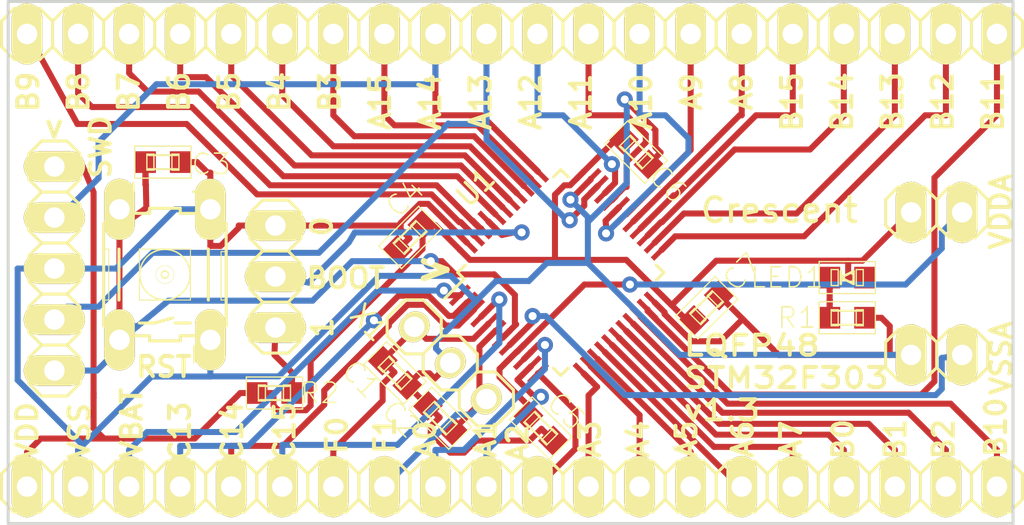
<source format=kicad_pcb>
(kicad_pcb (version 20171130) (host pcbnew "(5.1.12)-1")

  (general
    (thickness 1.6)
    (drawings 57)
    (tracks 567)
    (zones 0)
    (modules 19)
    (nets 47)
  )

  (page A4)
  (title_block
    (title "STM32F303 LQFP48 -> DIP")
    (date 2017-01-22)
    (rev v1.3)
    (company Crescent)
  )

  (layers
    (0 F.Cu signal)
    (31 B.Cu signal)
    (32 B.Adhes user hide)
    (33 F.Adhes user hide)
    (34 B.Paste user hide)
    (35 F.Paste user hide)
    (36 B.SilkS user hide)
    (37 F.SilkS user hide)
    (38 B.Mask user hide)
    (39 F.Mask user hide)
    (40 Dwgs.User user hide)
    (41 Cmts.User user hide)
    (42 Eco1.User user hide)
    (43 Eco2.User user hide)
    (44 Edge.Cuts user)
    (45 Margin user hide)
    (46 B.CrtYd user hide)
    (47 F.CrtYd user hide)
    (48 B.Fab user hide)
    (49 F.Fab user hide)
  )

  (setup
    (last_trace_width 0.3)
    (trace_clearance 0.1524)
    (zone_clearance 0.508)
    (zone_45_only no)
    (trace_min 0.2)
    (via_size 0.8)
    (via_drill 0.4)
    (via_min_size 0.8)
    (via_min_drill 0.4)
    (uvia_size 0.3)
    (uvia_drill 0.1)
    (uvias_allowed no)
    (uvia_min_size 0.2)
    (uvia_min_drill 0.1)
    (edge_width 0.15)
    (segment_width 0.2)
    (pcb_text_width 0.3)
    (pcb_text_size 1.5 1.5)
    (mod_edge_width 0.15)
    (mod_text_size 1 1)
    (mod_text_width 0.15)
    (pad_size 1.524 3.048)
    (pad_drill 1.016)
    (pad_to_mask_clearance 0.2)
    (aux_axis_origin 122.25 139)
    (grid_origin 122.25 139)
    (visible_elements 7FFFFF7F)
    (pcbplotparams
      (layerselection 0x010f0_80000001)
      (usegerberextensions true)
      (usegerberattributes true)
      (usegerberadvancedattributes true)
      (creategerberjobfile true)
      (excludeedgelayer true)
      (linewidth 0.100000)
      (plotframeref false)
      (viasonmask false)
      (mode 1)
      (useauxorigin false)
      (hpglpennumber 1)
      (hpglpenspeed 20)
      (hpglpendiameter 15.000000)
      (psnegative false)
      (psa4output false)
      (plotreference true)
      (plotvalue true)
      (plotinvisibletext false)
      (padsonsilk false)
      (subtractmaskfromsilk false)
      (outputformat 1)
      (mirror false)
      (drillshape 0)
      (scaleselection 1)
      (outputdirectory "GERBER/"))
  )

  (net 0 "")
  (net 1 OSCI)
  (net 2 VSS)
  (net 3 OSCO)
  (net 4 NRST)
  (net 5 VDD)
  (net 6 VDDA)
  (net 7 PA14)
  (net 8 PA13)
  (net 9 "Net-(JP2-Pad1)")
  (net 10 BOOT)
  (net 11 VBAT)
  (net 12 PC13)
  (net 13 PC14)
  (net 14 PC15)
  (net 15 PA0)
  (net 16 PA1)
  (net 17 PA2)
  (net 18 PA3)
  (net 19 PA4)
  (net 20 PA5)
  (net 21 PA6)
  (net 22 PA7)
  (net 23 PB0)
  (net 24 PB1)
  (net 25 PB2)
  (net 26 PB10)
  (net 27 VSSA)
  (net 28 PB9)
  (net 29 PB8)
  (net 30 PB7)
  (net 31 PB6)
  (net 32 PB5)
  (net 33 PB4)
  (net 34 PB3)
  (net 35 PA15)
  (net 36 PA12)
  (net 37 PA11)
  (net 38 PA10)
  (net 39 PA9)
  (net 40 PA8)
  (net 41 PB15)
  (net 42 PB14)
  (net 43 PB13)
  (net 44 PB12)
  (net 45 PB11)
  (net 46 "Net-(LED1-PadK)")

  (net_class Default "これは標準のネット クラスです。"
    (clearance 0.1524)
    (trace_width 0.3)
    (via_dia 0.8)
    (via_drill 0.4)
    (uvia_dia 0.3)
    (uvia_drill 0.1)
    (add_net BOOT)
    (add_net NRST)
    (add_net "Net-(JP2-Pad1)")
    (add_net "Net-(LED1-PadK)")
    (add_net OSCI)
    (add_net OSCO)
    (add_net PA0)
    (add_net PA1)
    (add_net PA10)
    (add_net PA11)
    (add_net PA12)
    (add_net PA13)
    (add_net PA14)
    (add_net PA15)
    (add_net PA2)
    (add_net PA3)
    (add_net PA4)
    (add_net PA5)
    (add_net PA6)
    (add_net PA7)
    (add_net PA8)
    (add_net PA9)
    (add_net PB0)
    (add_net PB1)
    (add_net PB10)
    (add_net PB11)
    (add_net PB12)
    (add_net PB13)
    (add_net PB14)
    (add_net PB15)
    (add_net PB2)
    (add_net PB3)
    (add_net PB4)
    (add_net PB5)
    (add_net PB6)
    (add_net PB7)
    (add_net PB8)
    (add_net PB9)
    (add_net PC13)
    (add_net PC14)
    (add_net PC15)
    (add_net VBAT)
    (add_net VSS)
    (add_net VSSA)
  )

  (net_class POW ""
    (clearance 0.1524)
    (trace_width 0.3)
    (via_dia 0.8)
    (via_drill 0.4)
    (uvia_dia 0.3)
    (uvia_drill 0.1)
    (add_net VDD)
    (add_net VDDA)
  )

  (module pin-head:pinhead-1X20 (layer F.Cu) (tedit 5884AE18) (tstamp 57F7A7B3)
    (at 147.32 137.16)
    (descr "PIN HEADER")
    (tags "PIN HEADER")
    (path /57F66BA2)
    (attr virtual)
    (fp_text reference JP4 (at -22.3012 -2.4638) (layer F.SilkS) hide
      (effects (font (size 1.27 1.27) (thickness 0.127)))
    )
    (fp_text value PINHD-1X20 (at -21.59 2.54) (layer F.SilkS) hide
      (effects (font (size 1.27 1.27) (thickness 0.1016)))
    )
    (fp_line (start 21.336 0.254) (end 21.844 0.254) (layer F.SilkS) (width 0.06604))
    (fp_line (start 21.844 0.254) (end 21.844 -0.254) (layer F.SilkS) (width 0.06604))
    (fp_line (start 21.336 -0.254) (end 21.844 -0.254) (layer F.SilkS) (width 0.06604))
    (fp_line (start 21.336 0.254) (end 21.336 -0.254) (layer F.SilkS) (width 0.06604))
    (fp_line (start 18.796 0.254) (end 19.304 0.254) (layer F.SilkS) (width 0.06604))
    (fp_line (start 19.304 0.254) (end 19.304 -0.254) (layer F.SilkS) (width 0.06604))
    (fp_line (start 18.796 -0.254) (end 19.304 -0.254) (layer F.SilkS) (width 0.06604))
    (fp_line (start 18.796 0.254) (end 18.796 -0.254) (layer F.SilkS) (width 0.06604))
    (fp_line (start 16.256 0.254) (end 16.764 0.254) (layer F.SilkS) (width 0.06604))
    (fp_line (start 16.764 0.254) (end 16.764 -0.254) (layer F.SilkS) (width 0.06604))
    (fp_line (start 16.256 -0.254) (end 16.764 -0.254) (layer F.SilkS) (width 0.06604))
    (fp_line (start 16.256 0.254) (end 16.256 -0.254) (layer F.SilkS) (width 0.06604))
    (fp_line (start 13.716 0.254) (end 14.224 0.254) (layer F.SilkS) (width 0.06604))
    (fp_line (start 14.224 0.254) (end 14.224 -0.254) (layer F.SilkS) (width 0.06604))
    (fp_line (start 13.716 -0.254) (end 14.224 -0.254) (layer F.SilkS) (width 0.06604))
    (fp_line (start 13.716 0.254) (end 13.716 -0.254) (layer F.SilkS) (width 0.06604))
    (fp_line (start 11.176 0.254) (end 11.684 0.254) (layer F.SilkS) (width 0.06604))
    (fp_line (start 11.684 0.254) (end 11.684 -0.254) (layer F.SilkS) (width 0.06604))
    (fp_line (start 11.176 -0.254) (end 11.684 -0.254) (layer F.SilkS) (width 0.06604))
    (fp_line (start 11.176 0.254) (end 11.176 -0.254) (layer F.SilkS) (width 0.06604))
    (fp_line (start 8.636 0.254) (end 9.144 0.254) (layer F.SilkS) (width 0.06604))
    (fp_line (start 9.144 0.254) (end 9.144 -0.254) (layer F.SilkS) (width 0.06604))
    (fp_line (start 8.636 -0.254) (end 9.144 -0.254) (layer F.SilkS) (width 0.06604))
    (fp_line (start 8.636 0.254) (end 8.636 -0.254) (layer F.SilkS) (width 0.06604))
    (fp_line (start 6.096 0.254) (end 6.604 0.254) (layer F.SilkS) (width 0.06604))
    (fp_line (start 6.604 0.254) (end 6.604 -0.254) (layer F.SilkS) (width 0.06604))
    (fp_line (start 6.096 -0.254) (end 6.604 -0.254) (layer F.SilkS) (width 0.06604))
    (fp_line (start 6.096 0.254) (end 6.096 -0.254) (layer F.SilkS) (width 0.06604))
    (fp_line (start 3.556 0.254) (end 4.064 0.254) (layer F.SilkS) (width 0.06604))
    (fp_line (start 4.064 0.254) (end 4.064 -0.254) (layer F.SilkS) (width 0.06604))
    (fp_line (start 3.556 -0.254) (end 4.064 -0.254) (layer F.SilkS) (width 0.06604))
    (fp_line (start 3.556 0.254) (end 3.556 -0.254) (layer F.SilkS) (width 0.06604))
    (fp_line (start 1.016 0.254) (end 1.524 0.254) (layer F.SilkS) (width 0.06604))
    (fp_line (start 1.524 0.254) (end 1.524 -0.254) (layer F.SilkS) (width 0.06604))
    (fp_line (start 1.016 -0.254) (end 1.524 -0.254) (layer F.SilkS) (width 0.06604))
    (fp_line (start 1.016 0.254) (end 1.016 -0.254) (layer F.SilkS) (width 0.06604))
    (fp_line (start -1.524 0.254) (end -1.016 0.254) (layer F.SilkS) (width 0.06604))
    (fp_line (start -1.016 0.254) (end -1.016 -0.254) (layer F.SilkS) (width 0.06604))
    (fp_line (start -1.524 -0.254) (end -1.016 -0.254) (layer F.SilkS) (width 0.06604))
    (fp_line (start -1.524 0.254) (end -1.524 -0.254) (layer F.SilkS) (width 0.06604))
    (fp_line (start -4.064 0.254) (end -3.556 0.254) (layer F.SilkS) (width 0.06604))
    (fp_line (start -3.556 0.254) (end -3.556 -0.254) (layer F.SilkS) (width 0.06604))
    (fp_line (start -4.064 -0.254) (end -3.556 -0.254) (layer F.SilkS) (width 0.06604))
    (fp_line (start -4.064 0.254) (end -4.064 -0.254) (layer F.SilkS) (width 0.06604))
    (fp_line (start -6.604 0.254) (end -6.096 0.254) (layer F.SilkS) (width 0.06604))
    (fp_line (start -6.096 0.254) (end -6.096 -0.254) (layer F.SilkS) (width 0.06604))
    (fp_line (start -6.604 -0.254) (end -6.096 -0.254) (layer F.SilkS) (width 0.06604))
    (fp_line (start -6.604 0.254) (end -6.604 -0.254) (layer F.SilkS) (width 0.06604))
    (fp_line (start -9.144 0.254) (end -8.636 0.254) (layer F.SilkS) (width 0.06604))
    (fp_line (start -8.636 0.254) (end -8.636 -0.254) (layer F.SilkS) (width 0.06604))
    (fp_line (start -9.144 -0.254) (end -8.636 -0.254) (layer F.SilkS) (width 0.06604))
    (fp_line (start -9.144 0.254) (end -9.144 -0.254) (layer F.SilkS) (width 0.06604))
    (fp_line (start -11.684 0.254) (end -11.176 0.254) (layer F.SilkS) (width 0.06604))
    (fp_line (start -11.176 0.254) (end -11.176 -0.254) (layer F.SilkS) (width 0.06604))
    (fp_line (start -11.684 -0.254) (end -11.176 -0.254) (layer F.SilkS) (width 0.06604))
    (fp_line (start -11.684 0.254) (end -11.684 -0.254) (layer F.SilkS) (width 0.06604))
    (fp_line (start -14.224 0.254) (end -13.716 0.254) (layer F.SilkS) (width 0.06604))
    (fp_line (start -13.716 0.254) (end -13.716 -0.254) (layer F.SilkS) (width 0.06604))
    (fp_line (start -14.224 -0.254) (end -13.716 -0.254) (layer F.SilkS) (width 0.06604))
    (fp_line (start -14.224 0.254) (end -14.224 -0.254) (layer F.SilkS) (width 0.06604))
    (fp_line (start -16.764 0.254) (end -16.256 0.254) (layer F.SilkS) (width 0.06604))
    (fp_line (start -16.256 0.254) (end -16.256 -0.254) (layer F.SilkS) (width 0.06604))
    (fp_line (start -16.764 -0.254) (end -16.256 -0.254) (layer F.SilkS) (width 0.06604))
    (fp_line (start -16.764 0.254) (end -16.764 -0.254) (layer F.SilkS) (width 0.06604))
    (fp_line (start -19.304 0.254) (end -18.796 0.254) (layer F.SilkS) (width 0.06604))
    (fp_line (start -18.796 0.254) (end -18.796 -0.254) (layer F.SilkS) (width 0.06604))
    (fp_line (start -19.304 -0.254) (end -18.796 -0.254) (layer F.SilkS) (width 0.06604))
    (fp_line (start -19.304 0.254) (end -19.304 -0.254) (layer F.SilkS) (width 0.06604))
    (fp_line (start -21.844 0.254) (end -21.336 0.254) (layer F.SilkS) (width 0.06604))
    (fp_line (start -21.336 0.254) (end -21.336 -0.254) (layer F.SilkS) (width 0.06604))
    (fp_line (start -21.844 -0.254) (end -21.336 -0.254) (layer F.SilkS) (width 0.06604))
    (fp_line (start -21.844 0.254) (end -21.844 -0.254) (layer F.SilkS) (width 0.06604))
    (fp_line (start -24.384 0.254) (end -23.876 0.254) (layer F.SilkS) (width 0.06604))
    (fp_line (start -23.876 0.254) (end -23.876 -0.254) (layer F.SilkS) (width 0.06604))
    (fp_line (start -24.384 -0.254) (end -23.876 -0.254) (layer F.SilkS) (width 0.06604))
    (fp_line (start -24.384 0.254) (end -24.384 -0.254) (layer F.SilkS) (width 0.06604))
    (fp_line (start 23.876 0.254) (end 24.384 0.254) (layer F.SilkS) (width 0.06604))
    (fp_line (start 24.384 0.254) (end 24.384 -0.254) (layer F.SilkS) (width 0.06604))
    (fp_line (start 23.876 -0.254) (end 24.384 -0.254) (layer F.SilkS) (width 0.06604))
    (fp_line (start 23.876 0.254) (end 23.876 -0.254) (layer F.SilkS) (width 0.06604))
    (fp_line (start 20.955 -1.27) (end 22.225 -1.27) (layer F.SilkS) (width 0.1524))
    (fp_line (start 22.225 -1.27) (end 22.86 -0.635) (layer F.SilkS) (width 0.1524))
    (fp_line (start 22.86 -0.635) (end 22.86 0.635) (layer F.SilkS) (width 0.1524))
    (fp_line (start 22.86 0.635) (end 22.225 1.27) (layer F.SilkS) (width 0.1524))
    (fp_line (start 17.78 -0.635) (end 18.415 -1.27) (layer F.SilkS) (width 0.1524))
    (fp_line (start 18.415 -1.27) (end 19.685 -1.27) (layer F.SilkS) (width 0.1524))
    (fp_line (start 19.685 -1.27) (end 20.32 -0.635) (layer F.SilkS) (width 0.1524))
    (fp_line (start 20.32 -0.635) (end 20.32 0.635) (layer F.SilkS) (width 0.1524))
    (fp_line (start 20.32 0.635) (end 19.685 1.27) (layer F.SilkS) (width 0.1524))
    (fp_line (start 19.685 1.27) (end 18.415 1.27) (layer F.SilkS) (width 0.1524))
    (fp_line (start 18.415 1.27) (end 17.78 0.635) (layer F.SilkS) (width 0.1524))
    (fp_line (start 20.955 -1.27) (end 20.32 -0.635) (layer F.SilkS) (width 0.1524))
    (fp_line (start 20.32 0.635) (end 20.955 1.27) (layer F.SilkS) (width 0.1524))
    (fp_line (start 22.225 1.27) (end 20.955 1.27) (layer F.SilkS) (width 0.1524))
    (fp_line (start 13.335 -1.27) (end 14.605 -1.27) (layer F.SilkS) (width 0.1524))
    (fp_line (start 14.605 -1.27) (end 15.24 -0.635) (layer F.SilkS) (width 0.1524))
    (fp_line (start 15.24 -0.635) (end 15.24 0.635) (layer F.SilkS) (width 0.1524))
    (fp_line (start 15.24 0.635) (end 14.605 1.27) (layer F.SilkS) (width 0.1524))
    (fp_line (start 15.24 -0.635) (end 15.875 -1.27) (layer F.SilkS) (width 0.1524))
    (fp_line (start 15.875 -1.27) (end 17.145 -1.27) (layer F.SilkS) (width 0.1524))
    (fp_line (start 17.145 -1.27) (end 17.78 -0.635) (layer F.SilkS) (width 0.1524))
    (fp_line (start 17.78 -0.635) (end 17.78 0.635) (layer F.SilkS) (width 0.1524))
    (fp_line (start 17.78 0.635) (end 17.145 1.27) (layer F.SilkS) (width 0.1524))
    (fp_line (start 17.145 1.27) (end 15.875 1.27) (layer F.SilkS) (width 0.1524))
    (fp_line (start 15.875 1.27) (end 15.24 0.635) (layer F.SilkS) (width 0.1524))
    (fp_line (start 10.16 -0.635) (end 10.795 -1.27) (layer F.SilkS) (width 0.1524))
    (fp_line (start 10.795 -1.27) (end 12.065 -1.27) (layer F.SilkS) (width 0.1524))
    (fp_line (start 12.065 -1.27) (end 12.7 -0.635) (layer F.SilkS) (width 0.1524))
    (fp_line (start 12.7 -0.635) (end 12.7 0.635) (layer F.SilkS) (width 0.1524))
    (fp_line (start 12.7 0.635) (end 12.065 1.27) (layer F.SilkS) (width 0.1524))
    (fp_line (start 12.065 1.27) (end 10.795 1.27) (layer F.SilkS) (width 0.1524))
    (fp_line (start 10.795 1.27) (end 10.16 0.635) (layer F.SilkS) (width 0.1524))
    (fp_line (start 13.335 -1.27) (end 12.7 -0.635) (layer F.SilkS) (width 0.1524))
    (fp_line (start 12.7 0.635) (end 13.335 1.27) (layer F.SilkS) (width 0.1524))
    (fp_line (start 14.605 1.27) (end 13.335 1.27) (layer F.SilkS) (width 0.1524))
    (fp_line (start 5.715 -1.27) (end 6.985 -1.27) (layer F.SilkS) (width 0.1524))
    (fp_line (start 6.985 -1.27) (end 7.62 -0.635) (layer F.SilkS) (width 0.1524))
    (fp_line (start 7.62 -0.635) (end 7.62 0.635) (layer F.SilkS) (width 0.1524))
    (fp_line (start 7.62 0.635) (end 6.985 1.27) (layer F.SilkS) (width 0.1524))
    (fp_line (start 7.62 -0.635) (end 8.255 -1.27) (layer F.SilkS) (width 0.1524))
    (fp_line (start 8.255 -1.27) (end 9.525 -1.27) (layer F.SilkS) (width 0.1524))
    (fp_line (start 9.525 -1.27) (end 10.16 -0.635) (layer F.SilkS) (width 0.1524))
    (fp_line (start 10.16 -0.635) (end 10.16 0.635) (layer F.SilkS) (width 0.1524))
    (fp_line (start 10.16 0.635) (end 9.525 1.27) (layer F.SilkS) (width 0.1524))
    (fp_line (start 9.525 1.27) (end 8.255 1.27) (layer F.SilkS) (width 0.1524))
    (fp_line (start 8.255 1.27) (end 7.62 0.635) (layer F.SilkS) (width 0.1524))
    (fp_line (start 2.54 -0.635) (end 3.175 -1.27) (layer F.SilkS) (width 0.1524))
    (fp_line (start 3.175 -1.27) (end 4.445 -1.27) (layer F.SilkS) (width 0.1524))
    (fp_line (start 4.445 -1.27) (end 5.08 -0.635) (layer F.SilkS) (width 0.1524))
    (fp_line (start 5.08 -0.635) (end 5.08 0.635) (layer F.SilkS) (width 0.1524))
    (fp_line (start 5.08 0.635) (end 4.445 1.27) (layer F.SilkS) (width 0.1524))
    (fp_line (start 4.445 1.27) (end 3.175 1.27) (layer F.SilkS) (width 0.1524))
    (fp_line (start 3.175 1.27) (end 2.54 0.635) (layer F.SilkS) (width 0.1524))
    (fp_line (start 5.715 -1.27) (end 5.08 -0.635) (layer F.SilkS) (width 0.1524))
    (fp_line (start 5.08 0.635) (end 5.715 1.27) (layer F.SilkS) (width 0.1524))
    (fp_line (start 6.985 1.27) (end 5.715 1.27) (layer F.SilkS) (width 0.1524))
    (fp_line (start -1.905 -1.27) (end -0.635 -1.27) (layer F.SilkS) (width 0.1524))
    (fp_line (start -0.635 -1.27) (end 0 -0.635) (layer F.SilkS) (width 0.1524))
    (fp_line (start 0 -0.635) (end 0 0.635) (layer F.SilkS) (width 0.1524))
    (fp_line (start 0 0.635) (end -0.635 1.27) (layer F.SilkS) (width 0.1524))
    (fp_line (start 0 -0.635) (end 0.635 -1.27) (layer F.SilkS) (width 0.1524))
    (fp_line (start 0.635 -1.27) (end 1.905 -1.27) (layer F.SilkS) (width 0.1524))
    (fp_line (start 1.905 -1.27) (end 2.54 -0.635) (layer F.SilkS) (width 0.1524))
    (fp_line (start 2.54 -0.635) (end 2.54 0.635) (layer F.SilkS) (width 0.1524))
    (fp_line (start 2.54 0.635) (end 1.905 1.27) (layer F.SilkS) (width 0.1524))
    (fp_line (start 1.905 1.27) (end 0.635 1.27) (layer F.SilkS) (width 0.1524))
    (fp_line (start 0.635 1.27) (end 0 0.635) (layer F.SilkS) (width 0.1524))
    (fp_line (start -5.08 -0.635) (end -4.445 -1.27) (layer F.SilkS) (width 0.1524))
    (fp_line (start -4.445 -1.27) (end -3.175 -1.27) (layer F.SilkS) (width 0.1524))
    (fp_line (start -3.175 -1.27) (end -2.54 -0.635) (layer F.SilkS) (width 0.1524))
    (fp_line (start -2.54 -0.635) (end -2.54 0.635) (layer F.SilkS) (width 0.1524))
    (fp_line (start -2.54 0.635) (end -3.175 1.27) (layer F.SilkS) (width 0.1524))
    (fp_line (start -3.175 1.27) (end -4.445 1.27) (layer F.SilkS) (width 0.1524))
    (fp_line (start -4.445 1.27) (end -5.08 0.635) (layer F.SilkS) (width 0.1524))
    (fp_line (start -1.905 -1.27) (end -2.54 -0.635) (layer F.SilkS) (width 0.1524))
    (fp_line (start -2.54 0.635) (end -1.905 1.27) (layer F.SilkS) (width 0.1524))
    (fp_line (start -0.635 1.27) (end -1.905 1.27) (layer F.SilkS) (width 0.1524))
    (fp_line (start -9.525 -1.27) (end -8.255 -1.27) (layer F.SilkS) (width 0.1524))
    (fp_line (start -8.255 -1.27) (end -7.62 -0.635) (layer F.SilkS) (width 0.1524))
    (fp_line (start -7.62 -0.635) (end -7.62 0.635) (layer F.SilkS) (width 0.1524))
    (fp_line (start -7.62 0.635) (end -8.255 1.27) (layer F.SilkS) (width 0.1524))
    (fp_line (start -7.62 -0.635) (end -6.985 -1.27) (layer F.SilkS) (width 0.1524))
    (fp_line (start -6.985 -1.27) (end -5.715 -1.27) (layer F.SilkS) (width 0.1524))
    (fp_line (start -5.715 -1.27) (end -5.08 -0.635) (layer F.SilkS) (width 0.1524))
    (fp_line (start -5.08 -0.635) (end -5.08 0.635) (layer F.SilkS) (width 0.1524))
    (fp_line (start -5.08 0.635) (end -5.715 1.27) (layer F.SilkS) (width 0.1524))
    (fp_line (start -5.715 1.27) (end -6.985 1.27) (layer F.SilkS) (width 0.1524))
    (fp_line (start -6.985 1.27) (end -7.62 0.635) (layer F.SilkS) (width 0.1524))
    (fp_line (start -12.7 -0.635) (end -12.065 -1.27) (layer F.SilkS) (width 0.1524))
    (fp_line (start -12.065 -1.27) (end -10.795 -1.27) (layer F.SilkS) (width 0.1524))
    (fp_line (start -10.795 -1.27) (end -10.16 -0.635) (layer F.SilkS) (width 0.1524))
    (fp_line (start -10.16 -0.635) (end -10.16 0.635) (layer F.SilkS) (width 0.1524))
    (fp_line (start -10.16 0.635) (end -10.795 1.27) (layer F.SilkS) (width 0.1524))
    (fp_line (start -10.795 1.27) (end -12.065 1.27) (layer F.SilkS) (width 0.1524))
    (fp_line (start -12.065 1.27) (end -12.7 0.635) (layer F.SilkS) (width 0.1524))
    (fp_line (start -9.525 -1.27) (end -10.16 -0.635) (layer F.SilkS) (width 0.1524))
    (fp_line (start -10.16 0.635) (end -9.525 1.27) (layer F.SilkS) (width 0.1524))
    (fp_line (start -8.255 1.27) (end -9.525 1.27) (layer F.SilkS) (width 0.1524))
    (fp_line (start -17.145 -1.27) (end -15.875 -1.27) (layer F.SilkS) (width 0.1524))
    (fp_line (start -15.875 -1.27) (end -15.24 -0.635) (layer F.SilkS) (width 0.1524))
    (fp_line (start -15.24 -0.635) (end -15.24 0.635) (layer F.SilkS) (width 0.1524))
    (fp_line (start -15.24 0.635) (end -15.875 1.27) (layer F.SilkS) (width 0.1524))
    (fp_line (start -15.24 -0.635) (end -14.605 -1.27) (layer F.SilkS) (width 0.1524))
    (fp_line (start -14.605 -1.27) (end -13.335 -1.27) (layer F.SilkS) (width 0.1524))
    (fp_line (start -13.335 -1.27) (end -12.7 -0.635) (layer F.SilkS) (width 0.1524))
    (fp_line (start -12.7 -0.635) (end -12.7 0.635) (layer F.SilkS) (width 0.1524))
    (fp_line (start -12.7 0.635) (end -13.335 1.27) (layer F.SilkS) (width 0.1524))
    (fp_line (start -13.335 1.27) (end -14.605 1.27) (layer F.SilkS) (width 0.1524))
    (fp_line (start -14.605 1.27) (end -15.24 0.635) (layer F.SilkS) (width 0.1524))
    (fp_line (start -20.32 -0.635) (end -19.685 -1.27) (layer F.SilkS) (width 0.1524))
    (fp_line (start -19.685 -1.27) (end -18.415 -1.27) (layer F.SilkS) (width 0.1524))
    (fp_line (start -18.415 -1.27) (end -17.78 -0.635) (layer F.SilkS) (width 0.1524))
    (fp_line (start -17.78 -0.635) (end -17.78 0.635) (layer F.SilkS) (width 0.1524))
    (fp_line (start -17.78 0.635) (end -18.415 1.27) (layer F.SilkS) (width 0.1524))
    (fp_line (start -18.415 1.27) (end -19.685 1.27) (layer F.SilkS) (width 0.1524))
    (fp_line (start -19.685 1.27) (end -20.32 0.635) (layer F.SilkS) (width 0.1524))
    (fp_line (start -17.145 -1.27) (end -17.78 -0.635) (layer F.SilkS) (width 0.1524))
    (fp_line (start -17.78 0.635) (end -17.145 1.27) (layer F.SilkS) (width 0.1524))
    (fp_line (start -15.875 1.27) (end -17.145 1.27) (layer F.SilkS) (width 0.1524))
    (fp_line (start -24.765 -1.27) (end -23.495 -1.27) (layer F.SilkS) (width 0.1524))
    (fp_line (start -23.495 -1.27) (end -22.86 -0.635) (layer F.SilkS) (width 0.1524))
    (fp_line (start -22.86 -0.635) (end -22.86 0.635) (layer F.SilkS) (width 0.1524))
    (fp_line (start -22.86 0.635) (end -23.495 1.27) (layer F.SilkS) (width 0.1524))
    (fp_line (start -22.86 -0.635) (end -22.225 -1.27) (layer F.SilkS) (width 0.1524))
    (fp_line (start -22.225 -1.27) (end -20.955 -1.27) (layer F.SilkS) (width 0.1524))
    (fp_line (start -20.955 -1.27) (end -20.32 -0.635) (layer F.SilkS) (width 0.1524))
    (fp_line (start -20.32 -0.635) (end -20.32 0.635) (layer F.SilkS) (width 0.1524))
    (fp_line (start -20.32 0.635) (end -20.955 1.27) (layer F.SilkS) (width 0.1524))
    (fp_line (start -20.955 1.27) (end -22.225 1.27) (layer F.SilkS) (width 0.1524))
    (fp_line (start -22.225 1.27) (end -22.86 0.635) (layer F.SilkS) (width 0.1524))
    (fp_line (start -25.4 -0.635) (end -25.4 0.635) (layer F.SilkS) (width 0.1524))
    (fp_line (start -24.765 -1.27) (end -25.4 -0.635) (layer F.SilkS) (width 0.1524))
    (fp_line (start -25.4 0.635) (end -24.765 1.27) (layer F.SilkS) (width 0.1524))
    (fp_line (start -23.495 1.27) (end -24.765 1.27) (layer F.SilkS) (width 0.1524))
    (fp_line (start 23.495 -1.27) (end 24.765 -1.27) (layer F.SilkS) (width 0.1524))
    (fp_line (start 24.765 -1.27) (end 25.4 -0.635) (layer F.SilkS) (width 0.1524))
    (fp_line (start 25.4 -0.635) (end 25.4 0.635) (layer F.SilkS) (width 0.1524))
    (fp_line (start 25.4 0.635) (end 24.765 1.27) (layer F.SilkS) (width 0.1524))
    (fp_line (start 23.495 -1.27) (end 22.86 -0.635) (layer F.SilkS) (width 0.1524))
    (fp_line (start 22.86 0.635) (end 23.495 1.27) (layer F.SilkS) (width 0.1524))
    (fp_line (start 24.765 1.27) (end 23.495 1.27) (layer F.SilkS) (width 0.1524))
    (pad 1 thru_hole oval (at -24.13 0 180) (size 1.524 3.048) (drill 1.016) (layers *.Cu *.Paste *.Mask F.SilkS)
      (net 5 VDD))
    (pad 2 thru_hole oval (at -21.59 0 180) (size 1.524 3.048) (drill 1.016) (layers *.Cu *.Paste *.Mask F.SilkS)
      (net 2 VSS))
    (pad 3 thru_hole oval (at -19.05 0 180) (size 1.524 3.048) (drill 1.016) (layers *.Cu *.Paste *.Mask F.SilkS)
      (net 11 VBAT))
    (pad 4 thru_hole oval (at -16.51 0 180) (size 1.524 3.048) (drill 1.016) (layers *.Cu *.Paste *.Mask F.SilkS)
      (net 12 PC13))
    (pad 5 thru_hole oval (at -13.97 0 180) (size 1.524 3.048) (drill 1.016) (layers *.Cu *.Paste *.Mask F.SilkS)
      (net 13 PC14))
    (pad 6 thru_hole oval (at -11.43 0 180) (size 1.524 3.048) (drill 1.016) (layers *.Cu *.Paste *.Mask F.SilkS)
      (net 14 PC15))
    (pad 7 thru_hole oval (at -8.89 0 180) (size 1.524 3.048) (drill 1.016) (layers *.Cu *.Paste *.Mask F.SilkS)
      (net 1 OSCI))
    (pad 8 thru_hole oval (at -6.35 0 180) (size 1.524 3.048) (drill 1.016) (layers *.Cu *.Paste *.Mask F.SilkS)
      (net 3 OSCO))
    (pad 9 thru_hole oval (at -3.81 0 180) (size 1.524 3.048) (drill 1.016) (layers *.Cu *.Paste *.Mask F.SilkS)
      (net 15 PA0))
    (pad 10 thru_hole oval (at -1.27 0 180) (size 1.524 3.048) (drill 1.016) (layers *.Cu *.Paste *.Mask F.SilkS)
      (net 16 PA1))
    (pad 11 thru_hole oval (at 1.27 0 180) (size 1.524 3.048) (drill 1.016) (layers *.Cu *.Paste *.Mask F.SilkS)
      (net 17 PA2))
    (pad 12 thru_hole oval (at 3.81 0 180) (size 1.524 3.048) (drill 1.016) (layers *.Cu *.Paste *.Mask F.SilkS)
      (net 18 PA3))
    (pad 13 thru_hole oval (at 6.35 0 180) (size 1.524 3.048) (drill 1.016) (layers *.Cu *.Paste *.Mask F.SilkS)
      (net 19 PA4))
    (pad 14 thru_hole oval (at 8.89 0 180) (size 1.524 3.048) (drill 1.016) (layers *.Cu *.Paste *.Mask F.SilkS)
      (net 20 PA5))
    (pad 15 thru_hole oval (at 11.43 0 180) (size 1.524 3.048) (drill 1.016) (layers *.Cu *.Paste *.Mask F.SilkS)
      (net 21 PA6))
    (pad 16 thru_hole oval (at 13.97 0 180) (size 1.524 3.048) (drill 1.016) (layers *.Cu *.Paste *.Mask F.SilkS)
      (net 22 PA7))
    (pad 17 thru_hole oval (at 16.51 0 180) (size 1.524 3.048) (drill 1.016) (layers *.Cu *.Paste *.Mask F.SilkS)
      (net 23 PB0))
    (pad 18 thru_hole oval (at 19.05 0 180) (size 1.524 3.048) (drill 1.016) (layers *.Cu *.Paste *.Mask F.SilkS)
      (net 24 PB1))
    (pad 19 thru_hole oval (at 21.59 0 180) (size 1.524 3.048) (drill 1.016) (layers *.Cu *.Paste *.Mask F.SilkS)
      (net 25 PB2))
    (pad 20 thru_hole oval (at 24.13 0 180) (size 1.524 3.048) (drill 1.016) (layers *.Cu *.Paste *.Mask F.SilkS)
      (net 26 PB10))
  )

  (module pin-head:pinhead-1X20 (layer F.Cu) (tedit 5884AD80) (tstamp 57F7A7D1)
    (at 147.32 114.616)
    (descr "PIN HEADER")
    (tags "PIN HEADER")
    (path /57F66C63)
    (attr virtual)
    (fp_text reference JP6 (at -22.3012 -2.4638) (layer F.SilkS) hide
      (effects (font (size 1.27 1.27) (thickness 0.127)))
    )
    (fp_text value PINHD-1X20 (at -21.59 2.54) (layer F.SilkS) hide
      (effects (font (size 1.27 1.27) (thickness 0.1016)))
    )
    (fp_line (start 21.336 0.254) (end 21.844 0.254) (layer F.SilkS) (width 0.06604))
    (fp_line (start 21.844 0.254) (end 21.844 -0.254) (layer F.SilkS) (width 0.06604))
    (fp_line (start 21.336 -0.254) (end 21.844 -0.254) (layer F.SilkS) (width 0.06604))
    (fp_line (start 21.336 0.254) (end 21.336 -0.254) (layer F.SilkS) (width 0.06604))
    (fp_line (start 18.796 0.254) (end 19.304 0.254) (layer F.SilkS) (width 0.06604))
    (fp_line (start 19.304 0.254) (end 19.304 -0.254) (layer F.SilkS) (width 0.06604))
    (fp_line (start 18.796 -0.254) (end 19.304 -0.254) (layer F.SilkS) (width 0.06604))
    (fp_line (start 18.796 0.254) (end 18.796 -0.254) (layer F.SilkS) (width 0.06604))
    (fp_line (start 16.256 0.254) (end 16.764 0.254) (layer F.SilkS) (width 0.06604))
    (fp_line (start 16.764 0.254) (end 16.764 -0.254) (layer F.SilkS) (width 0.06604))
    (fp_line (start 16.256 -0.254) (end 16.764 -0.254) (layer F.SilkS) (width 0.06604))
    (fp_line (start 16.256 0.254) (end 16.256 -0.254) (layer F.SilkS) (width 0.06604))
    (fp_line (start 13.716 0.254) (end 14.224 0.254) (layer F.SilkS) (width 0.06604))
    (fp_line (start 14.224 0.254) (end 14.224 -0.254) (layer F.SilkS) (width 0.06604))
    (fp_line (start 13.716 -0.254) (end 14.224 -0.254) (layer F.SilkS) (width 0.06604))
    (fp_line (start 13.716 0.254) (end 13.716 -0.254) (layer F.SilkS) (width 0.06604))
    (fp_line (start 11.176 0.254) (end 11.684 0.254) (layer F.SilkS) (width 0.06604))
    (fp_line (start 11.684 0.254) (end 11.684 -0.254) (layer F.SilkS) (width 0.06604))
    (fp_line (start 11.176 -0.254) (end 11.684 -0.254) (layer F.SilkS) (width 0.06604))
    (fp_line (start 11.176 0.254) (end 11.176 -0.254) (layer F.SilkS) (width 0.06604))
    (fp_line (start 8.636 0.254) (end 9.144 0.254) (layer F.SilkS) (width 0.06604))
    (fp_line (start 9.144 0.254) (end 9.144 -0.254) (layer F.SilkS) (width 0.06604))
    (fp_line (start 8.636 -0.254) (end 9.144 -0.254) (layer F.SilkS) (width 0.06604))
    (fp_line (start 8.636 0.254) (end 8.636 -0.254) (layer F.SilkS) (width 0.06604))
    (fp_line (start 6.096 0.254) (end 6.604 0.254) (layer F.SilkS) (width 0.06604))
    (fp_line (start 6.604 0.254) (end 6.604 -0.254) (layer F.SilkS) (width 0.06604))
    (fp_line (start 6.096 -0.254) (end 6.604 -0.254) (layer F.SilkS) (width 0.06604))
    (fp_line (start 6.096 0.254) (end 6.096 -0.254) (layer F.SilkS) (width 0.06604))
    (fp_line (start 3.556 0.254) (end 4.064 0.254) (layer F.SilkS) (width 0.06604))
    (fp_line (start 4.064 0.254) (end 4.064 -0.254) (layer F.SilkS) (width 0.06604))
    (fp_line (start 3.556 -0.254) (end 4.064 -0.254) (layer F.SilkS) (width 0.06604))
    (fp_line (start 3.556 0.254) (end 3.556 -0.254) (layer F.SilkS) (width 0.06604))
    (fp_line (start 1.016 0.254) (end 1.524 0.254) (layer F.SilkS) (width 0.06604))
    (fp_line (start 1.524 0.254) (end 1.524 -0.254) (layer F.SilkS) (width 0.06604))
    (fp_line (start 1.016 -0.254) (end 1.524 -0.254) (layer F.SilkS) (width 0.06604))
    (fp_line (start 1.016 0.254) (end 1.016 -0.254) (layer F.SilkS) (width 0.06604))
    (fp_line (start -1.524 0.254) (end -1.016 0.254) (layer F.SilkS) (width 0.06604))
    (fp_line (start -1.016 0.254) (end -1.016 -0.254) (layer F.SilkS) (width 0.06604))
    (fp_line (start -1.524 -0.254) (end -1.016 -0.254) (layer F.SilkS) (width 0.06604))
    (fp_line (start -1.524 0.254) (end -1.524 -0.254) (layer F.SilkS) (width 0.06604))
    (fp_line (start -4.064 0.254) (end -3.556 0.254) (layer F.SilkS) (width 0.06604))
    (fp_line (start -3.556 0.254) (end -3.556 -0.254) (layer F.SilkS) (width 0.06604))
    (fp_line (start -4.064 -0.254) (end -3.556 -0.254) (layer F.SilkS) (width 0.06604))
    (fp_line (start -4.064 0.254) (end -4.064 -0.254) (layer F.SilkS) (width 0.06604))
    (fp_line (start -6.604 0.254) (end -6.096 0.254) (layer F.SilkS) (width 0.06604))
    (fp_line (start -6.096 0.254) (end -6.096 -0.254) (layer F.SilkS) (width 0.06604))
    (fp_line (start -6.604 -0.254) (end -6.096 -0.254) (layer F.SilkS) (width 0.06604))
    (fp_line (start -6.604 0.254) (end -6.604 -0.254) (layer F.SilkS) (width 0.06604))
    (fp_line (start -9.144 0.254) (end -8.636 0.254) (layer F.SilkS) (width 0.06604))
    (fp_line (start -8.636 0.254) (end -8.636 -0.254) (layer F.SilkS) (width 0.06604))
    (fp_line (start -9.144 -0.254) (end -8.636 -0.254) (layer F.SilkS) (width 0.06604))
    (fp_line (start -9.144 0.254) (end -9.144 -0.254) (layer F.SilkS) (width 0.06604))
    (fp_line (start -11.684 0.254) (end -11.176 0.254) (layer F.SilkS) (width 0.06604))
    (fp_line (start -11.176 0.254) (end -11.176 -0.254) (layer F.SilkS) (width 0.06604))
    (fp_line (start -11.684 -0.254) (end -11.176 -0.254) (layer F.SilkS) (width 0.06604))
    (fp_line (start -11.684 0.254) (end -11.684 -0.254) (layer F.SilkS) (width 0.06604))
    (fp_line (start -14.224 0.254) (end -13.716 0.254) (layer F.SilkS) (width 0.06604))
    (fp_line (start -13.716 0.254) (end -13.716 -0.254) (layer F.SilkS) (width 0.06604))
    (fp_line (start -14.224 -0.254) (end -13.716 -0.254) (layer F.SilkS) (width 0.06604))
    (fp_line (start -14.224 0.254) (end -14.224 -0.254) (layer F.SilkS) (width 0.06604))
    (fp_line (start -16.764 0.254) (end -16.256 0.254) (layer F.SilkS) (width 0.06604))
    (fp_line (start -16.256 0.254) (end -16.256 -0.254) (layer F.SilkS) (width 0.06604))
    (fp_line (start -16.764 -0.254) (end -16.256 -0.254) (layer F.SilkS) (width 0.06604))
    (fp_line (start -16.764 0.254) (end -16.764 -0.254) (layer F.SilkS) (width 0.06604))
    (fp_line (start -19.304 0.254) (end -18.796 0.254) (layer F.SilkS) (width 0.06604))
    (fp_line (start -18.796 0.254) (end -18.796 -0.254) (layer F.SilkS) (width 0.06604))
    (fp_line (start -19.304 -0.254) (end -18.796 -0.254) (layer F.SilkS) (width 0.06604))
    (fp_line (start -19.304 0.254) (end -19.304 -0.254) (layer F.SilkS) (width 0.06604))
    (fp_line (start -21.844 0.254) (end -21.336 0.254) (layer F.SilkS) (width 0.06604))
    (fp_line (start -21.336 0.254) (end -21.336 -0.254) (layer F.SilkS) (width 0.06604))
    (fp_line (start -21.844 -0.254) (end -21.336 -0.254) (layer F.SilkS) (width 0.06604))
    (fp_line (start -21.844 0.254) (end -21.844 -0.254) (layer F.SilkS) (width 0.06604))
    (fp_line (start -24.384 0.254) (end -23.876 0.254) (layer F.SilkS) (width 0.06604))
    (fp_line (start -23.876 0.254) (end -23.876 -0.254) (layer F.SilkS) (width 0.06604))
    (fp_line (start -24.384 -0.254) (end -23.876 -0.254) (layer F.SilkS) (width 0.06604))
    (fp_line (start -24.384 0.254) (end -24.384 -0.254) (layer F.SilkS) (width 0.06604))
    (fp_line (start 23.876 0.254) (end 24.384 0.254) (layer F.SilkS) (width 0.06604))
    (fp_line (start 24.384 0.254) (end 24.384 -0.254) (layer F.SilkS) (width 0.06604))
    (fp_line (start 23.876 -0.254) (end 24.384 -0.254) (layer F.SilkS) (width 0.06604))
    (fp_line (start 23.876 0.254) (end 23.876 -0.254) (layer F.SilkS) (width 0.06604))
    (fp_line (start 20.955 -1.27) (end 22.225 -1.27) (layer F.SilkS) (width 0.1524))
    (fp_line (start 22.225 -1.27) (end 22.86 -0.635) (layer F.SilkS) (width 0.1524))
    (fp_line (start 22.86 -0.635) (end 22.86 0.635) (layer F.SilkS) (width 0.1524))
    (fp_line (start 22.86 0.635) (end 22.225 1.27) (layer F.SilkS) (width 0.1524))
    (fp_line (start 17.78 -0.635) (end 18.415 -1.27) (layer F.SilkS) (width 0.1524))
    (fp_line (start 18.415 -1.27) (end 19.685 -1.27) (layer F.SilkS) (width 0.1524))
    (fp_line (start 19.685 -1.27) (end 20.32 -0.635) (layer F.SilkS) (width 0.1524))
    (fp_line (start 20.32 -0.635) (end 20.32 0.635) (layer F.SilkS) (width 0.1524))
    (fp_line (start 20.32 0.635) (end 19.685 1.27) (layer F.SilkS) (width 0.1524))
    (fp_line (start 19.685 1.27) (end 18.415 1.27) (layer F.SilkS) (width 0.1524))
    (fp_line (start 18.415 1.27) (end 17.78 0.635) (layer F.SilkS) (width 0.1524))
    (fp_line (start 20.955 -1.27) (end 20.32 -0.635) (layer F.SilkS) (width 0.1524))
    (fp_line (start 20.32 0.635) (end 20.955 1.27) (layer F.SilkS) (width 0.1524))
    (fp_line (start 22.225 1.27) (end 20.955 1.27) (layer F.SilkS) (width 0.1524))
    (fp_line (start 13.335 -1.27) (end 14.605 -1.27) (layer F.SilkS) (width 0.1524))
    (fp_line (start 14.605 -1.27) (end 15.24 -0.635) (layer F.SilkS) (width 0.1524))
    (fp_line (start 15.24 -0.635) (end 15.24 0.635) (layer F.SilkS) (width 0.1524))
    (fp_line (start 15.24 0.635) (end 14.605 1.27) (layer F.SilkS) (width 0.1524))
    (fp_line (start 15.24 -0.635) (end 15.875 -1.27) (layer F.SilkS) (width 0.1524))
    (fp_line (start 15.875 -1.27) (end 17.145 -1.27) (layer F.SilkS) (width 0.1524))
    (fp_line (start 17.145 -1.27) (end 17.78 -0.635) (layer F.SilkS) (width 0.1524))
    (fp_line (start 17.78 -0.635) (end 17.78 0.635) (layer F.SilkS) (width 0.1524))
    (fp_line (start 17.78 0.635) (end 17.145 1.27) (layer F.SilkS) (width 0.1524))
    (fp_line (start 17.145 1.27) (end 15.875 1.27) (layer F.SilkS) (width 0.1524))
    (fp_line (start 15.875 1.27) (end 15.24 0.635) (layer F.SilkS) (width 0.1524))
    (fp_line (start 10.16 -0.635) (end 10.795 -1.27) (layer F.SilkS) (width 0.1524))
    (fp_line (start 10.795 -1.27) (end 12.065 -1.27) (layer F.SilkS) (width 0.1524))
    (fp_line (start 12.065 -1.27) (end 12.7 -0.635) (layer F.SilkS) (width 0.1524))
    (fp_line (start 12.7 -0.635) (end 12.7 0.635) (layer F.SilkS) (width 0.1524))
    (fp_line (start 12.7 0.635) (end 12.065 1.27) (layer F.SilkS) (width 0.1524))
    (fp_line (start 12.065 1.27) (end 10.795 1.27) (layer F.SilkS) (width 0.1524))
    (fp_line (start 10.795 1.27) (end 10.16 0.635) (layer F.SilkS) (width 0.1524))
    (fp_line (start 13.335 -1.27) (end 12.7 -0.635) (layer F.SilkS) (width 0.1524))
    (fp_line (start 12.7 0.635) (end 13.335 1.27) (layer F.SilkS) (width 0.1524))
    (fp_line (start 14.605 1.27) (end 13.335 1.27) (layer F.SilkS) (width 0.1524))
    (fp_line (start 5.715 -1.27) (end 6.985 -1.27) (layer F.SilkS) (width 0.1524))
    (fp_line (start 6.985 -1.27) (end 7.62 -0.635) (layer F.SilkS) (width 0.1524))
    (fp_line (start 7.62 -0.635) (end 7.62 0.635) (layer F.SilkS) (width 0.1524))
    (fp_line (start 7.62 0.635) (end 6.985 1.27) (layer F.SilkS) (width 0.1524))
    (fp_line (start 7.62 -0.635) (end 8.255 -1.27) (layer F.SilkS) (width 0.1524))
    (fp_line (start 8.255 -1.27) (end 9.525 -1.27) (layer F.SilkS) (width 0.1524))
    (fp_line (start 9.525 -1.27) (end 10.16 -0.635) (layer F.SilkS) (width 0.1524))
    (fp_line (start 10.16 -0.635) (end 10.16 0.635) (layer F.SilkS) (width 0.1524))
    (fp_line (start 10.16 0.635) (end 9.525 1.27) (layer F.SilkS) (width 0.1524))
    (fp_line (start 9.525 1.27) (end 8.255 1.27) (layer F.SilkS) (width 0.1524))
    (fp_line (start 8.255 1.27) (end 7.62 0.635) (layer F.SilkS) (width 0.1524))
    (fp_line (start 2.54 -0.635) (end 3.175 -1.27) (layer F.SilkS) (width 0.1524))
    (fp_line (start 3.175 -1.27) (end 4.445 -1.27) (layer F.SilkS) (width 0.1524))
    (fp_line (start 4.445 -1.27) (end 5.08 -0.635) (layer F.SilkS) (width 0.1524))
    (fp_line (start 5.08 -0.635) (end 5.08 0.635) (layer F.SilkS) (width 0.1524))
    (fp_line (start 5.08 0.635) (end 4.445 1.27) (layer F.SilkS) (width 0.1524))
    (fp_line (start 4.445 1.27) (end 3.175 1.27) (layer F.SilkS) (width 0.1524))
    (fp_line (start 3.175 1.27) (end 2.54 0.635) (layer F.SilkS) (width 0.1524))
    (fp_line (start 5.715 -1.27) (end 5.08 -0.635) (layer F.SilkS) (width 0.1524))
    (fp_line (start 5.08 0.635) (end 5.715 1.27) (layer F.SilkS) (width 0.1524))
    (fp_line (start 6.985 1.27) (end 5.715 1.27) (layer F.SilkS) (width 0.1524))
    (fp_line (start -1.905 -1.27) (end -0.635 -1.27) (layer F.SilkS) (width 0.1524))
    (fp_line (start -0.635 -1.27) (end 0 -0.635) (layer F.SilkS) (width 0.1524))
    (fp_line (start 0 -0.635) (end 0 0.635) (layer F.SilkS) (width 0.1524))
    (fp_line (start 0 0.635) (end -0.635 1.27) (layer F.SilkS) (width 0.1524))
    (fp_line (start 0 -0.635) (end 0.635 -1.27) (layer F.SilkS) (width 0.1524))
    (fp_line (start 0.635 -1.27) (end 1.905 -1.27) (layer F.SilkS) (width 0.1524))
    (fp_line (start 1.905 -1.27) (end 2.54 -0.635) (layer F.SilkS) (width 0.1524))
    (fp_line (start 2.54 -0.635) (end 2.54 0.635) (layer F.SilkS) (width 0.1524))
    (fp_line (start 2.54 0.635) (end 1.905 1.27) (layer F.SilkS) (width 0.1524))
    (fp_line (start 1.905 1.27) (end 0.635 1.27) (layer F.SilkS) (width 0.1524))
    (fp_line (start 0.635 1.27) (end 0 0.635) (layer F.SilkS) (width 0.1524))
    (fp_line (start -5.08 -0.635) (end -4.445 -1.27) (layer F.SilkS) (width 0.1524))
    (fp_line (start -4.445 -1.27) (end -3.175 -1.27) (layer F.SilkS) (width 0.1524))
    (fp_line (start -3.175 -1.27) (end -2.54 -0.635) (layer F.SilkS) (width 0.1524))
    (fp_line (start -2.54 -0.635) (end -2.54 0.635) (layer F.SilkS) (width 0.1524))
    (fp_line (start -2.54 0.635) (end -3.175 1.27) (layer F.SilkS) (width 0.1524))
    (fp_line (start -3.175 1.27) (end -4.445 1.27) (layer F.SilkS) (width 0.1524))
    (fp_line (start -4.445 1.27) (end -5.08 0.635) (layer F.SilkS) (width 0.1524))
    (fp_line (start -1.905 -1.27) (end -2.54 -0.635) (layer F.SilkS) (width 0.1524))
    (fp_line (start -2.54 0.635) (end -1.905 1.27) (layer F.SilkS) (width 0.1524))
    (fp_line (start -0.635 1.27) (end -1.905 1.27) (layer F.SilkS) (width 0.1524))
    (fp_line (start -9.525 -1.27) (end -8.255 -1.27) (layer F.SilkS) (width 0.1524))
    (fp_line (start -8.255 -1.27) (end -7.62 -0.635) (layer F.SilkS) (width 0.1524))
    (fp_line (start -7.62 -0.635) (end -7.62 0.635) (layer F.SilkS) (width 0.1524))
    (fp_line (start -7.62 0.635) (end -8.255 1.27) (layer F.SilkS) (width 0.1524))
    (fp_line (start -7.62 -0.635) (end -6.985 -1.27) (layer F.SilkS) (width 0.1524))
    (fp_line (start -6.985 -1.27) (end -5.715 -1.27) (layer F.SilkS) (width 0.1524))
    (fp_line (start -5.715 -1.27) (end -5.08 -0.635) (layer F.SilkS) (width 0.1524))
    (fp_line (start -5.08 -0.635) (end -5.08 0.635) (layer F.SilkS) (width 0.1524))
    (fp_line (start -5.08 0.635) (end -5.715 1.27) (layer F.SilkS) (width 0.1524))
    (fp_line (start -5.715 1.27) (end -6.985 1.27) (layer F.SilkS) (width 0.1524))
    (fp_line (start -6.985 1.27) (end -7.62 0.635) (layer F.SilkS) (width 0.1524))
    (fp_line (start -12.7 -0.635) (end -12.065 -1.27) (layer F.SilkS) (width 0.1524))
    (fp_line (start -12.065 -1.27) (end -10.795 -1.27) (layer F.SilkS) (width 0.1524))
    (fp_line (start -10.795 -1.27) (end -10.16 -0.635) (layer F.SilkS) (width 0.1524))
    (fp_line (start -10.16 -0.635) (end -10.16 0.635) (layer F.SilkS) (width 0.1524))
    (fp_line (start -10.16 0.635) (end -10.795 1.27) (layer F.SilkS) (width 0.1524))
    (fp_line (start -10.795 1.27) (end -12.065 1.27) (layer F.SilkS) (width 0.1524))
    (fp_line (start -12.065 1.27) (end -12.7 0.635) (layer F.SilkS) (width 0.1524))
    (fp_line (start -9.525 -1.27) (end -10.16 -0.635) (layer F.SilkS) (width 0.1524))
    (fp_line (start -10.16 0.635) (end -9.525 1.27) (layer F.SilkS) (width 0.1524))
    (fp_line (start -8.255 1.27) (end -9.525 1.27) (layer F.SilkS) (width 0.1524))
    (fp_line (start -17.145 -1.27) (end -15.875 -1.27) (layer F.SilkS) (width 0.1524))
    (fp_line (start -15.875 -1.27) (end -15.24 -0.635) (layer F.SilkS) (width 0.1524))
    (fp_line (start -15.24 -0.635) (end -15.24 0.635) (layer F.SilkS) (width 0.1524))
    (fp_line (start -15.24 0.635) (end -15.875 1.27) (layer F.SilkS) (width 0.1524))
    (fp_line (start -15.24 -0.635) (end -14.605 -1.27) (layer F.SilkS) (width 0.1524))
    (fp_line (start -14.605 -1.27) (end -13.335 -1.27) (layer F.SilkS) (width 0.1524))
    (fp_line (start -13.335 -1.27) (end -12.7 -0.635) (layer F.SilkS) (width 0.1524))
    (fp_line (start -12.7 -0.635) (end -12.7 0.635) (layer F.SilkS) (width 0.1524))
    (fp_line (start -12.7 0.635) (end -13.335 1.27) (layer F.SilkS) (width 0.1524))
    (fp_line (start -13.335 1.27) (end -14.605 1.27) (layer F.SilkS) (width 0.1524))
    (fp_line (start -14.605 1.27) (end -15.24 0.635) (layer F.SilkS) (width 0.1524))
    (fp_line (start -20.32 -0.635) (end -19.685 -1.27) (layer F.SilkS) (width 0.1524))
    (fp_line (start -19.685 -1.27) (end -18.415 -1.27) (layer F.SilkS) (width 0.1524))
    (fp_line (start -18.415 -1.27) (end -17.78 -0.635) (layer F.SilkS) (width 0.1524))
    (fp_line (start -17.78 -0.635) (end -17.78 0.635) (layer F.SilkS) (width 0.1524))
    (fp_line (start -17.78 0.635) (end -18.415 1.27) (layer F.SilkS) (width 0.1524))
    (fp_line (start -18.415 1.27) (end -19.685 1.27) (layer F.SilkS) (width 0.1524))
    (fp_line (start -19.685 1.27) (end -20.32 0.635) (layer F.SilkS) (width 0.1524))
    (fp_line (start -17.145 -1.27) (end -17.78 -0.635) (layer F.SilkS) (width 0.1524))
    (fp_line (start -17.78 0.635) (end -17.145 1.27) (layer F.SilkS) (width 0.1524))
    (fp_line (start -15.875 1.27) (end -17.145 1.27) (layer F.SilkS) (width 0.1524))
    (fp_line (start -24.765 -1.27) (end -23.495 -1.27) (layer F.SilkS) (width 0.1524))
    (fp_line (start -23.495 -1.27) (end -22.86 -0.635) (layer F.SilkS) (width 0.1524))
    (fp_line (start -22.86 -0.635) (end -22.86 0.635) (layer F.SilkS) (width 0.1524))
    (fp_line (start -22.86 0.635) (end -23.495 1.27) (layer F.SilkS) (width 0.1524))
    (fp_line (start -22.86 -0.635) (end -22.225 -1.27) (layer F.SilkS) (width 0.1524))
    (fp_line (start -22.225 -1.27) (end -20.955 -1.27) (layer F.SilkS) (width 0.1524))
    (fp_line (start -20.955 -1.27) (end -20.32 -0.635) (layer F.SilkS) (width 0.1524))
    (fp_line (start -20.32 -0.635) (end -20.32 0.635) (layer F.SilkS) (width 0.1524))
    (fp_line (start -20.32 0.635) (end -20.955 1.27) (layer F.SilkS) (width 0.1524))
    (fp_line (start -20.955 1.27) (end -22.225 1.27) (layer F.SilkS) (width 0.1524))
    (fp_line (start -22.225 1.27) (end -22.86 0.635) (layer F.SilkS) (width 0.1524))
    (fp_line (start -25.4 -0.635) (end -25.4 0.635) (layer F.SilkS) (width 0.1524))
    (fp_line (start -24.765 -1.27) (end -25.4 -0.635) (layer F.SilkS) (width 0.1524))
    (fp_line (start -25.4 0.635) (end -24.765 1.27) (layer F.SilkS) (width 0.1524))
    (fp_line (start -23.495 1.27) (end -24.765 1.27) (layer F.SilkS) (width 0.1524))
    (fp_line (start 23.495 -1.27) (end 24.765 -1.27) (layer F.SilkS) (width 0.1524))
    (fp_line (start 24.765 -1.27) (end 25.4 -0.635) (layer F.SilkS) (width 0.1524))
    (fp_line (start 25.4 -0.635) (end 25.4 0.635) (layer F.SilkS) (width 0.1524))
    (fp_line (start 25.4 0.635) (end 24.765 1.27) (layer F.SilkS) (width 0.1524))
    (fp_line (start 23.495 -1.27) (end 22.86 -0.635) (layer F.SilkS) (width 0.1524))
    (fp_line (start 22.86 0.635) (end 23.495 1.27) (layer F.SilkS) (width 0.1524))
    (fp_line (start 24.765 1.27) (end 23.495 1.27) (layer F.SilkS) (width 0.1524))
    (pad 1 thru_hole oval (at -24.13 0 180) (size 1.524 3.048) (drill 1.016) (layers *.Cu *.Paste *.Mask F.SilkS)
      (net 28 PB9))
    (pad 2 thru_hole oval (at -21.59 0 180) (size 1.524 3.048) (drill 1.016) (layers *.Cu *.Paste *.Mask F.SilkS)
      (net 29 PB8))
    (pad 3 thru_hole oval (at -19.05 0 180) (size 1.524 3.048) (drill 1.016) (layers *.Cu *.Paste *.Mask F.SilkS)
      (net 30 PB7))
    (pad 4 thru_hole oval (at -16.51 0 180) (size 1.524 3.048) (drill 1.016) (layers *.Cu *.Paste *.Mask F.SilkS)
      (net 31 PB6))
    (pad 5 thru_hole oval (at -13.97 0 180) (size 1.524 3.048) (drill 1.016) (layers *.Cu *.Paste *.Mask F.SilkS)
      (net 32 PB5))
    (pad 6 thru_hole oval (at -11.43 0 180) (size 1.524 3.048) (drill 1.016) (layers *.Cu *.Paste *.Mask F.SilkS)
      (net 33 PB4))
    (pad 7 thru_hole oval (at -8.89 0 180) (size 1.524 3.048) (drill 1.016) (layers *.Cu *.Paste *.Mask F.SilkS)
      (net 34 PB3))
    (pad 8 thru_hole oval (at -6.35 0 180) (size 1.524 3.048) (drill 1.016) (layers *.Cu *.Paste *.Mask F.SilkS)
      (net 35 PA15))
    (pad 9 thru_hole oval (at -3.81 0 180) (size 1.524 3.048) (drill 1.016) (layers *.Cu *.Paste *.Mask F.SilkS)
      (net 7 PA14))
    (pad 10 thru_hole oval (at -1.27 0 180) (size 1.524 3.048) (drill 1.016) (layers *.Cu *.Paste *.Mask F.SilkS)
      (net 8 PA13))
    (pad 11 thru_hole oval (at 1.27 0 180) (size 1.524 3.048) (drill 1.016) (layers *.Cu *.Paste *.Mask F.SilkS)
      (net 36 PA12))
    (pad 12 thru_hole oval (at 3.81 0 180) (size 1.524 3.048) (drill 1.016) (layers *.Cu *.Paste *.Mask F.SilkS)
      (net 37 PA11))
    (pad 13 thru_hole oval (at 6.35 0 180) (size 1.524 3.048) (drill 1.016) (layers *.Cu *.Paste *.Mask F.SilkS)
      (net 38 PA10))
    (pad 14 thru_hole oval (at 8.89 0 180) (size 1.524 3.048) (drill 1.016) (layers *.Cu *.Paste *.Mask F.SilkS)
      (net 39 PA9))
    (pad 15 thru_hole oval (at 11.43 0 180) (size 1.524 3.048) (drill 1.016) (layers *.Cu *.Paste *.Mask F.SilkS)
      (net 40 PA8))
    (pad 16 thru_hole oval (at 13.97 0 180) (size 1.524 3.048) (drill 1.016) (layers *.Cu *.Paste *.Mask F.SilkS)
      (net 41 PB15))
    (pad 17 thru_hole oval (at 16.51 0 180) (size 1.524 3.048) (drill 1.016) (layers *.Cu *.Paste *.Mask F.SilkS)
      (net 42 PB14))
    (pad 18 thru_hole oval (at 19.05 0 180) (size 1.524 3.048) (drill 1.016) (layers *.Cu *.Paste *.Mask F.SilkS)
      (net 43 PB13))
    (pad 19 thru_hole oval (at 21.59 0 180) (size 1.524 3.048) (drill 1.016) (layers *.Cu *.Paste *.Mask F.SilkS)
      (net 44 PB12))
    (pad 20 thru_hole oval (at 24.13 0 180) (size 1.524 3.048) (drill 1.016) (layers *.Cu *.Paste *.Mask F.SilkS)
      (net 45 PB11))
  )

  (module generic:generic-LED1608 (layer F.Cu) (tedit 57F7AF45) (tstamp 57F7A7D7)
    (at 164 126.75 180)
    (descr "1608M 0603")
    (tags "1608M 0603")
    (path /57F7C444)
    (attr smd)
    (fp_text reference LED1 (at 3 0 180) (layer F.SilkS)
      (effects (font (size 1 1) (thickness 0.0762)))
    )
    (fp_text value LED1608 (at 2.2479 1.19126 180) (layer B.SilkS) hide
      (effects (font (size 1.016 1.016) (thickness 0.0762)) (justify mirror))
    )
    (fp_line (start -0.79756 0.39878) (end -0.44958 0.39878) (layer F.SilkS) (width 0.06604))
    (fp_line (start -0.44958 0.39878) (end -0.44958 -0.39878) (layer F.SilkS) (width 0.06604))
    (fp_line (start -0.79756 -0.39878) (end -0.44958 -0.39878) (layer F.SilkS) (width 0.06604))
    (fp_line (start -0.79756 0.39878) (end -0.79756 -0.39878) (layer F.SilkS) (width 0.06604))
    (fp_line (start 0.44958 0.39878) (end 0.79756 0.39878) (layer F.SilkS) (width 0.06604))
    (fp_line (start 0.79756 0.39878) (end 0.79756 -0.39878) (layer F.SilkS) (width 0.06604))
    (fp_line (start 0.44958 -0.39878) (end 0.79756 -0.39878) (layer F.SilkS) (width 0.06604))
    (fp_line (start 0.44958 0.39878) (end 0.44958 -0.39878) (layer F.SilkS) (width 0.06604))
    (fp_line (start -1.39954 0.79756) (end 1.39954 0.79756) (layer F.SilkS) (width 0.06604))
    (fp_line (start 1.39954 0.79756) (end 1.39954 -0.79756) (layer F.SilkS) (width 0.06604))
    (fp_line (start -1.39954 -0.79756) (end 1.39954 -0.79756) (layer F.SilkS) (width 0.06604))
    (fp_line (start -1.39954 0.79756) (end -1.39954 -0.79756) (layer F.SilkS) (width 0.06604))
    (fp_line (start 0.3175 -0.3175) (end 0.3175 0.3175) (layer F.SilkS) (width 0.127))
    (fp_line (start 0.3175 0) (end -0.3175 -0.3175) (layer F.SilkS) (width 0.127))
    (fp_line (start -0.3175 -0.3175) (end -0.3175 0.3175) (layer F.SilkS) (width 0.127))
    (fp_line (start -0.3175 0.3175) (end 0.3175 0) (layer F.SilkS) (width 0.127))
    (pad A smd rect (at -0.87376 0 180) (size 1.04902 1.0795) (layers F.Cu F.Paste F.Mask)
      (net 5 VDD))
    (pad K smd rect (at 0.87376 0 180) (size 1.04902 1.0795) (layers F.Cu F.Paste F.Mask)
      (net 46 "Net-(LED1-PadK)"))
  )

  (module pin-head:pinhead-1X03 (layer F.Cu) (tedit 57F7C843) (tstamp 57F7A826)
    (at 144.25 131 315)
    (descr "PIN HEADER")
    (tags "PIN HEADER")
    (path /57F79249)
    (attr virtual)
    (fp_text reference X1 (at -4.277996 1.449569 315) (layer F.SilkS)
      (effects (font (size 1 1) (thickness 0.127)))
    )
    (fp_text value CRYSTAL_SMD (at 0 2.54 315) (layer F.SilkS) hide
      (effects (font (size 1.27 1.27) (thickness 0.1016)))
    )
    (fp_line (start -0.254 0.254) (end 0.254 0.254) (layer F.SilkS) (width 0.06604))
    (fp_line (start 0.254 0.254) (end 0.254 -0.254) (layer F.SilkS) (width 0.06604))
    (fp_line (start -0.254 -0.254) (end 0.254 -0.254) (layer F.SilkS) (width 0.06604))
    (fp_line (start -0.254 0.254) (end -0.254 -0.254) (layer F.SilkS) (width 0.06604))
    (fp_line (start -2.794 0.254) (end -2.286 0.254) (layer F.SilkS) (width 0.06604))
    (fp_line (start -2.286 0.254) (end -2.286 -0.254) (layer F.SilkS) (width 0.06604))
    (fp_line (start -2.794 -0.254) (end -2.286 -0.254) (layer F.SilkS) (width 0.06604))
    (fp_line (start -2.794 0.254) (end -2.794 -0.254) (layer F.SilkS) (width 0.06604))
    (fp_line (start 2.286 0.254) (end 2.794 0.254) (layer F.SilkS) (width 0.06604))
    (fp_line (start 2.794 0.254) (end 2.794 -0.254) (layer F.SilkS) (width 0.06604))
    (fp_line (start 2.286 -0.254) (end 2.794 -0.254) (layer F.SilkS) (width 0.06604))
    (fp_line (start 2.286 0.254) (end 2.286 -0.254) (layer F.SilkS) (width 0.06604))
    (fp_line (start -3.175 -1.27) (end -1.905 -1.27) (layer F.SilkS) (width 0.1524))
    (fp_line (start -1.905 -1.27) (end -1.27 -0.635) (layer F.SilkS) (width 0.1524))
    (fp_line (start -1.27 -0.635) (end -1.27 0.635) (layer F.SilkS) (width 0.1524))
    (fp_line (start -1.27 0.635) (end -1.905 1.27) (layer F.SilkS) (width 0.1524))
    (fp_line (start -1.27 -0.635) (end -0.635 -1.27) (layer F.SilkS) (width 0.1524))
    (fp_line (start -0.635 -1.27) (end 0.635 -1.27) (layer F.SilkS) (width 0.1524))
    (fp_line (start 0.635 -1.27) (end 1.27 -0.635) (layer F.SilkS) (width 0.1524))
    (fp_line (start 1.27 -0.635) (end 1.27 0.635) (layer F.SilkS) (width 0.1524))
    (fp_line (start 1.27 0.635) (end 0.635 1.27) (layer F.SilkS) (width 0.1524))
    (fp_line (start 0.635 1.27) (end -0.635 1.27) (layer F.SilkS) (width 0.1524))
    (fp_line (start -0.635 1.27) (end -1.27 0.635) (layer F.SilkS) (width 0.1524))
    (fp_line (start -3.81 -0.635) (end -3.81 0.635) (layer F.SilkS) (width 0.1524))
    (fp_line (start -3.175 -1.27) (end -3.81 -0.635) (layer F.SilkS) (width 0.1524))
    (fp_line (start -3.81 0.635) (end -3.175 1.27) (layer F.SilkS) (width 0.1524))
    (fp_line (start -1.905 1.27) (end -3.175 1.27) (layer F.SilkS) (width 0.1524))
    (fp_line (start 1.27 -0.635) (end 1.905 -1.27) (layer F.SilkS) (width 0.1524))
    (fp_line (start 1.905 -1.27) (end 3.175 -1.27) (layer F.SilkS) (width 0.1524))
    (fp_line (start 3.175 -1.27) (end 3.81 -0.635) (layer F.SilkS) (width 0.1524))
    (fp_line (start 3.81 -0.635) (end 3.81 0.635) (layer F.SilkS) (width 0.1524))
    (fp_line (start 3.81 0.635) (end 3.175 1.27) (layer F.SilkS) (width 0.1524))
    (fp_line (start 3.175 1.27) (end 1.905 1.27) (layer F.SilkS) (width 0.1524))
    (fp_line (start 1.905 1.27) (end 1.27 0.635) (layer F.SilkS) (width 0.1524))
    (pad 1 thru_hole oval (at -2.54 0 135) (size 1.4 1.6) (drill 1.016) (layers *.Cu *.Paste *.Mask F.SilkS)
      (net 1 OSCI))
    (pad 3 thru_hole oval (at 0 0 135) (size 1.4 1.6) (drill 1.016) (layers *.Cu *.Paste *.Mask F.SilkS)
      (net 2 VSS))
    (pad 2 thru_hole oval (at 2.54 0 135) (size 1.4 1.6) (drill 1.016) (layers *.Cu *.Paste *.Mask F.SilkS)
      (net 3 OSCO))
  )

  (module generic:generic-SMD1608 (layer F.Cu) (tedit 57F7CBF2) (tstamp 57F7A76C)
    (at 141.5 131.5 315)
    (descr "1608M 0603")
    (tags "1608M 0603")
    (path /57F7AA94)
    (attr smd)
    (fp_text reference C1 (at -0.989949 1.414214 315) (layer F.SilkS)
      (effects (font (size 1.016 1.016) (thickness 0.0762)))
    )
    (fp_text value CAPACITOR1608 (at 2.2479 1.14046 315) (layer B.SilkS) hide
      (effects (font (size 1.016 1.016) (thickness 0.0762)) (justify mirror))
    )
    (fp_line (start -0.79756 0.39878) (end -0.44958 0.39878) (layer F.SilkS) (width 0.06604))
    (fp_line (start -0.44958 0.39878) (end -0.44958 -0.39878) (layer F.SilkS) (width 0.06604))
    (fp_line (start -0.79756 -0.39878) (end -0.44958 -0.39878) (layer F.SilkS) (width 0.06604))
    (fp_line (start -0.79756 0.39878) (end -0.79756 -0.39878) (layer F.SilkS) (width 0.06604))
    (fp_line (start 0.44958 0.39878) (end 0.79756 0.39878) (layer F.SilkS) (width 0.06604))
    (fp_line (start 0.79756 0.39878) (end 0.79756 -0.39878) (layer F.SilkS) (width 0.06604))
    (fp_line (start 0.44958 -0.39878) (end 0.79756 -0.39878) (layer F.SilkS) (width 0.06604))
    (fp_line (start 0.44958 0.39878) (end 0.44958 -0.39878) (layer F.SilkS) (width 0.06604))
    (fp_line (start -1.39954 0.79756) (end 1.39954 0.79756) (layer F.SilkS) (width 0.06604))
    (fp_line (start 1.39954 0.79756) (end 1.39954 -0.79756) (layer F.SilkS) (width 0.06604))
    (fp_line (start -1.39954 -0.79756) (end 1.39954 -0.79756) (layer F.SilkS) (width 0.06604))
    (fp_line (start -1.39954 0.79756) (end -1.39954 -0.79756) (layer F.SilkS) (width 0.06604))
    (fp_line (start -0.7239 -0.34798) (end 0.7239 -0.34798) (layer F.SilkS) (width 0.1016))
    (fp_line (start 0.7239 0.34798) (end -0.7239 0.34798) (layer F.SilkS) (width 0.1016))
    (pad 1 smd rect (at -0.87376 0 315) (size 1.04902 1.0795) (layers F.Cu F.Paste F.Mask)
      (net 1 OSCI))
    (pad 2 smd rect (at 0.87376 0 315) (size 1.04902 1.0795) (layers F.Cu F.Paste F.Mask)
      (net 2 VSS))
  )

  (module generic:generic-SMD1608 (layer F.Cu) (tedit 57F7CBED) (tstamp 57F7A772)
    (at 143.75 133.75 135)
    (descr "1608M 0603")
    (tags "1608M 0603")
    (path /57F7AC68)
    (attr smd)
    (fp_text reference C2 (at 1.343503 -1.414214 135) (layer F.SilkS)
      (effects (font (size 1.016 1.016) (thickness 0.0762)))
    )
    (fp_text value CAPACITOR1608 (at 2.2479 1.14046 135) (layer B.SilkS) hide
      (effects (font (size 1.016 1.016) (thickness 0.0762)) (justify mirror))
    )
    (fp_line (start -0.79756 0.39878) (end -0.44958 0.39878) (layer F.SilkS) (width 0.06604))
    (fp_line (start -0.44958 0.39878) (end -0.44958 -0.39878) (layer F.SilkS) (width 0.06604))
    (fp_line (start -0.79756 -0.39878) (end -0.44958 -0.39878) (layer F.SilkS) (width 0.06604))
    (fp_line (start -0.79756 0.39878) (end -0.79756 -0.39878) (layer F.SilkS) (width 0.06604))
    (fp_line (start 0.44958 0.39878) (end 0.79756 0.39878) (layer F.SilkS) (width 0.06604))
    (fp_line (start 0.79756 0.39878) (end 0.79756 -0.39878) (layer F.SilkS) (width 0.06604))
    (fp_line (start 0.44958 -0.39878) (end 0.79756 -0.39878) (layer F.SilkS) (width 0.06604))
    (fp_line (start 0.44958 0.39878) (end 0.44958 -0.39878) (layer F.SilkS) (width 0.06604))
    (fp_line (start -1.39954 0.79756) (end 1.39954 0.79756) (layer F.SilkS) (width 0.06604))
    (fp_line (start 1.39954 0.79756) (end 1.39954 -0.79756) (layer F.SilkS) (width 0.06604))
    (fp_line (start -1.39954 -0.79756) (end 1.39954 -0.79756) (layer F.SilkS) (width 0.06604))
    (fp_line (start -1.39954 0.79756) (end -1.39954 -0.79756) (layer F.SilkS) (width 0.06604))
    (fp_line (start -0.7239 -0.34798) (end 0.7239 -0.34798) (layer F.SilkS) (width 0.1016))
    (fp_line (start 0.7239 0.34798) (end -0.7239 0.34798) (layer F.SilkS) (width 0.1016))
    (pad 1 smd rect (at -0.87376 0 135) (size 1.04902 1.0795) (layers F.Cu F.Paste F.Mask)
      (net 3 OSCO))
    (pad 2 smd rect (at 0.87376 0 135) (size 1.04902 1.0795) (layers F.Cu F.Paste F.Mask)
      (net 2 VSS))
  )

  (module generic:generic-SMD1608 (layer F.Cu) (tedit 57F7CB5E) (tstamp 57F7A778)
    (at 129.95 121)
    (descr "1608M 0603")
    (tags "1608M 0603")
    (path /57F6A563)
    (attr smd)
    (fp_text reference C3 (at 2.4 0.1) (layer F.SilkS)
      (effects (font (size 1.016 1.016) (thickness 0.0762)))
    )
    (fp_text value CAPACITOR1608 (at 2.2479 1.14046) (layer B.SilkS) hide
      (effects (font (size 1.016 1.016) (thickness 0.0762)) (justify mirror))
    )
    (fp_line (start -0.79756 0.39878) (end -0.44958 0.39878) (layer F.SilkS) (width 0.06604))
    (fp_line (start -0.44958 0.39878) (end -0.44958 -0.39878) (layer F.SilkS) (width 0.06604))
    (fp_line (start -0.79756 -0.39878) (end -0.44958 -0.39878) (layer F.SilkS) (width 0.06604))
    (fp_line (start -0.79756 0.39878) (end -0.79756 -0.39878) (layer F.SilkS) (width 0.06604))
    (fp_line (start 0.44958 0.39878) (end 0.79756 0.39878) (layer F.SilkS) (width 0.06604))
    (fp_line (start 0.79756 0.39878) (end 0.79756 -0.39878) (layer F.SilkS) (width 0.06604))
    (fp_line (start 0.44958 -0.39878) (end 0.79756 -0.39878) (layer F.SilkS) (width 0.06604))
    (fp_line (start 0.44958 0.39878) (end 0.44958 -0.39878) (layer F.SilkS) (width 0.06604))
    (fp_line (start -1.39954 0.79756) (end 1.39954 0.79756) (layer F.SilkS) (width 0.06604))
    (fp_line (start 1.39954 0.79756) (end 1.39954 -0.79756) (layer F.SilkS) (width 0.06604))
    (fp_line (start -1.39954 -0.79756) (end 1.39954 -0.79756) (layer F.SilkS) (width 0.06604))
    (fp_line (start -1.39954 0.79756) (end -1.39954 -0.79756) (layer F.SilkS) (width 0.06604))
    (fp_line (start -0.7239 -0.34798) (end 0.7239 -0.34798) (layer F.SilkS) (width 0.1016))
    (fp_line (start 0.7239 0.34798) (end -0.7239 0.34798) (layer F.SilkS) (width 0.1016))
    (pad 1 smd rect (at -0.87376 0) (size 1.04902 1.0795) (layers F.Cu F.Paste F.Mask)
      (net 4 NRST))
    (pad 2 smd rect (at 0.87376 0) (size 1.04902 1.0795) (layers F.Cu F.Paste F.Mask)
      (net 2 VSS))
  )

  (module generic:generic-SMD1608 (layer F.Cu) (tedit 57F7C6A3) (tstamp 57F7A77E)
    (at 142.25 124.75 225)
    (descr "1608M 0603")
    (tags "1608M 0603")
    (path /57F68D89)
    (attr smd)
    (fp_text reference C4 (at -1.202082 1.555635 225) (layer F.SilkS)
      (effects (font (size 1.016 1.016) (thickness 0.0762)))
    )
    (fp_text value CAPACITOR1608 (at 2.2479 1.14046 225) (layer B.SilkS) hide
      (effects (font (size 1.016 1.016) (thickness 0.0762)) (justify mirror))
    )
    (fp_line (start -0.79756 0.39878) (end -0.44958 0.39878) (layer F.SilkS) (width 0.06604))
    (fp_line (start -0.44958 0.39878) (end -0.44958 -0.39878) (layer F.SilkS) (width 0.06604))
    (fp_line (start -0.79756 -0.39878) (end -0.44958 -0.39878) (layer F.SilkS) (width 0.06604))
    (fp_line (start -0.79756 0.39878) (end -0.79756 -0.39878) (layer F.SilkS) (width 0.06604))
    (fp_line (start 0.44958 0.39878) (end 0.79756 0.39878) (layer F.SilkS) (width 0.06604))
    (fp_line (start 0.79756 0.39878) (end 0.79756 -0.39878) (layer F.SilkS) (width 0.06604))
    (fp_line (start 0.44958 -0.39878) (end 0.79756 -0.39878) (layer F.SilkS) (width 0.06604))
    (fp_line (start 0.44958 0.39878) (end 0.44958 -0.39878) (layer F.SilkS) (width 0.06604))
    (fp_line (start -1.39954 0.79756) (end 1.39954 0.79756) (layer F.SilkS) (width 0.06604))
    (fp_line (start 1.39954 0.79756) (end 1.39954 -0.79756) (layer F.SilkS) (width 0.06604))
    (fp_line (start -1.39954 -0.79756) (end 1.39954 -0.79756) (layer F.SilkS) (width 0.06604))
    (fp_line (start -1.39954 0.79756) (end -1.39954 -0.79756) (layer F.SilkS) (width 0.06604))
    (fp_line (start -0.7239 -0.34798) (end 0.7239 -0.34798) (layer F.SilkS) (width 0.1016))
    (fp_line (start 0.7239 0.34798) (end -0.7239 0.34798) (layer F.SilkS) (width 0.1016))
    (pad 1 smd rect (at -0.87376 0 225) (size 1.04902 1.0795) (layers F.Cu F.Paste F.Mask)
      (net 5 VDD))
    (pad 2 smd rect (at 0.87376 0 225) (size 1.04902 1.0795) (layers F.Cu F.Paste F.Mask)
      (net 2 VSS))
  )

  (module generic:generic-SMD1608 (layer F.Cu) (tedit 57F7C6B9) (tstamp 57F7A784)
    (at 148.75 134.25 315)
    (descr "1608M 0603")
    (tags "1608M 0603")
    (path /57F68E3C)
    (attr smd)
    (fp_text reference C5 (at 0.282843 -1.484924 315) (layer F.SilkS)
      (effects (font (size 1.016 1.016) (thickness 0.0762)))
    )
    (fp_text value CAPACITOR1608 (at 2.2479 1.14046 315) (layer B.SilkS) hide
      (effects (font (size 1.016 1.016) (thickness 0.0762)) (justify mirror))
    )
    (fp_line (start -0.79756 0.39878) (end -0.44958 0.39878) (layer F.SilkS) (width 0.06604))
    (fp_line (start -0.44958 0.39878) (end -0.44958 -0.39878) (layer F.SilkS) (width 0.06604))
    (fp_line (start -0.79756 -0.39878) (end -0.44958 -0.39878) (layer F.SilkS) (width 0.06604))
    (fp_line (start -0.79756 0.39878) (end -0.79756 -0.39878) (layer F.SilkS) (width 0.06604))
    (fp_line (start 0.44958 0.39878) (end 0.79756 0.39878) (layer F.SilkS) (width 0.06604))
    (fp_line (start 0.79756 0.39878) (end 0.79756 -0.39878) (layer F.SilkS) (width 0.06604))
    (fp_line (start 0.44958 -0.39878) (end 0.79756 -0.39878) (layer F.SilkS) (width 0.06604))
    (fp_line (start 0.44958 0.39878) (end 0.44958 -0.39878) (layer F.SilkS) (width 0.06604))
    (fp_line (start -1.39954 0.79756) (end 1.39954 0.79756) (layer F.SilkS) (width 0.06604))
    (fp_line (start 1.39954 0.79756) (end 1.39954 -0.79756) (layer F.SilkS) (width 0.06604))
    (fp_line (start -1.39954 -0.79756) (end 1.39954 -0.79756) (layer F.SilkS) (width 0.06604))
    (fp_line (start -1.39954 0.79756) (end -1.39954 -0.79756) (layer F.SilkS) (width 0.06604))
    (fp_line (start -0.7239 -0.34798) (end 0.7239 -0.34798) (layer F.SilkS) (width 0.1016))
    (fp_line (start 0.7239 0.34798) (end -0.7239 0.34798) (layer F.SilkS) (width 0.1016))
    (pad 1 smd rect (at -0.87376 0 315) (size 1.04902 1.0795) (layers F.Cu F.Paste F.Mask)
      (net 6 VDDA))
    (pad 2 smd rect (at 0.87376 0 315) (size 1.04902 1.0795) (layers F.Cu F.Paste F.Mask)
      (net 2 VSS))
  )

  (module pin-head:pinhead-1X03 (layer F.Cu) (tedit 57F7C73E) (tstamp 57F7A795)
    (at 135.55 126.7 90)
    (descr "PIN HEADER")
    (tags "PIN HEADER")
    (path /57F795AF)
    (attr virtual)
    (fp_text reference JP2 (at 5.5 0 90) (layer F.SilkS) hide
      (effects (font (size 1 1) (thickness 0.127)))
    )
    (fp_text value PINHD-1X3 (at 0 2.54 90) (layer F.SilkS) hide
      (effects (font (size 1.27 1.27) (thickness 0.1016)))
    )
    (fp_line (start -0.254 0.254) (end 0.254 0.254) (layer F.SilkS) (width 0.06604))
    (fp_line (start 0.254 0.254) (end 0.254 -0.254) (layer F.SilkS) (width 0.06604))
    (fp_line (start -0.254 -0.254) (end 0.254 -0.254) (layer F.SilkS) (width 0.06604))
    (fp_line (start -0.254 0.254) (end -0.254 -0.254) (layer F.SilkS) (width 0.06604))
    (fp_line (start -2.794 0.254) (end -2.286 0.254) (layer F.SilkS) (width 0.06604))
    (fp_line (start -2.286 0.254) (end -2.286 -0.254) (layer F.SilkS) (width 0.06604))
    (fp_line (start -2.794 -0.254) (end -2.286 -0.254) (layer F.SilkS) (width 0.06604))
    (fp_line (start -2.794 0.254) (end -2.794 -0.254) (layer F.SilkS) (width 0.06604))
    (fp_line (start 2.286 0.254) (end 2.794 0.254) (layer F.SilkS) (width 0.06604))
    (fp_line (start 2.794 0.254) (end 2.794 -0.254) (layer F.SilkS) (width 0.06604))
    (fp_line (start 2.286 -0.254) (end 2.794 -0.254) (layer F.SilkS) (width 0.06604))
    (fp_line (start 2.286 0.254) (end 2.286 -0.254) (layer F.SilkS) (width 0.06604))
    (fp_line (start -3.175 -1.27) (end -1.905 -1.27) (layer F.SilkS) (width 0.1524))
    (fp_line (start -1.905 -1.27) (end -1.27 -0.635) (layer F.SilkS) (width 0.1524))
    (fp_line (start -1.27 -0.635) (end -1.27 0.635) (layer F.SilkS) (width 0.1524))
    (fp_line (start -1.27 0.635) (end -1.905 1.27) (layer F.SilkS) (width 0.1524))
    (fp_line (start -1.27 -0.635) (end -0.635 -1.27) (layer F.SilkS) (width 0.1524))
    (fp_line (start -0.635 -1.27) (end 0.635 -1.27) (layer F.SilkS) (width 0.1524))
    (fp_line (start 0.635 -1.27) (end 1.27 -0.635) (layer F.SilkS) (width 0.1524))
    (fp_line (start 1.27 -0.635) (end 1.27 0.635) (layer F.SilkS) (width 0.1524))
    (fp_line (start 1.27 0.635) (end 0.635 1.27) (layer F.SilkS) (width 0.1524))
    (fp_line (start 0.635 1.27) (end -0.635 1.27) (layer F.SilkS) (width 0.1524))
    (fp_line (start -0.635 1.27) (end -1.27 0.635) (layer F.SilkS) (width 0.1524))
    (fp_line (start -3.81 -0.635) (end -3.81 0.635) (layer F.SilkS) (width 0.1524))
    (fp_line (start -3.175 -1.27) (end -3.81 -0.635) (layer F.SilkS) (width 0.1524))
    (fp_line (start -3.81 0.635) (end -3.175 1.27) (layer F.SilkS) (width 0.1524))
    (fp_line (start -1.905 1.27) (end -3.175 1.27) (layer F.SilkS) (width 0.1524))
    (fp_line (start 1.27 -0.635) (end 1.905 -1.27) (layer F.SilkS) (width 0.1524))
    (fp_line (start 1.905 -1.27) (end 3.175 -1.27) (layer F.SilkS) (width 0.1524))
    (fp_line (start 3.175 -1.27) (end 3.81 -0.635) (layer F.SilkS) (width 0.1524))
    (fp_line (start 3.81 -0.635) (end 3.81 0.635) (layer F.SilkS) (width 0.1524))
    (fp_line (start 3.81 0.635) (end 3.175 1.27) (layer F.SilkS) (width 0.1524))
    (fp_line (start 3.175 1.27) (end 1.905 1.27) (layer F.SilkS) (width 0.1524))
    (fp_line (start 1.905 1.27) (end 1.27 0.635) (layer F.SilkS) (width 0.1524))
    (pad 1 thru_hole oval (at -2.54 0 270) (size 1.524 3.048) (drill 1.016) (layers *.Cu *.Paste *.Mask F.SilkS)
      (net 9 "Net-(JP2-Pad1)"))
    (pad 2 thru_hole oval (at 0 0 270) (size 1.524 3.048) (drill 1.016) (layers *.Cu *.Paste *.Mask F.SilkS)
      (net 10 BOOT))
    (pad 3 thru_hole oval (at 2.54 0 270) (size 1.524 3.048) (drill 1.016) (layers *.Cu *.Paste *.Mask F.SilkS)
      (net 2 VSS))
  )

  (module pin-head:pinhead-1X02 (layer F.Cu) (tedit 5884AD12) (tstamp 57F7A79B)
    (at 168.45 123.5)
    (descr "PIN HEADER")
    (tags "PIN HEADER")
    (path /57F66D51)
    (attr virtual)
    (fp_text reference JP3 (at 0 -2.25) (layer F.SilkS) hide
      (effects (font (size 1 1) (thickness 0.127)))
    )
    (fp_text value PINHD-1X2 (at 1.27 2.54) (layer F.SilkS) hide
      (effects (font (size 1.27 1.27) (thickness 0.1016)))
    )
    (fp_line (start -1.524 0.254) (end -1.016 0.254) (layer F.SilkS) (width 0.06604))
    (fp_line (start -1.016 0.254) (end -1.016 -0.254) (layer F.SilkS) (width 0.06604))
    (fp_line (start -1.524 -0.254) (end -1.016 -0.254) (layer F.SilkS) (width 0.06604))
    (fp_line (start -1.524 0.254) (end -1.524 -0.254) (layer F.SilkS) (width 0.06604))
    (fp_line (start 1.016 0.254) (end 1.524 0.254) (layer F.SilkS) (width 0.06604))
    (fp_line (start 1.524 0.254) (end 1.524 -0.254) (layer F.SilkS) (width 0.06604))
    (fp_line (start 1.016 -0.254) (end 1.524 -0.254) (layer F.SilkS) (width 0.06604))
    (fp_line (start 1.016 0.254) (end 1.016 -0.254) (layer F.SilkS) (width 0.06604))
    (fp_line (start -1.905 -1.27) (end -0.635 -1.27) (layer F.SilkS) (width 0.1524))
    (fp_line (start -0.635 -1.27) (end 0 -0.635) (layer F.SilkS) (width 0.1524))
    (fp_line (start 0 -0.635) (end 0 0.635) (layer F.SilkS) (width 0.1524))
    (fp_line (start 0 0.635) (end -0.635 1.27) (layer F.SilkS) (width 0.1524))
    (fp_line (start -2.54 -0.635) (end -2.54 0.635) (layer F.SilkS) (width 0.1524))
    (fp_line (start -1.905 -1.27) (end -2.54 -0.635) (layer F.SilkS) (width 0.1524))
    (fp_line (start -2.54 0.635) (end -1.905 1.27) (layer F.SilkS) (width 0.1524))
    (fp_line (start -0.635 1.27) (end -1.905 1.27) (layer F.SilkS) (width 0.1524))
    (fp_line (start 0 -0.635) (end 0.635 -1.27) (layer F.SilkS) (width 0.1524))
    (fp_line (start 0.635 -1.27) (end 1.905 -1.27) (layer F.SilkS) (width 0.1524))
    (fp_line (start 1.905 -1.27) (end 2.54 -0.635) (layer F.SilkS) (width 0.1524))
    (fp_line (start 2.54 -0.635) (end 2.54 0.635) (layer F.SilkS) (width 0.1524))
    (fp_line (start 2.54 0.635) (end 1.905 1.27) (layer F.SilkS) (width 0.1524))
    (fp_line (start 1.905 1.27) (end 0.635 1.27) (layer F.SilkS) (width 0.1524))
    (fp_line (start 0.635 1.27) (end 0 0.635) (layer F.SilkS) (width 0.1524))
    (pad 1 thru_hole oval (at -1.27 0 180) (size 1.524 3.048) (drill 1.016) (layers *.Cu *.Paste *.Mask F.SilkS)
      (net 5 VDD))
    (pad 2 thru_hole oval (at 1.27 0 180) (size 1.524 3.048) (drill 1.016) (layers *.Cu *.Paste *.Mask F.SilkS)
      (net 6 VDDA))
  )

  (module pin-head:pinhead-1X02 (layer F.Cu) (tedit 5884AD23) (tstamp 57F7A7B9)
    (at 168.45 130.6)
    (descr "PIN HEADER")
    (tags "PIN HEADER")
    (path /57F66DA7)
    (attr virtual)
    (fp_text reference JP5 (at 0 2.5) (layer F.SilkS) hide
      (effects (font (size 1 1) (thickness 0.127)))
    )
    (fp_text value PINHD-1X2 (at 1.27 2.54) (layer F.SilkS) hide
      (effects (font (size 1.27 1.27) (thickness 0.1016)))
    )
    (fp_line (start -1.524 0.254) (end -1.016 0.254) (layer F.SilkS) (width 0.06604))
    (fp_line (start -1.016 0.254) (end -1.016 -0.254) (layer F.SilkS) (width 0.06604))
    (fp_line (start -1.524 -0.254) (end -1.016 -0.254) (layer F.SilkS) (width 0.06604))
    (fp_line (start -1.524 0.254) (end -1.524 -0.254) (layer F.SilkS) (width 0.06604))
    (fp_line (start 1.016 0.254) (end 1.524 0.254) (layer F.SilkS) (width 0.06604))
    (fp_line (start 1.524 0.254) (end 1.524 -0.254) (layer F.SilkS) (width 0.06604))
    (fp_line (start 1.016 -0.254) (end 1.524 -0.254) (layer F.SilkS) (width 0.06604))
    (fp_line (start 1.016 0.254) (end 1.016 -0.254) (layer F.SilkS) (width 0.06604))
    (fp_line (start -1.905 -1.27) (end -0.635 -1.27) (layer F.SilkS) (width 0.1524))
    (fp_line (start -0.635 -1.27) (end 0 -0.635) (layer F.SilkS) (width 0.1524))
    (fp_line (start 0 -0.635) (end 0 0.635) (layer F.SilkS) (width 0.1524))
    (fp_line (start 0 0.635) (end -0.635 1.27) (layer F.SilkS) (width 0.1524))
    (fp_line (start -2.54 -0.635) (end -2.54 0.635) (layer F.SilkS) (width 0.1524))
    (fp_line (start -1.905 -1.27) (end -2.54 -0.635) (layer F.SilkS) (width 0.1524))
    (fp_line (start -2.54 0.635) (end -1.905 1.27) (layer F.SilkS) (width 0.1524))
    (fp_line (start -0.635 1.27) (end -1.905 1.27) (layer F.SilkS) (width 0.1524))
    (fp_line (start 0 -0.635) (end 0.635 -1.27) (layer F.SilkS) (width 0.1524))
    (fp_line (start 0.635 -1.27) (end 1.905 -1.27) (layer F.SilkS) (width 0.1524))
    (fp_line (start 1.905 -1.27) (end 2.54 -0.635) (layer F.SilkS) (width 0.1524))
    (fp_line (start 2.54 -0.635) (end 2.54 0.635) (layer F.SilkS) (width 0.1524))
    (fp_line (start 2.54 0.635) (end 1.905 1.27) (layer F.SilkS) (width 0.1524))
    (fp_line (start 1.905 1.27) (end 0.635 1.27) (layer F.SilkS) (width 0.1524))
    (fp_line (start 0.635 1.27) (end 0 0.635) (layer F.SilkS) (width 0.1524))
    (pad 1 thru_hole oval (at -1.27 0 180) (size 1.524 3.048) (drill 1.016) (layers *.Cu *.Paste *.Mask F.SilkS)
      (net 2 VSS))
    (pad 2 thru_hole oval (at 1.27 0 180) (size 1.524 3.048) (drill 1.016) (layers *.Cu *.Paste *.Mask F.SilkS)
      (net 27 VSSA))
  )

  (module generic:generic-SMD1608 (layer F.Cu) (tedit 57F7AC48) (tstamp 57F7A7DD)
    (at 164 128.75)
    (descr "1608M 0603")
    (tags "1608M 0603")
    (path /57F7C8AB)
    (attr smd)
    (fp_text reference R1 (at -2.5 0) (layer F.SilkS)
      (effects (font (size 1.016 1.016) (thickness 0.0762)))
    )
    (fp_text value RESISTOR1608 (at 2.2479 1.14046) (layer B.SilkS) hide
      (effects (font (size 1.016 1.016) (thickness 0.0762)) (justify mirror))
    )
    (fp_line (start -0.79756 0.39878) (end -0.44958 0.39878) (layer F.SilkS) (width 0.06604))
    (fp_line (start -0.44958 0.39878) (end -0.44958 -0.39878) (layer F.SilkS) (width 0.06604))
    (fp_line (start -0.79756 -0.39878) (end -0.44958 -0.39878) (layer F.SilkS) (width 0.06604))
    (fp_line (start -0.79756 0.39878) (end -0.79756 -0.39878) (layer F.SilkS) (width 0.06604))
    (fp_line (start 0.44958 0.39878) (end 0.79756 0.39878) (layer F.SilkS) (width 0.06604))
    (fp_line (start 0.79756 0.39878) (end 0.79756 -0.39878) (layer F.SilkS) (width 0.06604))
    (fp_line (start 0.44958 -0.39878) (end 0.79756 -0.39878) (layer F.SilkS) (width 0.06604))
    (fp_line (start 0.44958 0.39878) (end 0.44958 -0.39878) (layer F.SilkS) (width 0.06604))
    (fp_line (start -1.39954 0.79756) (end 1.39954 0.79756) (layer F.SilkS) (width 0.06604))
    (fp_line (start 1.39954 0.79756) (end 1.39954 -0.79756) (layer F.SilkS) (width 0.06604))
    (fp_line (start -1.39954 -0.79756) (end 1.39954 -0.79756) (layer F.SilkS) (width 0.06604))
    (fp_line (start -1.39954 0.79756) (end -1.39954 -0.79756) (layer F.SilkS) (width 0.06604))
    (fp_line (start -0.7239 -0.34798) (end 0.7239 -0.34798) (layer F.SilkS) (width 0.1016))
    (fp_line (start 0.7239 0.34798) (end -0.7239 0.34798) (layer F.SilkS) (width 0.1016))
    (pad 1 smd rect (at -0.87376 0) (size 1.04902 1.0795) (layers F.Cu F.Paste F.Mask)
      (net 46 "Net-(LED1-PadK)"))
    (pad 2 smd rect (at 0.87376 0) (size 1.04902 1.0795) (layers F.Cu F.Paste F.Mask)
      (net 2 VSS))
  )

  (module generic:generic-SMD1608 (layer F.Cu) (tedit 57F7AED4) (tstamp 57F7A7E3)
    (at 135.5 132.5)
    (descr "1608M 0603")
    (tags "1608M 0603")
    (path /57F6B1EB)
    (attr smd)
    (fp_text reference R2 (at 2.25 0) (layer F.SilkS)
      (effects (font (size 1.016 1.016) (thickness 0.0762)))
    )
    (fp_text value RESISTOR1608 (at 2.2479 1.14046) (layer B.SilkS) hide
      (effects (font (size 1.016 1.016) (thickness 0.0762)) (justify mirror))
    )
    (fp_line (start -0.79756 0.39878) (end -0.44958 0.39878) (layer F.SilkS) (width 0.06604))
    (fp_line (start -0.44958 0.39878) (end -0.44958 -0.39878) (layer F.SilkS) (width 0.06604))
    (fp_line (start -0.79756 -0.39878) (end -0.44958 -0.39878) (layer F.SilkS) (width 0.06604))
    (fp_line (start -0.79756 0.39878) (end -0.79756 -0.39878) (layer F.SilkS) (width 0.06604))
    (fp_line (start 0.44958 0.39878) (end 0.79756 0.39878) (layer F.SilkS) (width 0.06604))
    (fp_line (start 0.79756 0.39878) (end 0.79756 -0.39878) (layer F.SilkS) (width 0.06604))
    (fp_line (start 0.44958 -0.39878) (end 0.79756 -0.39878) (layer F.SilkS) (width 0.06604))
    (fp_line (start 0.44958 0.39878) (end 0.44958 -0.39878) (layer F.SilkS) (width 0.06604))
    (fp_line (start -1.39954 0.79756) (end 1.39954 0.79756) (layer F.SilkS) (width 0.06604))
    (fp_line (start 1.39954 0.79756) (end 1.39954 -0.79756) (layer F.SilkS) (width 0.06604))
    (fp_line (start -1.39954 -0.79756) (end 1.39954 -0.79756) (layer F.SilkS) (width 0.06604))
    (fp_line (start -1.39954 0.79756) (end -1.39954 -0.79756) (layer F.SilkS) (width 0.06604))
    (fp_line (start -0.7239 -0.34798) (end 0.7239 -0.34798) (layer F.SilkS) (width 0.1016))
    (fp_line (start 0.7239 0.34798) (end -0.7239 0.34798) (layer F.SilkS) (width 0.1016))
    (pad 1 smd rect (at -0.87376 0) (size 1.04902 1.0795) (layers F.Cu F.Paste F.Mask)
      (net 5 VDD))
    (pad 2 smd rect (at 0.87376 0) (size 1.04902 1.0795) (layers F.Cu F.Paste F.Mask)
      (net 9 "Net-(JP2-Pad1)"))
  )

  (module switch-omron:switch-omron-B3F-10XX placed (layer F.Cu) (tedit 57F7C576) (tstamp 57F7A7EB)
    (at 130.05 126.6 90)
    (descr "OMRON SWITCH")
    (tags "OMRON SWITCH")
    (path /57F69FD3)
    (attr virtual)
    (fp_text reference S1 (at -5 0 90) (layer F.SilkS) hide
      (effects (font (size 1 1) (thickness 0.127)))
    )
    (fp_text value 10-XX (at 0.762 4.445 90) (layer F.SilkS) hide
      (effects (font (size 1.27 1.27) (thickness 0.127)))
    )
    (fp_line (start 3.302 0.762) (end 3.048 0.762) (layer F.SilkS) (width 0.1524))
    (fp_line (start 3.302 0.762) (end 3.302 -0.762) (layer F.SilkS) (width 0.1524))
    (fp_line (start 3.048 -0.762) (end 3.302 -0.762) (layer F.SilkS) (width 0.1524))
    (fp_line (start 3.048 -1.016) (end 3.048 -2.54) (layer F.SilkS) (width 0.1524))
    (fp_line (start -3.302 -0.762) (end -3.048 -0.762) (layer F.SilkS) (width 0.1524))
    (fp_line (start -3.302 -0.762) (end -3.302 0.762) (layer F.SilkS) (width 0.1524))
    (fp_line (start -3.048 0.762) (end -3.302 0.762) (layer F.SilkS) (width 0.1524))
    (fp_line (start 3.048 -2.54) (end 2.54 -3.048) (layer F.SilkS) (width 0.1524))
    (fp_line (start 2.54 3.048) (end 3.048 2.54) (layer F.SilkS) (width 0.1524))
    (fp_line (start 3.048 2.54) (end 3.048 1.016) (layer F.SilkS) (width 0.1524))
    (fp_line (start -2.54 -3.048) (end -3.048 -2.54) (layer F.SilkS) (width 0.1524))
    (fp_line (start -3.048 -2.54) (end -3.048 -1.016) (layer F.SilkS) (width 0.1524))
    (fp_line (start -2.54 3.048) (end -3.048 2.54) (layer F.SilkS) (width 0.1524))
    (fp_line (start -3.048 2.54) (end -3.048 1.016) (layer F.SilkS) (width 0.1524))
    (fp_line (start -1.27 -1.27) (end -1.27 1.27) (layer F.SilkS) (width 0.0508))
    (fp_line (start 1.27 1.27) (end -1.27 1.27) (layer F.SilkS) (width 0.0508))
    (fp_line (start 1.27 1.27) (end 1.27 -1.27) (layer F.SilkS) (width 0.0508))
    (fp_line (start -1.27 -1.27) (end 1.27 -1.27) (layer F.SilkS) (width 0.0508))
    (fp_line (start -1.27 -3.048) (end -1.27 -2.794) (layer F.SilkS) (width 0.0508))
    (fp_line (start 1.27 -2.794) (end -1.27 -2.794) (layer F.SilkS) (width 0.0508))
    (fp_line (start 1.27 -2.794) (end 1.27 -3.048) (layer F.SilkS) (width 0.0508))
    (fp_line (start 1.143 2.794) (end -1.27 2.794) (layer F.SilkS) (width 0.0508))
    (fp_line (start 1.143 2.794) (end 1.143 3.048) (layer F.SilkS) (width 0.0508))
    (fp_line (start -1.27 2.794) (end -1.27 3.048) (layer F.SilkS) (width 0.0508))
    (fp_line (start 2.54 3.048) (end 2.159 3.048) (layer F.SilkS) (width 0.1524))
    (fp_line (start -2.54 3.048) (end -2.159 3.048) (layer F.SilkS) (width 0.1524))
    (fp_line (start -2.159 3.048) (end -1.27 3.048) (layer F.SilkS) (width 0.1524))
    (fp_line (start -2.54 -3.048) (end -2.159 -3.048) (layer F.SilkS) (width 0.1524))
    (fp_line (start 2.54 -3.048) (end 2.159 -3.048) (layer F.SilkS) (width 0.1524))
    (fp_line (start 2.159 -3.048) (end 1.27 -3.048) (layer F.SilkS) (width 0.1524))
    (fp_line (start 1.27 -3.048) (end -1.27 -3.048) (layer F.SilkS) (width 0.1524))
    (fp_line (start -1.27 -3.048) (end -2.159 -3.048) (layer F.SilkS) (width 0.1524))
    (fp_line (start -1.27 3.048) (end 1.143 3.048) (layer F.SilkS) (width 0.1524))
    (fp_line (start 1.143 3.048) (end 2.159 3.048) (layer F.SilkS) (width 0.1524))
    (fp_line (start 3.048 0.762) (end 3.048 1.016) (layer F.SilkS) (width 0.1524))
    (fp_line (start 3.048 -0.762) (end 3.048 -1.016) (layer F.SilkS) (width 0.1524))
    (fp_line (start -3.048 0.762) (end -3.048 1.016) (layer F.SilkS) (width 0.1524))
    (fp_line (start -3.048 -0.762) (end -3.048 -1.016) (layer F.SilkS) (width 0.1524))
    (fp_line (start -1.27 2.159) (end 1.27 2.159) (layer F.SilkS) (width 0.1524))
    (fp_line (start 1.27 -2.286) (end -1.27 -2.286) (layer F.SilkS) (width 0.1524))
    (fp_line (start -2.413 -1.27) (end -2.413 -0.508) (layer F.SilkS) (width 0.1524))
    (fp_line (start -2.413 0.508) (end -2.413 1.27) (layer F.SilkS) (width 0.1524))
    (fp_line (start -2.413 -0.508) (end -2.159 0.381) (layer F.SilkS) (width 0.1524))
    (fp_circle (center 0 0) (end -0.889 0.889) (layer F.SilkS) (width 0.0762))
    (fp_circle (center -2.159 2.159) (end -2.413 2.413) (layer F.SilkS) (width 0.0762))
    (fp_circle (center 2.159 2.032) (end 2.413 2.286) (layer F.SilkS) (width 0.0762))
    (fp_circle (center 2.159 -2.159) (end 2.413 -2.413) (layer F.SilkS) (width 0.0762))
    (fp_circle (center -2.159 -2.159) (end -2.413 -2.413) (layer F.SilkS) (width 0.0762))
    (fp_circle (center 0 0) (end -0.3175 0.3175) (layer F.SilkS) (width 0.0254))
    (fp_circle (center 0 0) (end -0.127 0.127) (layer F.SilkS) (width 0.0762))
    (fp_text user 1 (at -3.683 -2.286 90) (layer F.SilkS)
      (effects (font (size 1.27 1.27) (thickness 0.127)))
    )
    (fp_text user 2 (at 4.191 -2.159 90) (layer F.SilkS)
      (effects (font (size 1.27 1.27) (thickness 0.127)))
    )
    (fp_text user 3 (at -3.937 2.159 90) (layer F.SilkS)
      (effects (font (size 1.27 1.27) (thickness 0.127)))
    )
    (fp_text user 4 (at 4.191 2.159 90) (layer F.SilkS)
      (effects (font (size 1.27 1.27) (thickness 0.127)))
    )
    (pad 1 thru_hole oval (at -3.2512 -2.2606 180) (size 1.524 3.048) (drill 1.016) (layers *.Cu *.Paste *.Mask F.SilkS)
      (net 4 NRST))
    (pad 2 thru_hole oval (at 3.2512 -2.2606 180) (size 1.524 3.048) (drill 1.016) (layers *.Cu *.Paste *.Mask F.SilkS)
      (net 4 NRST))
    (pad 3 thru_hole oval (at -3.2512 2.2606 180) (size 1.524 3.048) (drill 1.016) (layers *.Cu *.Paste *.Mask F.SilkS)
      (net 2 VSS))
    (pad 4 thru_hole oval (at 3.2512 2.2606 180) (size 1.524 3.048) (drill 1.016) (layers *.Cu *.Paste *.Mask F.SilkS)
      (net 2 VSS))
  )

  (module Housings_QFP:LQFP-48_7x7mm_Pitch0.5mm (layer F.Cu) (tedit 57F7AE05) (tstamp 57F7A81F)
    (at 149.75 126.5 45)
    (descr "48 LEAD LQFP 7x7mm (see MICREL LQFP7x7-48LD-PL-1.pdf)")
    (tags "QFP 0.5")
    (path /57F665B8)
    (attr smd)
    (fp_text reference U1 (at 0 -6 45) (layer F.SilkS)
      (effects (font (size 1 1) (thickness 0.15)))
    )
    (fp_text value STM32F100C8 (at 0 6 45) (layer F.Fab) hide
      (effects (font (size 1 1) (thickness 0.15)))
    )
    (fp_line (start -2.5 -3.5) (end 3.5 -3.5) (layer F.Fab) (width 0.15))
    (fp_line (start 3.5 -3.5) (end 3.5 3.5) (layer F.Fab) (width 0.15))
    (fp_line (start 3.5 3.5) (end -3.5 3.5) (layer F.Fab) (width 0.15))
    (fp_line (start -3.5 3.5) (end -3.5 -2.5) (layer F.Fab) (width 0.15))
    (fp_line (start -3.5 -2.5) (end -2.5 -3.5) (layer F.Fab) (width 0.15))
    (fp_line (start -5.25 -5.25) (end -5.25 5.25) (layer F.CrtYd) (width 0.05))
    (fp_line (start 5.25 -5.25) (end 5.25 5.25) (layer F.CrtYd) (width 0.05))
    (fp_line (start -5.25 -5.25) (end 5.25 -5.25) (layer F.CrtYd) (width 0.05))
    (fp_line (start -5.25 5.25) (end 5.25 5.25) (layer F.CrtYd) (width 0.05))
    (fp_line (start -3.625 -3.625) (end -3.625 -3.175) (layer F.SilkS) (width 0.15))
    (fp_line (start 3.625 -3.625) (end 3.625 -3.1) (layer F.SilkS) (width 0.15))
    (fp_line (start 3.625 3.625) (end 3.625 3.1) (layer F.SilkS) (width 0.15))
    (fp_line (start -3.625 3.625) (end -3.625 3.1) (layer F.SilkS) (width 0.15))
    (fp_line (start -3.625 -3.625) (end -3.1 -3.625) (layer F.SilkS) (width 0.15))
    (fp_line (start -3.625 3.625) (end -3.1 3.625) (layer F.SilkS) (width 0.15))
    (fp_line (start 3.625 3.625) (end 3.1 3.625) (layer F.SilkS) (width 0.15))
    (fp_line (start 3.625 -3.625) (end 3.1 -3.625) (layer F.SilkS) (width 0.15))
    (fp_line (start -3.625 -3.175) (end -5 -3.175) (layer F.SilkS) (width 0.15))
    (fp_text user %R (at 0 0 45) (layer F.Fab)
      (effects (font (size 1 1) (thickness 0.15)))
    )
    (pad 1 smd rect (at -4.35 -2.75 45) (size 1.3 0.25) (layers F.Cu F.Paste F.Mask)
      (net 11 VBAT))
    (pad 2 smd rect (at -4.35 -2.25 45) (size 1.3 0.25) (layers F.Cu F.Paste F.Mask)
      (net 12 PC13))
    (pad 3 smd rect (at -4.35 -1.75 45) (size 1.3 0.25) (layers F.Cu F.Paste F.Mask)
      (net 13 PC14))
    (pad 4 smd rect (at -4.35 -1.25 45) (size 1.3 0.25) (layers F.Cu F.Paste F.Mask)
      (net 14 PC15))
    (pad 5 smd rect (at -4.35 -0.75 45) (size 1.3 0.25) (layers F.Cu F.Paste F.Mask)
      (net 1 OSCI))
    (pad 6 smd rect (at -4.35 -0.25 45) (size 1.3 0.25) (layers F.Cu F.Paste F.Mask)
      (net 3 OSCO))
    (pad 7 smd rect (at -4.35 0.25 45) (size 1.3 0.25) (layers F.Cu F.Paste F.Mask)
      (net 4 NRST))
    (pad 8 smd rect (at -4.35 0.75 45) (size 1.3 0.25) (layers F.Cu F.Paste F.Mask)
      (net 27 VSSA))
    (pad 9 smd rect (at -4.35 1.25 45) (size 1.3 0.25) (layers F.Cu F.Paste F.Mask)
      (net 6 VDDA))
    (pad 10 smd rect (at -4.35 1.75 45) (size 1.3 0.25) (layers F.Cu F.Paste F.Mask)
      (net 15 PA0))
    (pad 11 smd rect (at -4.35 2.25 45) (size 1.3 0.25) (layers F.Cu F.Paste F.Mask)
      (net 16 PA1))
    (pad 12 smd rect (at -4.35 2.75 45) (size 1.3 0.25) (layers F.Cu F.Paste F.Mask)
      (net 17 PA2))
    (pad 13 smd rect (at -2.75 4.35 135) (size 1.3 0.25) (layers F.Cu F.Paste F.Mask)
      (net 18 PA3))
    (pad 14 smd rect (at -2.25 4.35 135) (size 1.3 0.25) (layers F.Cu F.Paste F.Mask)
      (net 19 PA4))
    (pad 15 smd rect (at -1.75 4.35 135) (size 1.3 0.25) (layers F.Cu F.Paste F.Mask)
      (net 20 PA5))
    (pad 16 smd rect (at -1.25 4.35 135) (size 1.3 0.25) (layers F.Cu F.Paste F.Mask)
      (net 21 PA6))
    (pad 17 smd rect (at -0.75 4.35 135) (size 1.3 0.25) (layers F.Cu F.Paste F.Mask)
      (net 22 PA7))
    (pad 18 smd rect (at -0.25 4.35 135) (size 1.3 0.25) (layers F.Cu F.Paste F.Mask)
      (net 23 PB0))
    (pad 19 smd rect (at 0.25 4.35 135) (size 1.3 0.25) (layers F.Cu F.Paste F.Mask)
      (net 24 PB1))
    (pad 20 smd rect (at 0.75 4.35 135) (size 1.3 0.25) (layers F.Cu F.Paste F.Mask)
      (net 25 PB2))
    (pad 21 smd rect (at 1.25 4.35 135) (size 1.3 0.25) (layers F.Cu F.Paste F.Mask)
      (net 26 PB10))
    (pad 22 smd rect (at 1.75 4.35 135) (size 1.3 0.25) (layers F.Cu F.Paste F.Mask)
      (net 45 PB11))
    (pad 23 smd rect (at 2.25 4.35 135) (size 1.3 0.25) (layers F.Cu F.Paste F.Mask)
      (net 2 VSS))
    (pad 24 smd rect (at 2.75 4.35 135) (size 1.3 0.25) (layers F.Cu F.Paste F.Mask)
      (net 5 VDD))
    (pad 25 smd rect (at 4.35 2.75 45) (size 1.3 0.25) (layers F.Cu F.Paste F.Mask)
      (net 44 PB12))
    (pad 26 smd rect (at 4.35 2.25 45) (size 1.3 0.25) (layers F.Cu F.Paste F.Mask)
      (net 43 PB13))
    (pad 27 smd rect (at 4.35 1.75 45) (size 1.3 0.25) (layers F.Cu F.Paste F.Mask)
      (net 42 PB14))
    (pad 28 smd rect (at 4.35 1.25 45) (size 1.3 0.25) (layers F.Cu F.Paste F.Mask)
      (net 41 PB15))
    (pad 29 smd rect (at 4.35 0.75 45) (size 1.3 0.25) (layers F.Cu F.Paste F.Mask)
      (net 40 PA8))
    (pad 30 smd rect (at 4.35 0.25 45) (size 1.3 0.25) (layers F.Cu F.Paste F.Mask)
      (net 39 PA9))
    (pad 31 smd rect (at 4.35 -0.25 45) (size 1.3 0.25) (layers F.Cu F.Paste F.Mask)
      (net 38 PA10))
    (pad 32 smd rect (at 4.35 -0.75 45) (size 1.3 0.25) (layers F.Cu F.Paste F.Mask)
      (net 37 PA11))
    (pad 33 smd rect (at 4.35 -1.25 45) (size 1.3 0.25) (layers F.Cu F.Paste F.Mask)
      (net 36 PA12))
    (pad 34 smd rect (at 4.35 -1.75 45) (size 1.3 0.25) (layers F.Cu F.Paste F.Mask)
      (net 8 PA13))
    (pad 35 smd rect (at 4.35 -2.25 45) (size 1.3 0.25) (layers F.Cu F.Paste F.Mask)
      (net 2 VSS))
    (pad 36 smd rect (at 4.35 -2.75 45) (size 1.3 0.25) (layers F.Cu F.Paste F.Mask)
      (net 5 VDD))
    (pad 37 smd rect (at 2.75 -4.35 135) (size 1.3 0.25) (layers F.Cu F.Paste F.Mask)
      (net 7 PA14))
    (pad 38 smd rect (at 2.25 -4.35 135) (size 1.3 0.25) (layers F.Cu F.Paste F.Mask)
      (net 35 PA15))
    (pad 39 smd rect (at 1.75 -4.35 135) (size 1.3 0.25) (layers F.Cu F.Paste F.Mask)
      (net 34 PB3))
    (pad 40 smd rect (at 1.25 -4.35 135) (size 1.3 0.25) (layers F.Cu F.Paste F.Mask)
      (net 33 PB4))
    (pad 41 smd rect (at 0.75 -4.35 135) (size 1.3 0.25) (layers F.Cu F.Paste F.Mask)
      (net 32 PB5))
    (pad 42 smd rect (at 0.25 -4.35 135) (size 1.3 0.25) (layers F.Cu F.Paste F.Mask)
      (net 31 PB6))
    (pad 43 smd rect (at -0.25 -4.35 135) (size 1.3 0.25) (layers F.Cu F.Paste F.Mask)
      (net 30 PB7))
    (pad 44 smd rect (at -0.75 -4.35 135) (size 1.3 0.25) (layers F.Cu F.Paste F.Mask)
      (net 10 BOOT))
    (pad 45 smd rect (at -1.25 -4.35 135) (size 1.3 0.25) (layers F.Cu F.Paste F.Mask)
      (net 29 PB8))
    (pad 46 smd rect (at -1.75 -4.35 135) (size 1.3 0.25) (layers F.Cu F.Paste F.Mask)
      (net 28 PB9))
    (pad 47 smd rect (at -2.25 -4.35 135) (size 1.3 0.25) (layers F.Cu F.Paste F.Mask)
      (net 2 VSS))
    (pad 48 smd rect (at -2.75 -4.35 135) (size 1.3 0.25) (layers F.Cu F.Paste F.Mask)
      (net 5 VDD))
    (model Housings_QFP.3dshapes/LQFP-48_7x7mm_Pitch0.5mm.wrl
      (at (xyz 0 0 0))
      (scale (xyz 1 1 1))
      (rotate (xyz 0 0 0))
    )
  )

  (module pin-head:pinhead-1X05 placed (layer F.Cu) (tedit 5884AD30) (tstamp 57F7A78E)
    (at 124.55 126.3 270)
    (descr "PIN HEADER")
    (tags "PIN HEADER")
    (path /57F83950)
    (attr virtual)
    (fp_text reference JP1 (at 4.6 2.1 270) (layer F.SilkS) hide
      (effects (font (size 1 1) (thickness 0.127)))
    )
    (fp_text value PINHD-1X5 (at -2.54 2.54 270) (layer F.SilkS) hide
      (effects (font (size 1.27 1.27) (thickness 0.1016)))
    )
    (fp_line (start 2.286 0.254) (end 2.794 0.254) (layer F.SilkS) (width 0.06604))
    (fp_line (start 2.794 0.254) (end 2.794 -0.254) (layer F.SilkS) (width 0.06604))
    (fp_line (start 2.286 -0.254) (end 2.794 -0.254) (layer F.SilkS) (width 0.06604))
    (fp_line (start 2.286 0.254) (end 2.286 -0.254) (layer F.SilkS) (width 0.06604))
    (fp_line (start -0.254 0.254) (end 0.254 0.254) (layer F.SilkS) (width 0.06604))
    (fp_line (start 0.254 0.254) (end 0.254 -0.254) (layer F.SilkS) (width 0.06604))
    (fp_line (start -0.254 -0.254) (end 0.254 -0.254) (layer F.SilkS) (width 0.06604))
    (fp_line (start -0.254 0.254) (end -0.254 -0.254) (layer F.SilkS) (width 0.06604))
    (fp_line (start -2.794 0.254) (end -2.286 0.254) (layer F.SilkS) (width 0.06604))
    (fp_line (start -2.286 0.254) (end -2.286 -0.254) (layer F.SilkS) (width 0.06604))
    (fp_line (start -2.794 -0.254) (end -2.286 -0.254) (layer F.SilkS) (width 0.06604))
    (fp_line (start -2.794 0.254) (end -2.794 -0.254) (layer F.SilkS) (width 0.06604))
    (fp_line (start -5.334 0.254) (end -4.826 0.254) (layer F.SilkS) (width 0.06604))
    (fp_line (start -4.826 0.254) (end -4.826 -0.254) (layer F.SilkS) (width 0.06604))
    (fp_line (start -5.334 -0.254) (end -4.826 -0.254) (layer F.SilkS) (width 0.06604))
    (fp_line (start -5.334 0.254) (end -5.334 -0.254) (layer F.SilkS) (width 0.06604))
    (fp_line (start 4.826 0.254) (end 5.334 0.254) (layer F.SilkS) (width 0.06604))
    (fp_line (start 5.334 0.254) (end 5.334 -0.254) (layer F.SilkS) (width 0.06604))
    (fp_line (start 4.826 -0.254) (end 5.334 -0.254) (layer F.SilkS) (width 0.06604))
    (fp_line (start 4.826 0.254) (end 4.826 -0.254) (layer F.SilkS) (width 0.06604))
    (fp_line (start 1.905 -1.27) (end 3.175 -1.27) (layer F.SilkS) (width 0.1524))
    (fp_line (start 3.175 -1.27) (end 3.81 -0.635) (layer F.SilkS) (width 0.1524))
    (fp_line (start 3.81 -0.635) (end 3.81 0.635) (layer F.SilkS) (width 0.1524))
    (fp_line (start 3.81 0.635) (end 3.175 1.27) (layer F.SilkS) (width 0.1524))
    (fp_line (start -1.27 -0.635) (end -0.635 -1.27) (layer F.SilkS) (width 0.1524))
    (fp_line (start -0.635 -1.27) (end 0.635 -1.27) (layer F.SilkS) (width 0.1524))
    (fp_line (start 0.635 -1.27) (end 1.27 -0.635) (layer F.SilkS) (width 0.1524))
    (fp_line (start 1.27 -0.635) (end 1.27 0.635) (layer F.SilkS) (width 0.1524))
    (fp_line (start 1.27 0.635) (end 0.635 1.27) (layer F.SilkS) (width 0.1524))
    (fp_line (start 0.635 1.27) (end -0.635 1.27) (layer F.SilkS) (width 0.1524))
    (fp_line (start -0.635 1.27) (end -1.27 0.635) (layer F.SilkS) (width 0.1524))
    (fp_line (start 1.905 -1.27) (end 1.27 -0.635) (layer F.SilkS) (width 0.1524))
    (fp_line (start 1.27 0.635) (end 1.905 1.27) (layer F.SilkS) (width 0.1524))
    (fp_line (start 3.175 1.27) (end 1.905 1.27) (layer F.SilkS) (width 0.1524))
    (fp_line (start -5.715 -1.27) (end -4.445 -1.27) (layer F.SilkS) (width 0.1524))
    (fp_line (start -4.445 -1.27) (end -3.81 -0.635) (layer F.SilkS) (width 0.1524))
    (fp_line (start -3.81 -0.635) (end -3.81 0.635) (layer F.SilkS) (width 0.1524))
    (fp_line (start -3.81 0.635) (end -4.445 1.27) (layer F.SilkS) (width 0.1524))
    (fp_line (start -3.81 -0.635) (end -3.175 -1.27) (layer F.SilkS) (width 0.1524))
    (fp_line (start -3.175 -1.27) (end -1.905 -1.27) (layer F.SilkS) (width 0.1524))
    (fp_line (start -1.905 -1.27) (end -1.27 -0.635) (layer F.SilkS) (width 0.1524))
    (fp_line (start -1.27 -0.635) (end -1.27 0.635) (layer F.SilkS) (width 0.1524))
    (fp_line (start -1.27 0.635) (end -1.905 1.27) (layer F.SilkS) (width 0.1524))
    (fp_line (start -1.905 1.27) (end -3.175 1.27) (layer F.SilkS) (width 0.1524))
    (fp_line (start -3.175 1.27) (end -3.81 0.635) (layer F.SilkS) (width 0.1524))
    (fp_line (start -6.35 -0.635) (end -6.35 0.635) (layer F.SilkS) (width 0.1524))
    (fp_line (start -5.715 -1.27) (end -6.35 -0.635) (layer F.SilkS) (width 0.1524))
    (fp_line (start -6.35 0.635) (end -5.715 1.27) (layer F.SilkS) (width 0.1524))
    (fp_line (start -4.445 1.27) (end -5.715 1.27) (layer F.SilkS) (width 0.1524))
    (fp_line (start 4.445 -1.27) (end 5.715 -1.27) (layer F.SilkS) (width 0.1524))
    (fp_line (start 5.715 -1.27) (end 6.35 -0.635) (layer F.SilkS) (width 0.1524))
    (fp_line (start 6.35 -0.635) (end 6.35 0.635) (layer F.SilkS) (width 0.1524))
    (fp_line (start 6.35 0.635) (end 5.715 1.27) (layer F.SilkS) (width 0.1524))
    (fp_line (start 4.445 -1.27) (end 3.81 -0.635) (layer F.SilkS) (width 0.1524))
    (fp_line (start 3.81 0.635) (end 4.445 1.27) (layer F.SilkS) (width 0.1524))
    (fp_line (start 5.715 1.27) (end 4.445 1.27) (layer F.SilkS) (width 0.1524))
    (pad 1 thru_hole oval (at -5.08 0 90) (size 1.524 3.048) (drill 1.016) (layers *.Cu *.Paste *.Mask F.SilkS)
      (net 5 VDD))
    (pad 2 thru_hole oval (at -2.54 0 90) (size 1.524 3.048) (drill 1.016) (layers *.Cu *.Paste *.Mask F.SilkS)
      (net 7 PA14))
    (pad 3 thru_hole oval (at 0 0 90) (size 1.524 3.048) (drill 1.016) (layers *.Cu *.Paste *.Mask F.SilkS)
      (net 2 VSS))
    (pad 4 thru_hole oval (at 2.54 0 90) (size 1.524 3.048) (drill 1.016) (layers *.Cu *.Paste *.Mask F.SilkS)
      (net 8 PA13))
    (pad 5 thru_hole oval (at 5.08 0 90) (size 1.524 3.048) (drill 1.016) (layers *.Cu *.Paste *.Mask F.SilkS)
      (net 4 NRST))
  )

  (module generic:generic-SMD1608 (layer F.Cu) (tedit 57F7AEC4) (tstamp 57F7ADAE)
    (at 153.5 120.5 315)
    (descr "1608M 0603")
    (tags "1608M 0603")
    (path /57F8412B)
    (attr smd)
    (fp_text reference C6 (at 2.25 0 315) (layer F.SilkS)
      (effects (font (size 1.016 1.016) (thickness 0.0762)))
    )
    (fp_text value CAPACITOR1608 (at 2.2479 1.14046 315) (layer B.SilkS) hide
      (effects (font (size 1.016 1.016) (thickness 0.0762)) (justify mirror))
    )
    (fp_line (start -0.79756 0.39878) (end -0.44958 0.39878) (layer F.SilkS) (width 0.06604))
    (fp_line (start -0.44958 0.39878) (end -0.44958 -0.39878) (layer F.SilkS) (width 0.06604))
    (fp_line (start -0.79756 -0.39878) (end -0.44958 -0.39878) (layer F.SilkS) (width 0.06604))
    (fp_line (start -0.79756 0.39878) (end -0.79756 -0.39878) (layer F.SilkS) (width 0.06604))
    (fp_line (start 0.44958 0.39878) (end 0.79756 0.39878) (layer F.SilkS) (width 0.06604))
    (fp_line (start 0.79756 0.39878) (end 0.79756 -0.39878) (layer F.SilkS) (width 0.06604))
    (fp_line (start 0.44958 -0.39878) (end 0.79756 -0.39878) (layer F.SilkS) (width 0.06604))
    (fp_line (start 0.44958 0.39878) (end 0.44958 -0.39878) (layer F.SilkS) (width 0.06604))
    (fp_line (start -1.39954 0.79756) (end 1.39954 0.79756) (layer F.SilkS) (width 0.06604))
    (fp_line (start 1.39954 0.79756) (end 1.39954 -0.79756) (layer F.SilkS) (width 0.06604))
    (fp_line (start -1.39954 -0.79756) (end 1.39954 -0.79756) (layer F.SilkS) (width 0.06604))
    (fp_line (start -1.39954 0.79756) (end -1.39954 -0.79756) (layer F.SilkS) (width 0.06604))
    (fp_line (start -0.7239 -0.34798) (end 0.7239 -0.34798) (layer F.SilkS) (width 0.1016))
    (fp_line (start 0.7239 0.34798) (end -0.7239 0.34798) (layer F.SilkS) (width 0.1016))
    (pad 1 smd rect (at -0.87376 0 315) (size 1.04902 1.0795) (layers F.Cu F.Paste F.Mask)
      (net 5 VDD))
    (pad 2 smd rect (at 0.87376 0 315) (size 1.04902 1.0795) (layers F.Cu F.Paste F.Mask)
      (net 2 VSS))
  )

  (module generic:generic-SMD1608 (layer F.Cu) (tedit 57F7AEBE) (tstamp 57F7ADB4)
    (at 157 128.25 45)
    (descr "1608M 0603")
    (tags "1608M 0603")
    (path /57F840DF)
    (attr smd)
    (fp_text reference C7 (at 2.5 0 45) (layer F.SilkS)
      (effects (font (size 1.016 1.016) (thickness 0.0762)))
    )
    (fp_text value CAPACITOR1608 (at 2.2479 1.14046 45) (layer B.SilkS) hide
      (effects (font (size 1.016 1.016) (thickness 0.0762)) (justify mirror))
    )
    (fp_line (start -0.79756 0.39878) (end -0.44958 0.39878) (layer F.SilkS) (width 0.06604))
    (fp_line (start -0.44958 0.39878) (end -0.44958 -0.39878) (layer F.SilkS) (width 0.06604))
    (fp_line (start -0.79756 -0.39878) (end -0.44958 -0.39878) (layer F.SilkS) (width 0.06604))
    (fp_line (start -0.79756 0.39878) (end -0.79756 -0.39878) (layer F.SilkS) (width 0.06604))
    (fp_line (start 0.44958 0.39878) (end 0.79756 0.39878) (layer F.SilkS) (width 0.06604))
    (fp_line (start 0.79756 0.39878) (end 0.79756 -0.39878) (layer F.SilkS) (width 0.06604))
    (fp_line (start 0.44958 -0.39878) (end 0.79756 -0.39878) (layer F.SilkS) (width 0.06604))
    (fp_line (start 0.44958 0.39878) (end 0.44958 -0.39878) (layer F.SilkS) (width 0.06604))
    (fp_line (start -1.39954 0.79756) (end 1.39954 0.79756) (layer F.SilkS) (width 0.06604))
    (fp_line (start 1.39954 0.79756) (end 1.39954 -0.79756) (layer F.SilkS) (width 0.06604))
    (fp_line (start -1.39954 -0.79756) (end 1.39954 -0.79756) (layer F.SilkS) (width 0.06604))
    (fp_line (start -1.39954 0.79756) (end -1.39954 -0.79756) (layer F.SilkS) (width 0.06604))
    (fp_line (start -0.7239 -0.34798) (end 0.7239 -0.34798) (layer F.SilkS) (width 0.1016))
    (fp_line (start 0.7239 0.34798) (end -0.7239 0.34798) (layer F.SilkS) (width 0.1016))
    (pad 1 smd rect (at -0.87376 0 45) (size 1.04902 1.0795) (layers F.Cu F.Paste F.Mask)
      (net 5 VDD))
    (pad 2 smd rect (at 0.87376 0 45) (size 1.04902 1.0795) (layers F.Cu F.Paste F.Mask)
      (net 2 VSS))
  )

  (gr_line (start 172.25 115) (end 172.25 113) (angle 90) (layer Edge.Cuts) (width 0.15))
  (gr_line (start 122.25 113) (end 122.25 115) (angle 90) (layer Edge.Cuts) (width 0.15))
  (gr_line (start 172.25 139) (end 122.25 139) (angle 90) (layer Edge.Cuts) (width 0.15))
  (gr_line (start 122.25 113) (end 172.25 113) (angle 90) (layer Edge.Cuts) (width 0.15))
  (gr_line (start 172.25 115) (end 172.25 139) (angle 90) (layer Edge.Cuts) (width 0.15))
  (gr_line (start 122.25 115) (end 122.25 139) (angle 90) (layer Edge.Cuts) (width 0.15))
  (gr_text Crescent (at 156.6 123.4) (layer F.SilkS)
    (effects (font (size 1.2 1.2) (thickness 0.2)) (justify left))
  )
  (gr_text "LQFP48\nSTM32F303\nv1.3" (at 155.75 131.75) (layer F.SilkS)
    (effects (font (size 1 1.2) (thickness 0.2)) (justify left))
  )
  (gr_text B9 (at 123.25 117.5 90) (layer F.SilkS)
    (effects (font (size 1 1) (thickness 0.2)))
  )
  (gr_text B8 (at 125.75 117.5 90) (layer F.SilkS)
    (effects (font (size 1 1) (thickness 0.2)))
  )
  (gr_text B7 (at 128.25 117.5 90) (layer F.SilkS)
    (effects (font (size 1 1) (thickness 0.2)))
  )
  (gr_text B6 (at 130.75 117.5 90) (layer F.SilkS)
    (effects (font (size 1 1) (thickness 0.2)))
  )
  (gr_text B5 (at 133.25 117.5 90) (layer F.SilkS)
    (effects (font (size 1 1) (thickness 0.2)))
  )
  (gr_text B4 (at 135.75 117.5 90) (layer F.SilkS)
    (effects (font (size 1 1) (thickness 0.2)))
  )
  (gr_text B3 (at 138.25 117.5 90) (layer F.SilkS)
    (effects (font (size 1 1) (thickness 0.2)))
  )
  (gr_text A15 (at 140.75 118 90) (layer F.SilkS)
    (effects (font (size 1 1) (thickness 0.2)))
  )
  (gr_text A14 (at 143.25 118 90) (layer F.SilkS)
    (effects (font (size 1 1) (thickness 0.2)))
  )
  (gr_text A13 (at 145.75 118 90) (layer F.SilkS)
    (effects (font (size 1 1) (thickness 0.2)))
  )
  (gr_text A12 (at 148.25 118 90) (layer F.SilkS)
    (effects (font (size 1 1) (thickness 0.2)))
  )
  (gr_text A11 (at 150.75 118 90) (layer F.SilkS)
    (effects (font (size 1 1) (thickness 0.2)))
  )
  (gr_text A10 (at 153.75 118 90) (layer F.SilkS)
    (effects (font (size 1 1) (thickness 0.2)))
  )
  (gr_text A9 (at 156.25 117.5 90) (layer F.SilkS)
    (effects (font (size 1 1) (thickness 0.2)))
  )
  (gr_text A8 (at 158.75 117.5 90) (layer F.SilkS)
    (effects (font (size 1 1) (thickness 0.2)))
  )
  (gr_text B15 (at 161.25 118 90) (layer F.SilkS)
    (effects (font (size 1 1) (thickness 0.2)))
  )
  (gr_text B14 (at 163.75 118 90) (layer F.SilkS)
    (effects (font (size 1 1) (thickness 0.2)))
  )
  (gr_text B13 (at 166.25 118 90) (layer F.SilkS)
    (effects (font (size 1 1) (thickness 0.2)))
  )
  (gr_text B12 (at 168.75 118 90) (layer F.SilkS)
    (effects (font (size 1 1) (thickness 0.2)))
  )
  (gr_text B11 (at 171.25 118 90) (layer F.SilkS)
    (effects (font (size 1 1) (thickness 0.2)))
  )
  (gr_text B10 (at 171.4 134.2 90) (layer F.SilkS)
    (effects (font (size 1 1) (thickness 0.2)))
  )
  (gr_text B2 (at 168.8 134.8 90) (layer F.SilkS)
    (effects (font (size 1 1) (thickness 0.2)))
  )
  (gr_text B1 (at 166.4 134.8 90) (layer F.SilkS)
    (effects (font (size 1 1) (thickness 0.2)))
  )
  (gr_text B0 (at 163.8 134.8 90) (layer F.SilkS)
    (effects (font (size 1 1) (thickness 0.2)))
  )
  (gr_text A7 (at 161.2 134.8 90) (layer F.SilkS)
    (effects (font (size 1 1) (thickness 0.2)))
  )
  (gr_text A6 (at 158.8 134.8 90) (layer F.SilkS)
    (effects (font (size 1 1) (thickness 0.2)))
  )
  (gr_text A5 (at 156 134.8 90) (layer F.SilkS)
    (effects (font (size 1 1) (thickness 0.2)))
  )
  (gr_text A4 (at 153.6 134.8 90) (layer F.SilkS)
    (effects (font (size 1 1) (thickness 0.2)))
  )
  (gr_text A3 (at 151.2 134.8 90) (layer F.SilkS)
    (effects (font (size 1 1) (thickness 0.2)))
  )
  (gr_text A2 (at 147.6 135 90) (layer F.SilkS)
    (effects (font (size 1 1) (thickness 0.2)))
  )
  (gr_text A1 (at 146 134.8 90) (layer F.SilkS)
    (effects (font (size 1 1) (thickness 0.2)))
  )
  (gr_text A0 (at 143 134.8 90) (layer F.SilkS)
    (effects (font (size 1 1) (thickness 0.2)))
  )
  (gr_text F1 (at 141 134.6 90) (layer F.SilkS)
    (effects (font (size 1 1) (thickness 0.2)))
  )
  (gr_text F0 (at 138.6 134.6 90) (layer F.SilkS)
    (effects (font (size 1 1) (thickness 0.2)))
  )
  (gr_text C15 (at 136 134.4 90) (layer F.SilkS)
    (effects (font (size 1 1) (thickness 0.2)))
  )
  (gr_text C14 (at 133.4 134.4 90) (layer F.SilkS)
    (effects (font (size 1 1) (thickness 0.2)))
  )
  (gr_text VDDA (at 171.63 123.47 90) (layer F.SilkS)
    (effects (font (size 1 1) (thickness 0.2)))
  )
  (gr_text VSSA (at 171.66 130.76 90) (layer F.SilkS)
    (effects (font (size 1 1) (thickness 0.2)))
  )
  (gr_text BOOT (at 139.05 126.78) (layer F.SilkS)
    (effects (font (size 1 1) (thickness 0.2)))
  )
  (gr_text 0 (at 137.86 124.2 90) (layer F.SilkS)
    (effects (font (size 1 1) (thickness 0.2)))
  )
  (gr_text RST (at 130 131.2) (layer F.SilkS)
    (effects (font (size 1 1) (thickness 0.2)))
  )
  (gr_text SWD (at 126.85 120.24 90) (layer F.SilkS)
    (effects (font (size 1 1) (thickness 0.2)))
  )
  (gr_text > (at 124.61 119.36 270) (layer F.SilkS)
    (effects (font (size 1 1) (thickness 0.2)))
  )
  (gr_text 1 (at 137.89 129.24 90) (layer F.SilkS)
    (effects (font (size 1 1) (thickness 0.2)))
  )
  (gr_text C13 (at 130.8 134.4 90) (layer F.SilkS)
    (effects (font (size 1 1) (thickness 0.2)))
  )
  (gr_text VBAT (at 128.4 134 90) (layer F.SilkS)
    (effects (font (size 1 1) (thickness 0.2)))
  )
  (gr_text VSS (at 125.8 134.4 90) (layer F.SilkS)
    (effects (font (size 1 1) (thickness 0.2)))
  )
  (gr_text VDD (at 123.2 134.4 90) (layer F.SilkS)
    (effects (font (size 1 1) (thickness 0.2)))
  )
  (gr_text > (at 143.5 126.25) (layer F.SilkS)
    (effects (font (size 1.5 1.5) (thickness 0.3)))
  )

  (via (at 150.2281 122.871) (size 0.8) (drill 0.4) (layers F.Cu B.Cu) (net 2))
  (segment (start 146.1438 129.0456) (end 146.144 129.0458) (width 0.3) (layer F.Cu) (net 1))
  (segment (start 146.144 129.0458) (end 146.144 129.046) (width 0.3) (layer F.Cu) (net 1))
  (segment (start 142.454 129.257) (end 142.4539 129.2569) (width 0.3) (layer F.Cu) (net 1))
  (segment (start 142.4539 129.2569) (end 142.4539 129.2039) (width 0.3) (layer F.Cu) (net 1))
  (segment (start 142.454 129.257) (end 142.454 129.204) (width 0.3) (layer F.Cu) (net 1))
  (segment (start 140.8821 130.8821) (end 140.882 130.882) (width 0.3) (layer F.Cu) (net 1))
  (segment (start 140.882 130.882) (end 142.454 129.31) (width 0.3) (layer F.Cu) (net 1))
  (segment (start 142.454 129.31) (end 142.454 129.257) (width 0.3) (layer F.Cu) (net 1))
  (segment (start 138.43 137.16) (end 138.43 135.333) (width 0.3) (layer F.Cu) (net 1))
  (segment (start 138.43 135.333) (end 140.882 132.881) (width 0.3) (layer F.Cu) (net 1))
  (segment (start 140.882 132.881) (end 140.882 132.052) (width 0.3) (layer F.Cu) (net 1))
  (segment (start 140.882 132.052) (end 141.467 131.467) (width 0.3) (layer F.Cu) (net 1))
  (segment (start 141.467 131.467) (end 140.8821 130.8821) (width 0.3) (layer F.Cu) (net 1))
  (segment (start 142.752 129.502) (end 142.454 129.204) (width 0.3) (layer F.Cu) (net 1))
  (segment (start 146.144 129.046) (end 146.144 129.056) (width 0.3) (layer F.Cu) (net 1))
  (segment (start 146.144 129.056) (end 145.4 129.8) (width 0.3) (layer F.Cu) (net 1))
  (segment (start 145.4 129.8) (end 143.05 129.8) (width 0.3) (layer F.Cu) (net 1))
  (segment (start 143.05 129.8) (end 142.752 129.502) (width 0.3) (layer F.Cu) (net 1))
  (segment (start 142.752 129.502) (end 142.454 129.204) (width 0.3) (layer F.Cu) (net 1))
  (segment (start 166.1155 130.6) (end 160.5858 130.6) (width 0.3) (layer F.Cu) (net 2))
  (segment (start 151.0955 126.0227) (end 155.6728 130.6) (width 0.3) (layer B.Cu) (net 2))
  (segment (start 155.6728 130.6) (end 167.18 130.6) (width 0.3) (layer B.Cu) (net 2))
  (segment (start 152.9301 117.8797) (end 153.03 117.9796) (width 0.3) (layer B.Cu) (net 2))
  (segment (start 153.03 117.9796) (end 153.03 122.0477) (width 0.3) (layer B.Cu) (net 2))
  (segment (start 153.03 122.0477) (end 151.0955 123.9822) (width 0.3) (layer B.Cu) (net 2))
  (segment (start 151.0955 123.9822) (end 151.0955 126.0227) (width 0.3) (layer B.Cu) (net 2))
  (segment (start 145.531 127.9202) (end 146.5294 126.9218) (width 0.3) (layer B.Cu) (net 2))
  (segment (start 146.5294 126.9218) (end 148.1559 126.9218) (width 0.3) (layer B.Cu) (net 2))
  (segment (start 148.1559 126.9218) (end 149.055 126.0227) (width 0.3) (layer B.Cu) (net 2))
  (segment (start 149.055 126.0227) (end 151.0955 126.0227) (width 0.3) (layer B.Cu) (net 2))
  (segment (start 125.9655 135.098) (end 125.73 135.3335) (width 0.3) (layer B.Cu) (net 2))
  (segment (start 125.73 135.3335) (end 125.73 135.4466) (width 0.3) (layer B.Cu) (net 2))
  (segment (start 132.3106 131.6777) (end 129.3858 131.6777) (width 0.3) (layer B.Cu) (net 2))
  (segment (start 129.3858 131.6777) (end 125.9655 135.098) (width 0.3) (layer B.Cu) (net 2))
  (segment (start 125.9655 135.098) (end 122.7235 131.8561) (width 0.3) (layer B.Cu) (net 2))
  (segment (start 122.7235 131.8561) (end 122.7235 126.3) (width 0.3) (layer B.Cu) (net 2))
  (segment (start 124.55 126.3) (end 122.7235 126.3) (width 0.3) (layer B.Cu) (net 2))
  (segment (start 125.73 137.16) (end 125.73 135.4466) (width 0.3) (layer B.Cu) (net 2))
  (segment (start 143.5411 130.2911) (end 143.5411 129.9101) (width 0.3) (layer B.Cu) (net 2))
  (segment (start 143.5411 129.9101) (end 145.531 127.9202) (width 0.3) (layer B.Cu) (net 2))
  (segment (start 145.531 127.9202) (end 144.2757 126.665) (width 0.3) (layer B.Cu) (net 2))
  (segment (start 144.2757 126.665) (end 140.7159 126.665) (width 0.3) (layer B.Cu) (net 2))
  (segment (start 140.7159 126.665) (end 135.7117 131.6692) (width 0.3) (layer B.Cu) (net 2))
  (segment (start 135.7117 131.6692) (end 132.3106 131.6692) (width 0.3) (layer B.Cu) (net 2))
  (segment (start 132.3106 131.6692) (end 132.3106 131.6777) (width 0.3) (layer B.Cu) (net 2))
  (segment (start 132.3106 129.8512) (end 132.3106 131.6692) (width 0.3) (layer B.Cu) (net 2))
  (segment (start 144.25 131) (end 143.4704 131.7796) (width 0.3) (layer F.Cu) (net 2))
  (segment (start 142.1179 132.1179) (end 142.7136 131.5222) (width 0.3) (layer F.Cu) (net 2))
  (segment (start 142.7136 131.5222) (end 142.7136 131.5223) (width 0.3) (layer F.Cu) (net 2))
  (segment (start 142.7136 131.5223) (end 143.2131 131.5223) (width 0.3) (layer F.Cu) (net 2))
  (segment (start 143.2131 131.5223) (end 143.4704 131.7796) (width 0.3) (layer F.Cu) (net 2))
  (segment (start 143.1321 133.1321) (end 142.1179 132.1179) (width 0.3) (layer F.Cu) (net 2))
  (segment (start 143.4245 133.4245) (end 143.1321 133.1321) (width 0.3) (layer F.Cu) (net 2))
  (segment (start 143.4245 133.4245) (end 143.7169 133.7169) (width 0.3) (layer F.Cu) (net 2))
  (segment (start 135.55 124.16) (end 141.7783 124.16) (width 0.3) (layer F.Cu) (net 2))
  (segment (start 135.2537 124.16) (end 135.55 124.16) (width 0.3) (layer F.Cu) (net 2))
  (segment (start 141.7783 124.16) (end 141.7783 124.0306) (width 0.3) (layer F.Cu) (net 2))
  (segment (start 141.7783 124.0306) (end 142.7318 123.0771) (width 0.3) (layer F.Cu) (net 2))
  (segment (start 142.7318 123.0771) (end 143.1451 123.0771) (width 0.3) (layer F.Cu) (net 2))
  (segment (start 143.1451 123.0771) (end 145.0831 125.0151) (width 0.3) (layer F.Cu) (net 2))
  (segment (start 142.2169 124.7831) (end 141.7783 124.3445) (width 0.3) (layer F.Cu) (net 2))
  (segment (start 141.7783 124.3445) (end 141.7783 124.16) (width 0.3) (layer F.Cu) (net 2))
  (segment (start 135.2537 124.16) (end 133.7235 124.16) (width 0.3) (layer F.Cu) (net 2))
  (segment (start 141.6321 125.3679) (end 142.2169 124.7831) (width 0.3) (layer F.Cu) (net 2))
  (segment (start 149.3679 134.8679) (end 148.7831 134.2831) (width 0.3) (layer F.Cu) (net 2))
  (segment (start 148.7831 134.2831) (end 148.1983 134.8679) (width 0.3) (layer F.Cu) (net 2))
  (segment (start 148.1983 134.8679) (end 145.5405 134.8679) (width 0.3) (layer F.Cu) (net 2))
  (segment (start 145.5405 134.8679) (end 144.9394 135.469) (width 0.3) (layer F.Cu) (net 2))
  (segment (start 144.9394 135.469) (end 144.2463 135.469) (width 0.3) (layer F.Cu) (net 2))
  (segment (start 144.2463 135.469) (end 143.2783 134.501) (width 0.3) (layer F.Cu) (net 2))
  (segment (start 143.2783 134.501) (end 143.2783 134.1555) (width 0.3) (layer F.Cu) (net 2))
  (segment (start 143.2783 134.1555) (end 143.7169 133.7169) (width 0.3) (layer F.Cu) (net 2))
  (segment (start 144.25 131) (end 143.5411 130.2911) (width 0.3) (layer B.Cu) (net 2))
  (segment (start 154.7136 120.5222) (end 154.4574 120.2661) (width 0.3) (layer F.Cu) (net 2))
  (segment (start 154.4574 120.2661) (end 154.4574 119.407) (width 0.3) (layer F.Cu) (net 2))
  (segment (start 154.4574 119.407) (end 152.9301 117.8797) (width 0.3) (layer F.Cu) (net 2))
  (segment (start 154.1179 121.1179) (end 154.7136 120.5222) (width 0.3) (layer F.Cu) (net 2))
  (segment (start 130.8238 121) (end 131.6508 121) (width 0.3) (layer F.Cu) (net 2))
  (segment (start 132.3106 123.3488) (end 132.3106 121.5223) (width 0.3) (layer F.Cu) (net 2))
  (segment (start 132.3106 121.5223) (end 132.1731 121.5223) (width 0.3) (layer F.Cu) (net 2))
  (segment (start 132.1731 121.5223) (end 131.6508 121) (width 0.3) (layer F.Cu) (net 2))
  (segment (start 132.3106 123.425) (end 132.3106 123.3488) (width 0.3) (layer F.Cu) (net 2))
  (segment (start 132.3106 123.425) (end 132.3106 125.1753) (width 0.3) (layer F.Cu) (net 2))
  (segment (start 164.8738 128.75) (end 165.7008 128.75) (width 0.3) (layer F.Cu) (net 2))
  (segment (start 167.18 130.6) (end 166.1155 130.6) (width 0.3) (layer F.Cu) (net 2))
  (segment (start 166.1155 130.6) (end 166.1155 129.1647) (width 0.3) (layer F.Cu) (net 2))
  (segment (start 166.1155 129.1647) (end 165.7008 128.75) (width 0.3) (layer F.Cu) (net 2))
  (segment (start 132.3106 125.1753) (end 132.8185 125.1753) (width 0.3) (layer F.Cu) (net 2))
  (segment (start 132.8185 125.1753) (end 133.7235 124.2703) (width 0.3) (layer F.Cu) (net 2))
  (segment (start 133.7235 124.2703) (end 133.7235 124.16) (width 0.3) (layer F.Cu) (net 2))
  (segment (start 124.55 126.3) (end 127.6194 126.3) (width 0.3) (layer B.Cu) (net 2))
  (segment (start 127.6194 126.3) (end 130.5706 123.3488) (width 0.3) (layer B.Cu) (net 2))
  (segment (start 130.5706 123.3488) (end 132.3106 123.3488) (width 0.3) (layer B.Cu) (net 2))
  (via (at 152.9301 117.8797) (size 0.8) (layers F.Cu B.Cu) (net 2))
  (segment (start 151.234924 121.864176) (end 150.2281 122.871) (width 0.3) (layer F.Cu) (net 2))
  (segment (start 151.234924 121.833095) (end 151.234924 121.864176) (width 0.3) (layer F.Cu) (net 2))
  (segment (start 151.0955 123.7384) (end 151.0955 123.9822) (width 0.3) (layer B.Cu) (net 2))
  (segment (start 150.2281 122.871) (end 151.0955 123.7384) (width 0.3) (layer B.Cu) (net 2))
  (segment (start 157.687323 129.922797) (end 158.79796 128.81216) (width 0.3) (layer F.Cu) (net 2))
  (segment (start 156.267669 129.922797) (end 157.687323 129.922797) (width 0.3) (layer F.Cu) (net 2))
  (segment (start 154.913769 128.481788) (end 154.913769 128.568897) (width 0.3) (layer F.Cu) (net 2))
  (segment (start 154.416905 127.984924) (end 154.913769 128.481788) (width 0.3) (layer F.Cu) (net 2))
  (segment (start 154.913769 128.568897) (end 156.267669 129.922797) (width 0.3) (layer F.Cu) (net 2))
  (segment (start 158.79796 128.81216) (end 157.6179 127.6321) (width 0.3) (layer F.Cu) (net 2))
  (segment (start 160.5858 130.6) (end 158.79796 128.81216) (width 0.3) (layer F.Cu) (net 2))
  (segment (start 144.3679 134.3679) (end 144.9635 133.7723) (width 0.3) (layer F.Cu) (net 3))
  (segment (start 144.9635 133.7723) (end 145.1538 133.582) (width 0.3) (layer F.Cu) (net 3))
  (segment (start 145.1538 133.582) (end 145.154 133.582) (width 0.3) (layer F.Cu) (net 3))
  (segment (start 146.4973 129.3991) (end 146.497 129.3994) (width 0.3) (layer F.Cu) (net 3))
  (segment (start 146.497 129.3994) (end 146.497 129.401) (width 0.3) (layer F.Cu) (net 3))
  (segment (start 145.656 133.186) (end 145.6562 133.186) (width 0.3) (layer B.Cu) (net 3))
  (segment (start 145.6562 133.186) (end 146.0461 132.7961) (width 0.3) (layer B.Cu) (net 3))
  (segment (start 145.656 133.186) (end 145.266 133.576) (width 0.3) (layer B.Cu) (net 3))
  (segment (start 145.266 133.576) (end 144.554 133.576) (width 0.3) (layer B.Cu) (net 3))
  (segment (start 144.554 133.576) (end 140.97 137.16) (width 0.3) (layer B.Cu) (net 3))
  (segment (start 146.046 132.796) (end 145.656 133.186) (width 0.3) (layer B.Cu) (net 3))
  (segment (start 145.9595 132.7095) (end 146.046 132.796) (width 0.3) (layer F.Cu) (net 3))
  (segment (start 145.873 132.623) (end 145.9595 132.7095) (width 0.3) (layer F.Cu) (net 3))
  (segment (start 146.046 132.796) (end 146.0461 132.7961) (width 0.3) (layer F.Cu) (net 3))
  (segment (start 145.9595 132.7095) (end 146.046 132.796) (width 0.3) (layer F.Cu) (net 3))
  (segment (start 145.873 132.623) (end 145.9595 132.7095) (width 0.3) (layer F.Cu) (net 3))
  (segment (start 146.046 132.796) (end 145.94 132.796) (width 0.3) (layer F.Cu) (net 3))
  (segment (start 145.94 132.796) (end 145.154 133.582) (width 0.3) (layer F.Cu) (net 3))
  (segment (start 145.873 132.623) (end 145.7 132.45) (width 0.3) (layer F.Cu) (net 3))
  (segment (start 145.7 132.45) (end 145.7 130.2) (width 0.3) (layer F.Cu) (net 3))
  (segment (start 145.7 130.2) (end 146.497 129.403) (width 0.3) (layer F.Cu) (net 3))
  (segment (start 146.497 129.403) (end 146.497 129.401) (width 0.3) (layer F.Cu) (net 3))
  (segment (start 127.789 129.851) (end 127.739 128.424) (width 0.3) (layer F.Cu) (net 4))
  (segment (start 128.2256 123.9397) (end 127.789 124.262) (width 0.3) (layer F.Cu) (net 4))
  (segment (start 127.789 124.262) (end 127.789 129.851) (width 0.3) (layer F.Cu) (net 4))
  (segment (start 127.7894 129.8512) (end 127.7892 129.8512) (width 0.3) (layer F.Cu) (net 4))
  (segment (start 127.7892 129.8512) (end 127.789 129.851) (width 0.3) (layer F.Cu) (net 4))
  (segment (start 129.101 122.1375) (end 129.126 123.275) (width 0.3) (layer F.Cu) (net 4))
  (segment (start 129.126 123.275) (end 128.2256 123.9397) (width 0.3) (layer F.Cu) (net 4))
  (segment (start 127.7894 123.3488) (end 128.2256 123.785) (width 0.3) (layer F.Cu) (net 4))
  (segment (start 128.2256 123.785) (end 128.2256 123.9397) (width 0.3) (layer F.Cu) (net 4))
  (segment (start 128.6886 129.1671) (end 130.227 127.9) (width 0.3) (layer B.Cu) (net 4))
  (segment (start 130.227 127.9) (end 137.4 127.9) (width 0.3) (layer B.Cu) (net 4))
  (segment (start 137.4 127.9) (end 139.368 125.932) (width 0.3) (layer B.Cu) (net 4))
  (segment (start 139.368 125.932) (end 143.277 125.932) (width 0.3) (layer B.Cu) (net 4))
  (segment (start 128.6886 129.1671) (end 128.4735 129.1671) (width 0.3) (layer B.Cu) (net 4))
  (segment (start 128.4735 129.1671) (end 127.7894 129.8512) (width 0.3) (layer B.Cu) (net 4))
  (segment (start 127.789 129.908) (end 128.6886 129.1671) (width 0.3) (layer B.Cu) (net 4))
  (segment (start 129.101 122.1375) (end 129.0762 122.1127) (width 0.3) (layer F.Cu) (net 4))
  (segment (start 129.0762 122.1127) (end 129.0762 121) (width 0.3) (layer F.Cu) (net 4))
  (segment (start 129.076 121) (end 129.101 122.1375) (width 0.3) (layer F.Cu) (net 4))
  (segment (start 147.188 129.416) (end 147.1876 129.416) (width 0.3) (layer F.Cu) (net 4))
  (segment (start 147.1876 129.416) (end 146.8509 129.7527) (width 0.3) (layer F.Cu) (net 4))
  (segment (start 147.188 129.416) (end 147.525 129.079) (width 0.3) (layer F.Cu) (net 4))
  (segment (start 147.525 129.079) (end 147.464 129.018) (width 0.3) (layer F.Cu) (net 4))
  (segment (start 147.464 129.018) (end 147.464 127.616) (width 0.3) (layer F.Cu) (net 4))
  (segment (start 147.464 127.616) (end 146.439 126.592) (width 0.3) (layer F.Cu) (net 4))
  (segment (start 146.439 126.592) (end 144.491 126.592) (width 0.3) (layer F.Cu) (net 4))
  (segment (start 144.491 126.592) (end 143.831 125.932) (width 0.3) (layer F.Cu) (net 4))
  (segment (start 143.831 125.932) (end 143.277 125.932) (width 0.3) (layer F.Cu) (net 4))
  (segment (start 146.851 129.753) (end 147.188 129.416) (width 0.3) (layer F.Cu) (net 4))
  (segment (start 127.789 130.08) (end 127.789 130.261) (width 0.3) (layer B.Cu) (net 4))
  (segment (start 127.789 130.261) (end 126.67 131.38) (width 0.3) (layer B.Cu) (net 4))
  (segment (start 126.67 131.38) (end 124.55 131.38) (width 0.3) (layer B.Cu) (net 4))
  (segment (start 127.789 129.908) (end 127.789 130.08) (width 0.3) (layer B.Cu) (net 4))
  (segment (start 127.789 129.908) (end 127.789 130.08) (width 0.3) (layer B.Cu) (net 4))
  (via (at 143.277 125.932) (size 0.8) (layers F.Cu B.Cu) (net 4))
  (segment (start 152.8821 119.8821) (end 152.882 119.882) (width 0.3) (layer F.Cu) (net 5))
  (segment (start 156.3821 128.8679) (end 156.382 128.868) (width 0.3) (layer F.Cu) (net 5))
  (segment (start 155.2651 128.1259) (end 157.483 125.908) (width 0.3) (layer F.Cu) (net 5))
  (segment (start 157.483 125.908) (end 164.047 125.908) (width 0.3) (layer F.Cu) (net 5))
  (segment (start 155.265 128.126) (end 155.2651 128.1259) (width 0.3) (layer F.Cu) (net 5))
  (segment (start 154.7705 127.6314) (end 154.7706 127.6314) (width 0.3) (layer F.Cu) (net 5))
  (segment (start 154.7706 127.6314) (end 155.2651 128.1259) (width 0.3) (layer F.Cu) (net 5))
  (segment (start 150.8814 121.4795) (end 150.881 121.4799) (width 0.3) (layer F.Cu) (net 5))
  (segment (start 150.881 121.4799) (end 150.881 121.48) (width 0.3) (layer F.Cu) (net 5))
  (segment (start 144.7295 125.3686) (end 144.7296 125.3686) (width 0.3) (layer F.Cu) (net 5))
  (segment (start 144.7296 125.3686) (end 144.73 125.369) (width 0.3) (layer F.Cu) (net 5))
  (segment (start 144.73 125.369) (end 145.229 125.868) (width 0.3) (layer F.Cu) (net 5))
  (segment (start 145.229 125.868) (end 149.458 125.868) (width 0.3) (layer F.Cu) (net 5))
  (segment (start 142.868 124.3905) (end 142.868 124.1322) (width 0.3) (layer F.Cu) (net 5))
  (segment (start 142.868 124.1322) (end 142.8679 124.1321) (width 0.3) (layer F.Cu) (net 5))
  (segment (start 142.868 124.3905) (end 142.868 125.324) (width 0.3) (layer F.Cu) (net 5))
  (segment (start 142.868 125.324) (end 137.301 130.89) (width 0.3) (layer F.Cu) (net 5))
  (segment (start 137.301 130.89) (end 137.301 133.122) (width 0.3) (layer F.Cu) (net 5))
  (segment (start 137.301 133.122) (end 137.065 133.358) (width 0.3) (layer F.Cu) (net 5))
  (segment (start 137.065 133.358) (end 135.691 133.358) (width 0.3) (layer F.Cu) (net 5))
  (segment (start 135.691 133.358) (end 135.453 133.12) (width 0.3) (layer F.Cu) (net 5))
  (segment (start 135.453 133.12) (end 135.453 132.5) (width 0.3) (layer F.Cu) (net 5))
  (segment (start 135.453 132.5) (end 134.6262 132.5) (width 0.3) (layer F.Cu) (net 5))
  (segment (start 144.73 125.368) (end 143.493 124.132) (width 0.3) (layer F.Cu) (net 5))
  (segment (start 143.493 124.132) (end 142.868 124.132) (width 0.3) (layer F.Cu) (net 5))
  (segment (start 142.868 124.132) (end 142.868 124.3905) (width 0.3) (layer F.Cu) (net 5))
  (segment (start 126.5 132.5) (end 126.5 132.75) (width 0.3) (layer F.Cu) (net 5))
  (segment (start 124.55 121.22) (end 125.97 121.22) (width 0.3) (layer F.Cu) (net 5))
  (segment (start 125.97 121.22) (end 126.5 122.5) (width 0.3) (layer F.Cu) (net 5))
  (segment (start 126.5 122.5) (end 126.5 132.5) (width 0.3) (layer F.Cu) (net 5))
  (segment (start 126.5 132.75) (end 126.5 134.25) (width 0.3) (layer F.Cu) (net 5))
  (segment (start 126.5 134.25) (end 127.016 134.766) (width 0.3) (layer F.Cu) (net 5))
  (segment (start 126.5 132.5) (end 126.5 132.75) (width 0.3) (layer F.Cu) (net 5))
  (segment (start 164.8738 126.75) (end 164.874 126.75) (width 0.3) (layer F.Cu) (net 5))
  (segment (start 164.047 125.908) (end 164.047 126.75) (width 0.3) (layer F.Cu) (net 5))
  (segment (start 164.047 126.75) (end 164.8738 126.75) (width 0.3) (layer F.Cu) (net 5))
  (segment (start 150.545 121.816) (end 150.208 122.153) (width 0.3) (layer F.Cu) (net 5))
  (segment (start 150.208 122.153) (end 149.927 122.153) (width 0.3) (layer F.Cu) (net 5))
  (segment (start 149.927 122.153) (end 149.458 122.622) (width 0.3) (layer F.Cu) (net 5))
  (segment (start 149.458 122.622) (end 149.458 125.868) (width 0.3) (layer F.Cu) (net 5))
  (segment (start 150.881 121.48) (end 150.545 121.816) (width 0.3) (layer F.Cu) (net 5))
  (segment (start 149.458 125.868) (end 153.007 125.868) (width 0.3) (layer F.Cu) (net 5))
  (segment (start 153.007 125.868) (end 155.265 128.126) (width 0.3) (layer F.Cu) (net 5))
  (segment (start 150.545 121.816) (end 150.881 121.48) (width 0.3) (layer F.Cu) (net 5))
  (segment (start 164.047 125.908) (end 164.758 125.908) (width 0.3) (layer F.Cu) (net 5))
  (segment (start 164.758 125.908) (end 166.165 124.5) (width 0.3) (layer F.Cu) (net 5))
  (segment (start 166.165 124.5) (end 167.18 123.5) (width 0.3) (layer F.Cu) (net 5))
  (segment (start 156.382 128.868) (end 156.007 128.868) (width 0.3) (layer F.Cu) (net 5))
  (segment (start 156.007 128.868) (end 155.265 128.126) (width 0.3) (layer F.Cu) (net 5))
  (segment (start 144.73 125.368) (end 144.73 125.369) (width 0.3) (layer F.Cu) (net 5))
  (segment (start 144.73 125.368) (end 144.73 125.369) (width 0.3) (layer F.Cu) (net 5))
  (segment (start 127.016 134.766) (end 131.533 134.766) (width 0.3) (layer F.Cu) (net 5))
  (segment (start 131.533 134.766) (end 133.799 132.5) (width 0.3) (layer F.Cu) (net 5))
  (segment (start 133.799 132.5) (end 134.6262 132.5) (width 0.3) (layer F.Cu) (net 5))
  (segment (start 123.19 137.16) (end 123.19 135.449) (width 0.3) (layer F.Cu) (net 5))
  (segment (start 123.19 135.449) (end 123.873 134.766) (width 0.3) (layer F.Cu) (net 5))
  (segment (start 123.873 134.766) (end 127.016 134.766) (width 0.3) (layer F.Cu) (net 5))
  (segment (start 152.882 119.882) (end 152.479 119.882) (width 0.3) (layer F.Cu) (net 5))
  (segment (start 152.479 119.882) (end 150.881 121.48) (width 0.3) (layer F.Cu) (net 5))
  (segment (start 148.132 133.3906) (end 148.1321 133.3907) (width 0.3) (layer F.Cu) (net 6))
  (segment (start 148.1321 133.3907) (end 148.1321 133.6321) (width 0.3) (layer F.Cu) (net 6))
  (segment (start 148.132 133.3906) (end 148.132 133.398) (width 0.3) (layer F.Cu) (net 6))
  (segment (start 147.9072 130.1108) (end 147.558 130.46) (width 0.3) (layer F.Cu) (net 6))
  (segment (start 147.558 130.46) (end 147.54 130.46) (width 0.3) (layer F.Cu) (net 6))
  (segment (start 147.54 130.46) (end 146.7 131.3) (width 0.3) (layer F.Cu) (net 6))
  (segment (start 146.7 131.3) (end 146.7 131.7) (width 0.3) (layer F.Cu) (net 6))
  (segment (start 146.7 131.7) (end 148.132 133.132) (width 0.3) (layer F.Cu) (net 6))
  (segment (start 148.132 133.132) (end 148.132 133.3906) (width 0.3) (layer F.Cu) (net 6))
  (segment (start 147.9072 130.1108) (end 147.907 130.1108) (width 0.3) (layer F.Cu) (net 6))
  (segment (start 147.907 130.1108) (end 147.558 130.4598) (width 0.3) (layer F.Cu) (net 6))
  (segment (start 153.188 127.096) (end 150.922 127.096) (width 0.3) (layer F.Cu) (net 6))
  (segment (start 150.922 127.096) (end 147.9072 130.1108) (width 0.3) (layer F.Cu) (net 6))
  (segment (start 169.72 123.5) (end 168.705 124.5) (width 0.3) (layer B.Cu) (net 6))
  (segment (start 168.705 124.5) (end 168.705 125.298) (width 0.3) (layer B.Cu) (net 6))
  (segment (start 168.705 125.298) (end 166.908 127.096) (width 0.3) (layer B.Cu) (net 6))
  (segment (start 166.908 127.096) (end 153.188 127.096) (width 0.3) (layer B.Cu) (net 6))
  (via (at 153.188 127.096) (size 0.8) (layers F.Cu B.Cu) (net 6))
  (segment (start 147.3256 120.1866) (end 147.3257 120.1866) (width 0.3) (layer F.Cu) (net 7))
  (segment (start 147.3257 120.1866) (end 148.6186 121.4795) (width 0.3) (layer F.Cu) (net 7))
  (segment (start 147.3256 120.1866) (end 145.806 118.667) (width 0.3) (layer F.Cu) (net 7))
  (segment (start 145.806 118.667) (end 143.51 118.667) (width 0.3) (layer F.Cu) (net 7))
  (segment (start 143.51 118.667) (end 143.51 114.616) (width 0.3) (layer F.Cu) (net 7))
  (segment (start 148.619 121.48) (end 147.3256 120.1866) (width 0.3) (layer F.Cu) (net 7))
  (segment (start 143.51 114.616) (end 143.51 116.73) (width 0.3) (layer B.Cu) (net 7))
  (segment (start 143.51 116.73) (end 143.12 117.12) (width 0.3) (layer B.Cu) (net 7))
  (segment (start 143.12 117.12) (end 129.63 117.12) (width 0.3) (layer B.Cu) (net 7))
  (segment (start 129.63 117.12) (end 126.75 120) (width 0.3) (layer B.Cu) (net 7))
  (segment (start 126.75 120) (end 126.75 121.8) (width 0.3) (layer B.Cu) (net 7))
  (segment (start 126.75 121.8) (end 124.79 123.76) (width 0.3) (layer B.Cu) (net 7))
  (segment (start 124.79 123.76) (end 124.55 123.76) (width 0.3) (layer B.Cu) (net 7))
  (segment (start 151.2515 122.5235) (end 151.2516 122.5235) (width 0.3) (layer F.Cu) (net 8))
  (segment (start 151.2516 122.5235) (end 151.5885 122.1866) (width 0.3) (layer F.Cu) (net 8))
  (segment (start 151.2515 122.5235) (end 150.915 122.86) (width 0.3) (layer F.Cu) (net 8))
  (segment (start 150.915 122.86) (end 150.915 123.169) (width 0.3) (layer F.Cu) (net 8))
  (segment (start 150.915 123.169) (end 150.191 123.893) (width 0.3) (layer F.Cu) (net 8))
  (segment (start 151.588 122.187) (end 151.2515 122.5235) (width 0.3) (layer F.Cu) (net 8))
  (segment (start 146.05 119.1) (end 146.05 119.887) (width 0.3) (layer B.Cu) (net 8))
  (segment (start 146.05 119.887) (end 150.055 123.893) (width 0.3) (layer B.Cu) (net 8))
  (segment (start 150.055 123.893) (end 150.191 123.893) (width 0.3) (layer B.Cu) (net 8))
  (segment (start 146.05 114.616) (end 146.05 119.1) (width 0.3) (layer B.Cu) (net 8))
  (segment (start 146.05 119.1) (end 144.15 119.1) (width 0.3) (layer B.Cu) (net 8))
  (segment (start 144.15 119.1) (end 144.15 119.078) (width 0.3) (layer B.Cu) (net 8))
  (segment (start 144.15 119.078) (end 137.711 125.518) (width 0.3) (layer B.Cu) (net 8))
  (segment (start 137.711 125.518) (end 129.432 125.518) (width 0.3) (layer B.Cu) (net 8))
  (segment (start 129.432 125.518) (end 126.75 128.2) (width 0.3) (layer B.Cu) (net 8))
  (segment (start 126.75 128.2) (end 125.19 128.2) (width 0.3) (layer B.Cu) (net 8))
  (segment (start 125.19 128.2) (end 124.55 128.84) (width 0.3) (layer B.Cu) (net 8))
  (via (at 150.191 123.893) (size 0.8) (layers F.Cu B.Cu) (net 8))
  (segment (start 136.374 131.989) (end 136.3738 131.9892) (width 0.3) (layer F.Cu) (net 9))
  (segment (start 136.3738 131.9892) (end 136.3738 132.5) (width 0.3) (layer F.Cu) (net 9))
  (segment (start 136.374 131.989) (end 136.374 132.5) (width 0.3) (layer F.Cu) (net 9))
  (segment (start 135.55 129.24) (end 135.5 130.605) (width 0.3) (layer F.Cu) (net 9))
  (segment (start 135.5 130.605) (end 136.374 131.478) (width 0.3) (layer F.Cu) (net 9))
  (segment (start 136.374 131.478) (end 136.374 131.989) (width 0.3) (layer F.Cu) (net 9))
  (segment (start 146.481 124.291) (end 146.4804 124.291) (width 0.3) (layer F.Cu) (net 10))
  (segment (start 146.4804 124.291) (end 146.1438 123.9544) (width 0.3) (layer F.Cu) (net 10))
  (segment (start 146.481 124.291) (end 146.818 124.628) (width 0.3) (layer F.Cu) (net 10))
  (segment (start 146.818 124.628) (end 147.412 124.5) (width 0.3) (layer F.Cu) (net 10))
  (segment (start 147.412 124.5) (end 147.8 124.5) (width 0.3) (layer F.Cu) (net 10))
  (segment (start 146.144 123.954) (end 146.481 124.291) (width 0.3) (layer F.Cu) (net 10))
  (segment (start 135.55 126.7) (end 137.2 127) (width 0.3) (layer B.Cu) (net 10))
  (segment (start 137.2 127) (end 139.2 125) (width 0.3) (layer B.Cu) (net 10))
  (segment (start 139.2 125) (end 139.497 124.503) (width 0.3) (layer B.Cu) (net 10))
  (segment (start 139.497 124.503) (end 147.8 124.5) (width 0.3) (layer B.Cu) (net 10))
  (via (at 147.8 124.5) (size 0.8) (layers F.Cu B.Cu) (net 10))
  (segment (start 144.7291 127.631) (end 144.7295 127.6314) (width 0.3) (layer F.Cu) (net 11))
  (segment (start 144.7291 127.631) (end 144.163 127.631) (width 0.3) (layer F.Cu) (net 11))
  (segment (start 144.163 127.631) (end 143.93 127.398) (width 0.3) (layer F.Cu) (net 11))
  (segment (start 144.73 127.631) (end 144.7291 127.631) (width 0.3) (layer F.Cu) (net 11))
  (segment (start 128.27 137.16) (end 128.27 135.333) (width 0.3) (layer B.Cu) (net 11))
  (segment (start 128.27 135.333) (end 129.16 134.443) (width 0.3) (layer B.Cu) (net 11))
  (segment (start 129.16 134.443) (end 133.578 134.443) (width 0.3) (layer B.Cu) (net 11))
  (segment (start 133.578 134.443) (end 140.623 127.398) (width 0.3) (layer B.Cu) (net 11))
  (segment (start 140.623 127.398) (end 143.93 127.398) (width 0.3) (layer B.Cu) (net 11))
  (via (at 143.93 127.398) (size 0.8) (layers F.Cu B.Cu) (net 11))
  (segment (start 145.083 127.985) (end 145.0831 127.9849) (width 0.3) (layer F.Cu) (net 12))
  (segment (start 145.083 127.985) (end 144.409 128.659) (width 0.3) (layer F.Cu) (net 12))
  (segment (start 144.409 128.659) (end 144.176 128.659) (width 0.3) (layer F.Cu) (net 12))
  (segment (start 144.176 128.659) (end 143.172 127.654) (width 0.3) (layer F.Cu) (net 12))
  (segment (start 143.172 127.654) (end 141.675 127.654) (width 0.3) (layer F.Cu) (net 12))
  (segment (start 141.675 127.654) (end 140.448 128.881) (width 0.3) (layer F.Cu) (net 12))
  (segment (start 130.81 137.16) (end 130.81 135.133) (width 0.3) (layer B.Cu) (net 12))
  (segment (start 130.81 135.133) (end 134.196 135.133) (width 0.3) (layer B.Cu) (net 12))
  (segment (start 134.196 135.133) (end 140.448 128.881) (width 0.3) (layer B.Cu) (net 12))
  (via (at 140.448 128.881) (size 0.8) (layers F.Cu B.Cu) (net 12))
  (segment (start 145.036 128.739) (end 145.0361 128.739) (width 0.3) (layer F.Cu) (net 13))
  (segment (start 145.0361 128.739) (end 145.4366 128.3385) (width 0.3) (layer F.Cu) (net 13))
  (segment (start 145.036 128.739) (end 145.437 128.338) (width 0.3) (layer F.Cu) (net 13))
  (segment (start 133.35 137.16) (end 133.35 135.133) (width 0.3) (layer F.Cu) (net 13))
  (segment (start 133.35 135.133) (end 135.93 135.133) (width 0.3) (layer F.Cu) (net 13))
  (segment (start 135.93 135.133) (end 137.977 133.086) (width 0.3) (layer F.Cu) (net 13))
  (segment (start 137.977 133.086) (end 137.977 132.367) (width 0.3) (layer F.Cu) (net 13))
  (segment (start 137.977 132.367) (end 141.189 129.156) (width 0.3) (layer F.Cu) (net 13))
  (segment (start 141.189 129.156) (end 141.189 129.044) (width 0.3) (layer F.Cu) (net 13))
  (segment (start 141.189 129.044) (end 142.126 128.107) (width 0.3) (layer F.Cu) (net 13))
  (segment (start 142.126 128.107) (end 142.984 128.107) (width 0.3) (layer F.Cu) (net 13))
  (segment (start 142.984 128.107) (end 144.018 129.14) (width 0.3) (layer F.Cu) (net 13))
  (segment (start 144.018 129.14) (end 144.635 129.14) (width 0.3) (layer F.Cu) (net 13))
  (segment (start 144.635 129.14) (end 145.036 128.739) (width 0.3) (layer F.Cu) (net 13))
  (segment (start 145.7902 128.6918) (end 145.7902 128.692) (width 0.3) (layer F.Cu) (net 14))
  (segment (start 145.7902 128.6918) (end 146.638 127.844) (width 0.3) (layer F.Cu) (net 14))
  (segment (start 146.638 127.844) (end 146.688 127.844) (width 0.3) (layer F.Cu) (net 14))
  (segment (start 145.79 128.692) (end 145.7902 128.6918) (width 0.3) (layer F.Cu) (net 14))
  (segment (start 135.89 137.16) (end 135.89 135.083) (width 0.3) (layer B.Cu) (net 14))
  (segment (start 135.89 135.083) (end 141.62 135.083) (width 0.3) (layer B.Cu) (net 14))
  (segment (start 141.62 135.083) (end 146.688 130.015) (width 0.3) (layer B.Cu) (net 14))
  (segment (start 146.688 130.015) (end 146.688 127.844) (width 0.3) (layer B.Cu) (net 14))
  (via (at 146.688 127.844) (size 0.8) (layers F.Cu B.Cu) (net 14))
  (segment (start 148.2655 130.4595) (end 148.2654 130.4595) (width 0.3) (layer F.Cu) (net 15))
  (segment (start 148.2654 130.4595) (end 147.9115 130.8134) (width 0.3) (layer F.Cu) (net 15))
  (segment (start 148.2655 130.4595) (end 148.619 130.106) (width 0.3) (layer F.Cu) (net 15))
  (segment (start 148.619 130.106) (end 148.96 130.106) (width 0.3) (layer F.Cu) (net 15))
  (segment (start 147.912 130.813) (end 148.2655 130.4595) (width 0.3) (layer F.Cu) (net 15))
  (segment (start 143.51 137.16) (end 143.51 135.333) (width 0.3) (layer B.Cu) (net 15))
  (segment (start 143.51 135.333) (end 144.927 135.333) (width 0.3) (layer B.Cu) (net 15))
  (segment (start 144.927 135.333) (end 148.96 131.3) (width 0.3) (layer B.Cu) (net 15))
  (segment (start 148.96 131.3) (end 148.96 130.106) (width 0.3) (layer B.Cu) (net 15))
  (via (at 148.96 130.106) (size 0.8) (layers F.Cu B.Cu) (net 15))
  (segment (start 148.265 131.167) (end 148.2651 131.1669) (width 0.3) (layer F.Cu) (net 16))
  (segment (start 148.265 131.167) (end 147.591 131.841) (width 0.3) (layer F.Cu) (net 16))
  (segment (start 147.591 131.841) (end 148.439 132.688) (width 0.3) (layer F.Cu) (net 16))
  (segment (start 148.439 132.688) (end 148.76 132.688) (width 0.3) (layer F.Cu) (net 16))
  (segment (start 146.05 137.16) (end 146.05 135.333) (width 0.3) (layer B.Cu) (net 16))
  (segment (start 146.05 135.333) (end 146.115 135.333) (width 0.3) (layer B.Cu) (net 16))
  (segment (start 146.115 135.333) (end 148.76 132.688) (width 0.3) (layer B.Cu) (net 16))
  (via (at 148.76 132.688) (size 0.8) (layers F.Cu B.Cu) (net 16))
  (segment (start 148.6191 131.5201) (end 150.479 133.381) (width 0.3) (layer F.Cu) (net 17))
  (segment (start 150.479 133.381) (end 150.479 135.271) (width 0.3) (layer F.Cu) (net 17))
  (segment (start 150.479 135.271) (end 148.59 137.16) (width 0.3) (layer F.Cu) (net 17))
  (segment (start 148.619 131.52) (end 148.6191 131.5201) (width 0.3) (layer F.Cu) (net 17))
  (segment (start 148.6186 131.5205) (end 148.6187 131.5205) (width 0.3) (layer F.Cu) (net 17))
  (segment (start 148.6187 131.5205) (end 148.6191 131.5201) (width 0.3) (layer F.Cu) (net 17))
  (segment (start 151.218 131.857) (end 151.2179 131.857) (width 0.3) (layer F.Cu) (net 18))
  (segment (start 151.2179 131.857) (end 150.8814 131.5205) (width 0.3) (layer F.Cu) (net 18))
  (segment (start 151.218 131.857) (end 151.555 132.194) (width 0.3) (layer F.Cu) (net 18))
  (segment (start 151.555 132.194) (end 151.13 132.619) (width 0.3) (layer F.Cu) (net 18))
  (segment (start 151.13 132.619) (end 151.13 137.16) (width 0.3) (layer F.Cu) (net 18))
  (segment (start 150.881 131.52) (end 151.218 131.857) (width 0.3) (layer F.Cu) (net 18))
  (segment (start 151.235 131.167) (end 151.2349 131.1669) (width 0.3) (layer F.Cu) (net 19))
  (segment (start 151.235 131.167) (end 153.67 133.602) (width 0.3) (layer F.Cu) (net 19))
  (segment (start 153.67 133.602) (end 153.67 137.16) (width 0.3) (layer F.Cu) (net 19))
  (segment (start 151.5885 130.8135) (end 151.5885 130.8134) (width 0.3) (layer F.Cu) (net 20))
  (segment (start 151.5885 130.8135) (end 156.21 135.435) (width 0.3) (layer F.Cu) (net 20))
  (segment (start 156.21 135.435) (end 156.21 137.16) (width 0.3) (layer F.Cu) (net 20))
  (segment (start 151.588 130.813) (end 151.5885 130.8135) (width 0.3) (layer F.Cu) (net 20))
  (segment (start 151.942 130.46) (end 151.942 130.4598) (width 0.3) (layer F.Cu) (net 21))
  (segment (start 151.942 130.46) (end 158.642 137.16) (width 0.3) (layer F.Cu) (net 21))
  (segment (start 158.642 137.16) (end 158.75 137.16) (width 0.3) (layer F.Cu) (net 21))
  (segment (start 154.8345 132.6445) (end 154.8339 132.6445) (width 0.3) (layer F.Cu) (net 22))
  (segment (start 154.8339 132.6445) (end 152.2956 130.1062) (width 0.3) (layer F.Cu) (net 22))
  (segment (start 154.8345 132.6445) (end 152.296 130.106) (width 0.3) (layer F.Cu) (net 22))
  (segment (start 161.29 137.16) (end 161.29 135.183) (width 0.3) (layer F.Cu) (net 22))
  (segment (start 161.29 135.183) (end 157.373 135.183) (width 0.3) (layer F.Cu) (net 22))
  (segment (start 157.373 135.183) (end 154.8345 132.6445) (width 0.3) (layer F.Cu) (net 22))
  (segment (start 152.6491 129.7531) (end 152.6491 129.7527) (width 0.3) (layer F.Cu) (net 23))
  (segment (start 163.83 137.16) (end 163.83 135.333) (width 0.3) (layer F.Cu) (net 23))
  (segment (start 163.83 135.333) (end 163.069 134.573) (width 0.3) (layer F.Cu) (net 23))
  (segment (start 163.069 134.573) (end 157.469 134.573) (width 0.3) (layer F.Cu) (net 23))
  (segment (start 157.469 134.573) (end 152.6491 129.7531) (width 0.3) (layer F.Cu) (net 23))
  (segment (start 152.6491 129.7531) (end 152.649 129.753) (width 0.3) (layer F.Cu) (net 23))
  (segment (start 155.321 131.717) (end 155.3206 131.717) (width 0.3) (layer F.Cu) (net 24))
  (segment (start 155.3206 131.717) (end 153.0027 129.3991) (width 0.3) (layer F.Cu) (net 24))
  (segment (start 155.321 131.717) (end 157.639 134.035) (width 0.3) (layer F.Cu) (net 24))
  (segment (start 157.639 134.035) (end 165.072 134.035) (width 0.3) (layer F.Cu) (net 24))
  (segment (start 165.072 134.035) (end 166.37 135.333) (width 0.3) (layer F.Cu) (net 24))
  (segment (start 166.37 135.333) (end 166.37 137.16) (width 0.3) (layer F.Cu) (net 24))
  (segment (start 153.003 129.399) (end 155.321 131.717) (width 0.3) (layer F.Cu) (net 24))
  (segment (start 153.3562 129.0456) (end 153.356 129.0458) (width 0.3) (layer F.Cu) (net 25))
  (segment (start 153.356 129.0458) (end 153.356 129.046) (width 0.3) (layer F.Cu) (net 25))
  (segment (start 153.356 129.046) (end 157.793 133.482) (width 0.3) (layer F.Cu) (net 25))
  (segment (start 157.793 133.482) (end 167.059 133.482) (width 0.3) (layer F.Cu) (net 25))
  (segment (start 167.059 133.482) (end 168.91 135.333) (width 0.3) (layer F.Cu) (net 25))
  (segment (start 168.91 135.333) (end 168.91 137.16) (width 0.3) (layer F.Cu) (net 25))
  (segment (start 154.047 129.029) (end 154.0468 129.029) (width 0.3) (layer F.Cu) (net 26))
  (segment (start 154.0468 129.029) (end 153.7098 128.692) (width 0.3) (layer F.Cu) (net 26))
  (segment (start 154.047 129.029) (end 154.384 129.366) (width 0.3) (layer F.Cu) (net 26))
  (segment (start 154.384 129.366) (end 158.047 133.03) (width 0.3) (layer F.Cu) (net 26))
  (segment (start 158.047 133.03) (end 169.146 133.03) (width 0.3) (layer F.Cu) (net 26))
  (segment (start 169.146 133.03) (end 171.45 135.333) (width 0.3) (layer F.Cu) (net 26))
  (segment (start 171.45 135.333) (end 171.45 137.16) (width 0.3) (layer F.Cu) (net 26))
  (segment (start 153.71 128.692) (end 154.047 129.029) (width 0.3) (layer F.Cu) (net 26))
  (segment (start 147.775 129.5355) (end 147.2044 130.1061) (width 0.3) (layer F.Cu) (net 27))
  (segment (start 147.2044 130.1061) (end 147.2044 130.1062) (width 0.3) (layer F.Cu) (net 27))
  (segment (start 147.775 129.5355) (end 148.346 128.965) (width 0.3) (layer F.Cu) (net 27))
  (segment (start 148.346 128.965) (end 148.346 128.667) (width 0.3) (layer F.Cu) (net 27))
  (segment (start 147.204 130.106) (end 147.775 129.5355) (width 0.3) (layer F.Cu) (net 27))
  (segment (start 169.72 130.6) (end 168.705 130.75) (width 0.3) (layer B.Cu) (net 27))
  (segment (start 168.705 130.75) (end 168.705 132.3) (width 0.3) (layer B.Cu) (net 27))
  (segment (start 168.705 132.3) (end 168.404 132.602) (width 0.3) (layer B.Cu) (net 27))
  (segment (start 168.404 132.602) (end 152.938 132.602) (width 0.3) (layer B.Cu) (net 27))
  (segment (start 152.938 132.602) (end 149.002 128.667) (width 0.3) (layer B.Cu) (net 27))
  (segment (start 149.002 128.667) (end 148.346 128.667) (width 0.3) (layer B.Cu) (net 27))
  (via (at 148.346 128.667) (size 0.8) (layers F.Cu B.Cu) (net 27))
  (segment (start 145.4365 124.6615) (end 145.4366 124.6615) (width 0.3) (layer F.Cu) (net 28))
  (segment (start 145.4365 124.6615) (end 144.763 123.988) (width 0.3) (layer F.Cu) (net 28))
  (segment (start 144.763 123.988) (end 144.696 123.988) (width 0.3) (layer F.Cu) (net 28))
  (segment (start 144.696 123.988) (end 143.316 122.607) (width 0.3) (layer F.Cu) (net 28))
  (segment (start 143.316 122.607) (end 134.637 122.607) (width 0.3) (layer F.Cu) (net 28))
  (segment (start 134.637 122.607) (end 131.13 119.1) (width 0.3) (layer F.Cu) (net 28))
  (segment (start 131.13 119.1) (end 125.696 119.1) (width 0.3) (layer F.Cu) (net 28))
  (segment (start 125.696 119.1) (end 123.19 114.538) (width 0.3) (layer F.Cu) (net 28))
  (segment (start 123.19 114.538) (end 123.19 114.616) (width 0.3) (layer F.Cu) (net 28))
  (segment (start 145.437 124.662) (end 145.4365 124.6615) (width 0.3) (layer F.Cu) (net 28))
  (segment (start 145.79 124.308) (end 145.7902 124.308) (width 0.3) (layer F.Cu) (net 29))
  (segment (start 145.691 124.276) (end 145.723 124.308) (width 0.2498) (layer F.Cu) (net 29))
  (segment (start 145.723 124.308) (end 145.79 124.308) (width 0.2498) (layer F.Cu) (net 29))
  (segment (start 125.73 114.616) (end 125.73 117.567) (width 0.3) (layer F.Cu) (net 29))
  (segment (start 125.73 117.567) (end 126.418 118.255) (width 0.3) (layer F.Cu) (net 29))
  (segment (start 126.418 118.255) (end 131.385 118.255) (width 0.3) (layer F.Cu) (net 29))
  (segment (start 131.385 118.255) (end 135.285 122.154) (width 0.3) (layer F.Cu) (net 29))
  (segment (start 135.285 122.154) (end 143.57 122.154) (width 0.3) (layer F.Cu) (net 29))
  (segment (start 143.57 122.154) (end 145.691 124.276) (width 0.3) (layer F.Cu) (net 29))
  (segment (start 145.5475 122.6515) (end 145.5479 122.6515) (width 0.3) (layer F.Cu) (net 30))
  (segment (start 145.5479 122.6515) (end 146.4973 123.6009) (width 0.3) (layer F.Cu) (net 30))
  (segment (start 145.5475 122.6515) (end 146.497 123.601) (width 0.3) (layer F.Cu) (net 30))
  (segment (start 128.27 114.616) (end 128.27 116.567) (width 0.3) (layer F.Cu) (net 30))
  (segment (start 128.27 116.567) (end 129.189 117.486) (width 0.3) (layer F.Cu) (net 30))
  (segment (start 129.189 117.486) (end 131.727 117.486) (width 0.3) (layer F.Cu) (net 30))
  (segment (start 131.727 117.486) (end 135.943 121.702) (width 0.3) (layer F.Cu) (net 30))
  (segment (start 135.943 121.702) (end 144.598 121.702) (width 0.3) (layer F.Cu) (net 30))
  (segment (start 144.598 121.702) (end 145.5475 122.6515) (width 0.3) (layer F.Cu) (net 30))
  (segment (start 146.8509 123.2469) (end 146.8509 123.2473) (width 0.3) (layer F.Cu) (net 31))
  (segment (start 146.8509 123.2469) (end 144.771 121.167) (width 0.3) (layer F.Cu) (net 31))
  (segment (start 144.771 121.167) (end 136.499 121.167) (width 0.3) (layer F.Cu) (net 31))
  (segment (start 136.499 121.167) (end 132.098 116.767) (width 0.3) (layer F.Cu) (net 31))
  (segment (start 132.098 116.767) (end 130.81 116.767) (width 0.3) (layer F.Cu) (net 31))
  (segment (start 130.81 116.767) (end 130.81 114.616) (width 0.3) (layer F.Cu) (net 31))
  (segment (start 146.851 123.247) (end 146.8509 123.2469) (width 0.3) (layer F.Cu) (net 31))
  (segment (start 146.0895 121.779) (end 146.0896 121.779) (width 0.3) (layer F.Cu) (net 32))
  (segment (start 146.0896 121.779) (end 147.2044 122.8938) (width 0.3) (layer F.Cu) (net 32))
  (segment (start 146.0895 121.779) (end 144.975 120.664) (width 0.3) (layer F.Cu) (net 32))
  (segment (start 144.975 120.664) (end 137.348 120.664) (width 0.3) (layer F.Cu) (net 32))
  (segment (start 137.348 120.664) (end 133.35 116.667) (width 0.3) (layer F.Cu) (net 32))
  (segment (start 133.35 116.667) (end 133.35 114.616) (width 0.3) (layer F.Cu) (net 32))
  (segment (start 147.204 122.894) (end 146.0895 121.779) (width 0.3) (layer F.Cu) (net 32))
  (segment (start 147.558 122.54) (end 147.558 122.5402) (width 0.3) (layer F.Cu) (net 33))
  (segment (start 147.558 122.54) (end 145.23 120.212) (width 0.3) (layer F.Cu) (net 33))
  (segment (start 145.23 120.212) (end 138.435 120.212) (width 0.3) (layer F.Cu) (net 33))
  (segment (start 138.435 120.212) (end 135.89 117.667) (width 0.3) (layer F.Cu) (net 33))
  (segment (start 135.89 117.667) (end 135.89 114.616) (width 0.3) (layer F.Cu) (net 33))
  (segment (start 147.9115 122.1865) (end 147.9115 122.1866) (width 0.3) (layer F.Cu) (net 34))
  (segment (start 147.9115 122.1865) (end 145.434 119.709) (width 0.3) (layer F.Cu) (net 34))
  (segment (start 145.434 119.709) (end 139.472 119.709) (width 0.3) (layer F.Cu) (net 34))
  (segment (start 139.472 119.709) (end 138.43 118.667) (width 0.3) (layer F.Cu) (net 34))
  (segment (start 138.43 118.667) (end 138.43 114.616) (width 0.3) (layer F.Cu) (net 34))
  (segment (start 147.912 122.187) (end 147.9115 122.1865) (width 0.3) (layer F.Cu) (net 34))
  (segment (start 148.265 121.833) (end 148.2651 121.8331) (width 0.3) (layer F.Cu) (net 35))
  (segment (start 148.265 121.833) (end 145.601 119.169) (width 0.3) (layer F.Cu) (net 35))
  (segment (start 145.601 119.169) (end 141.473 119.169) (width 0.3) (layer F.Cu) (net 35))
  (segment (start 141.473 119.169) (end 140.97 118.667) (width 0.3) (layer F.Cu) (net 35))
  (segment (start 140.97 118.667) (end 140.97 114.616) (width 0.3) (layer F.Cu) (net 35))
  (segment (start 152.1955 122.287) (end 152.1952 122.287) (width 0.3) (layer F.Cu) (net 36))
  (segment (start 152.1952 122.287) (end 151.942 122.5402) (width 0.3) (layer F.Cu) (net 36))
  (segment (start 152.1955 122.287) (end 151.942 122.54) (width 0.3) (layer F.Cu) (net 36))
  (segment (start 152.291 121.1) (end 152.449 121.258) (width 0.3) (layer F.Cu) (net 36))
  (segment (start 152.449 121.258) (end 152.449 122.034) (width 0.3) (layer F.Cu) (net 36))
  (segment (start 152.449 122.034) (end 152.1955 122.287) (width 0.3) (layer F.Cu) (net 36))
  (segment (start 148.59 114.616) (end 148.59 118.667) (width 0.3) (layer B.Cu) (net 36))
  (segment (start 148.59 118.667) (end 149.857 118.667) (width 0.3) (layer B.Cu) (net 36))
  (segment (start 149.857 118.667) (end 152.291 121.1) (width 0.3) (layer B.Cu) (net 36))
  (via (at 152.291 121.1) (size 0.8) (layers F.Cu B.Cu) (net 36))
  (segment (start 152.4864 122.7036) (end 152.2962 122.8938) (width 0.3) (layer F.Cu) (net 37))
  (segment (start 152.2962 122.8938) (end 152.2956 122.8938) (width 0.3) (layer F.Cu) (net 37))
  (segment (start 152.4864 122.7036) (end 152.296 122.894) (width 0.2498) (layer F.Cu) (net 37))
  (segment (start 153.024 122.238) (end 152.952 122.238) (width 0.2498) (layer F.Cu) (net 37))
  (segment (start 152.952 122.238) (end 152.4864 122.7036) (width 0.2498) (layer F.Cu) (net 37))
  (segment (start 153.024 122.238) (end 153.024 120.976) (width 0.3) (layer F.Cu) (net 37))
  (segment (start 153.024 120.976) (end 153.977 120.023) (width 0.3) (layer F.Cu) (net 37))
  (segment (start 153.977 120.023) (end 153.977 119.621) (width 0.3) (layer F.Cu) (net 37))
  (segment (start 153.977 119.621) (end 153.023 118.667) (width 0.3) (layer F.Cu) (net 37))
  (segment (start 153.023 118.667) (end 151.13 118.667) (width 0.3) (layer F.Cu) (net 37))
  (segment (start 151.13 118.667) (end 151.13 114.616) (width 0.3) (layer F.Cu) (net 37))
  (segment (start 152.3125 123.584) (end 152.6491 123.2474) (width 0.3) (layer F.Cu) (net 38))
  (segment (start 152.6491 123.2474) (end 152.6491 123.2473) (width 0.3) (layer F.Cu) (net 38))
  (segment (start 152.3125 123.584) (end 151.976 123.921) (width 0.3) (layer F.Cu) (net 38))
  (segment (start 151.976 123.921) (end 152 124.177) (width 0.3) (layer F.Cu) (net 38))
  (segment (start 152 124.177) (end 152 124.55) (width 0.3) (layer F.Cu) (net 38))
  (segment (start 152.649 123.247) (end 152.3125 123.584) (width 0.3) (layer F.Cu) (net 38))
  (segment (start 153.67 114.616) (end 153.67 118.667) (width 0.3) (layer B.Cu) (net 38))
  (segment (start 153.67 118.667) (end 154.953 118.667) (width 0.3) (layer B.Cu) (net 38))
  (segment (start 154.953 118.667) (end 156.1 119.814) (width 0.3) (layer B.Cu) (net 38))
  (segment (start 156.1 119.814) (end 156.1 120.518) (width 0.3) (layer B.Cu) (net 38))
  (segment (start 156.1 120.518) (end 152 124.55) (width 0.3) (layer B.Cu) (net 38))
  (via (at 152 124.55) (size 0.8) (layers F.Cu B.Cu) (net 38))
  (segment (start 153.3395 123.264) (end 153.0027 123.6008) (width 0.3) (layer F.Cu) (net 39))
  (segment (start 153.0027 123.6008) (end 153.0027 123.6009) (width 0.3) (layer F.Cu) (net 39))
  (segment (start 153.3395 123.264) (end 153.676 122.927) (width 0.3) (layer F.Cu) (net 39))
  (segment (start 153.676 122.927) (end 156.21 120.394) (width 0.3) (layer F.Cu) (net 39))
  (segment (start 156.21 120.394) (end 156.21 114.616) (width 0.3) (layer F.Cu) (net 39))
  (segment (start 153.003 123.601) (end 153.3395 123.264) (width 0.3) (layer F.Cu) (net 39))
  (segment (start 153.693 123.6175) (end 153.3562 123.9543) (width 0.3) (layer F.Cu) (net 40))
  (segment (start 153.3562 123.9543) (end 153.3562 123.9544) (width 0.3) (layer F.Cu) (net 40))
  (segment (start 153.693 123.6175) (end 154.03 123.281) (width 0.3) (layer F.Cu) (net 40))
  (segment (start 154.03 123.281) (end 158.644 118.667) (width 0.3) (layer F.Cu) (net 40))
  (segment (start 158.644 118.667) (end 158.75 118.667) (width 0.3) (layer F.Cu) (net 40))
  (segment (start 158.75 118.667) (end 158.75 114.616) (width 0.3) (layer F.Cu) (net 40))
  (segment (start 153.356 123.954) (end 153.693 123.6175) (width 0.3) (layer F.Cu) (net 40))
  (segment (start 154.1104 123.9076) (end 154.1102 123.9076) (width 0.3) (layer F.Cu) (net 41))
  (segment (start 154.1102 123.9076) (end 153.7098 124.308) (width 0.3) (layer F.Cu) (net 41))
  (segment (start 154.1104 123.9076) (end 153.71 124.308) (width 0.3) (layer F.Cu) (net 41))
  (segment (start 161.29 114.616) (end 161.29 118.667) (width 0.3) (layer F.Cu) (net 41))
  (segment (start 161.29 118.667) (end 159.463 118.667) (width 0.3) (layer F.Cu) (net 41))
  (segment (start 159.463 118.667) (end 155.478 122.652) (width 0.3) (layer F.Cu) (net 41))
  (segment (start 155.478 122.652) (end 155.366 122.652) (width 0.3) (layer F.Cu) (net 41))
  (segment (start 155.366 122.652) (end 154.1104 123.9076) (width 0.3) (layer F.Cu) (net 41))
  (segment (start 154.4 124.325) (end 154.3999 124.325) (width 0.3) (layer F.Cu) (net 42))
  (segment (start 154.3999 124.325) (end 154.0634 124.6615) (width 0.3) (layer F.Cu) (net 42))
  (segment (start 154.4 124.325) (end 154.063 124.662) (width 0.3) (layer F.Cu) (net 42))
  (segment (start 163.83 114.616) (end 163.83 118.667) (width 0.3) (layer F.Cu) (net 42))
  (segment (start 163.83 118.667) (end 163.853 118.667) (width 0.3) (layer F.Cu) (net 42))
  (segment (start 163.853 118.667) (end 162.149 120.371) (width 0.3) (layer F.Cu) (net 42))
  (segment (start 162.149 120.371) (end 158.399 120.371) (width 0.3) (layer F.Cu) (net 42))
  (segment (start 158.399 120.371) (end 154.782 123.988) (width 0.3) (layer F.Cu) (net 42))
  (segment (start 154.782 123.988) (end 154.737 123.988) (width 0.3) (layer F.Cu) (net 42))
  (segment (start 154.737 123.988) (end 154.4 124.325) (width 0.3) (layer F.Cu) (net 42))
  (segment (start 154.417 125.015) (end 154.4169 125.0151) (width 0.3) (layer F.Cu) (net 43))
  (segment (start 154.417 125.015) (end 155.874 123.558) (width 0.3) (layer F.Cu) (net 43))
  (segment (start 155.874 123.558) (end 161.479 123.558) (width 0.3) (layer F.Cu) (net 43))
  (segment (start 161.479 123.558) (end 166.37 118.667) (width 0.3) (layer F.Cu) (net 43))
  (segment (start 166.37 118.667) (end 166.37 114.616) (width 0.3) (layer F.Cu) (net 43))
  (segment (start 154.7705 125.3685) (end 154.7705 125.3686) (width 0.3) (layer F.Cu) (net 44))
  (segment (start 168.91 114.616) (end 168.91 118.667) (width 0.3) (layer F.Cu) (net 44))
  (segment (start 168.91 118.667) (end 167.883 118.667) (width 0.3) (layer F.Cu) (net 44))
  (segment (start 167.883 118.667) (end 161.855 124.695) (width 0.3) (layer F.Cu) (net 44))
  (segment (start 161.855 124.695) (end 155.444 124.695) (width 0.3) (layer F.Cu) (net 44))
  (segment (start 155.444 124.695) (end 154.7705 125.3685) (width 0.3) (layer F.Cu) (net 44))
  (segment (start 154.7705 125.3685) (end 154.77 125.369) (width 0.3) (layer F.Cu) (net 44))
  (segment (start 154.063 128.3715) (end 154.0634 128.3711) (width 0.3) (layer F.Cu) (net 45))
  (segment (start 154.0634 128.3711) (end 154.0634 128.3385) (width 0.3) (layer F.Cu) (net 45))
  (segment (start 154.063 128.3715) (end 154.063 128.338) (width 0.3) (layer F.Cu) (net 45))
  (segment (start 171.45 114.616) (end 171.45 118.667) (width 0.3) (layer F.Cu) (net 45))
  (segment (start 171.45 118.667) (end 168.34 121.777) (width 0.3) (layer F.Cu) (net 45))
  (segment (start 168.34 121.777) (end 168.34 131.923) (width 0.3) (layer F.Cu) (net 45))
  (segment (start 168.34 131.923) (end 167.686 132.577) (width 0.3) (layer F.Cu) (net 45))
  (segment (start 167.686 132.577) (end 158.235 132.577) (width 0.3) (layer F.Cu) (net 45))
  (segment (start 158.235 132.577) (end 154.063 128.405) (width 0.3) (layer F.Cu) (net 45))
  (segment (start 154.063 128.405) (end 154.063 128.3715) (width 0.3) (layer F.Cu) (net 45))
  (segment (start 163.126 127.3065) (end 163.1262 127.3063) (width 0.3) (layer F.Cu) (net 46))
  (segment (start 163.1262 127.3063) (end 163.1262 126.75) (width 0.3) (layer F.Cu) (net 46))
  (segment (start 163.126 127.3065) (end 163.126 126.75) (width 0.3) (layer F.Cu) (net 46))
  (segment (start 163.126 127.8631) (end 163.126 127.3065) (width 0.3) (layer F.Cu) (net 46))
  (segment (start 163.126 127.8631) (end 163.1262 127.8633) (width 0.3) (layer F.Cu) (net 46))
  (segment (start 163.1262 127.8633) (end 163.1262 128.75) (width 0.3) (layer F.Cu) (net 46))
  (segment (start 163.126 128.75) (end 163.126 127.8631) (width 0.3) (layer F.Cu) (net 46))

)

</source>
